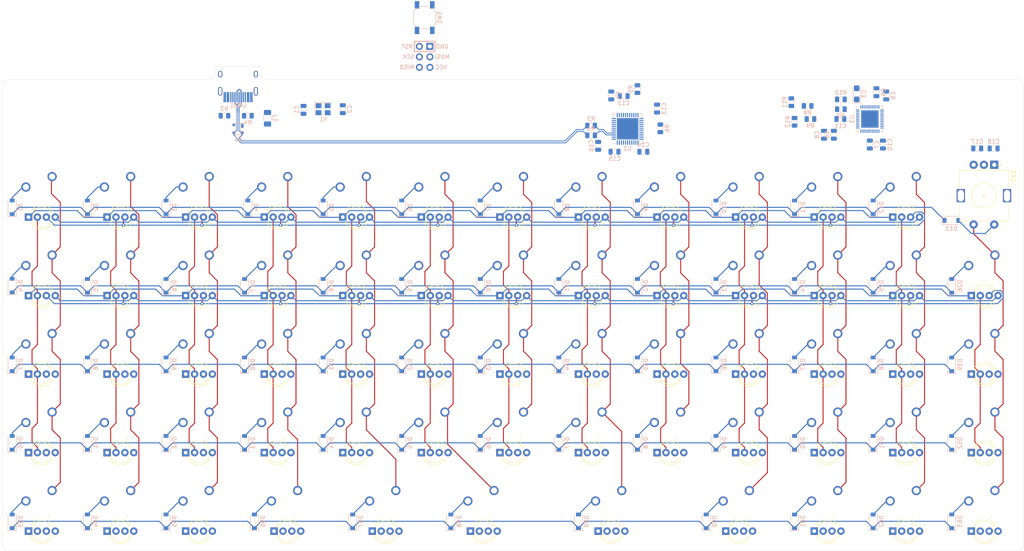
<source format=kicad_pcb>
(kicad_pcb (version 20171130) (host pcbnew "(5.1.10)-1")
  (layers (0 F.Cu signal) (31 B.Cu signal) (34 B.Paste user) (35 F.Paste user) (36 B.SilkS user) (37 F.SilkS user) (38 B.Mask user) (39 F.Mask user) (44 Edge.Cuts user))
  (net 0 "")
  (net 1 GND)
  (net 2 XTAL1)
  (net 3 XTAL2)
  (net 4 +5V)
  (net 5 "Net-(C4-Pad1)")
  (net 6 VCC)
  (net 7 Rot1)
  (net 8 Rot0)
  (net 9 "Net-(D1-Pad2)")
  (net 10 Row0)
  (net 11 "Net-(D2-Pad2)")
  (net 12 "Net-(D3-Pad2)")
  (net 13 "Net-(D4-Pad2)")
  (net 14 "Net-(D5-Pad2)")
  (net 15 "Net-(D6-Pad2)")
  (net 16 "Net-(D7-Pad2)")
  (net 17 "Net-(D8-Pad2)")
  (net 18 "Net-(D9-Pad2)")
  (net 19 "Net-(D10-Pad2)")
  (net 20 "Net-(D11-Pad2)")
  (net 21 "Net-(D12-Pad2)")
  (net 22 "Net-(D13-Pad2)")
  (net 23 "Net-(D14-Pad2)")
  (net 24 Row1)
  (net 25 "Net-(D15-Pad2)")
  (net 26 "Net-(D16-Pad2)")
  (net 27 "Net-(D17-Pad2)")
  (net 28 "Net-(D18-Pad2)")
  (net 29 "Net-(D19-Pad2)")
  (net 30 "Net-(D20-Pad2)")
  (net 31 "Net-(D21-Pad2)")
  (net 32 "Net-(D22-Pad2)")
  (net 33 "Net-(D23-Pad2)")
  (net 34 "Net-(D24-Pad2)")
  (net 35 "Net-(D25-Pad2)")
  (net 36 "Net-(D26-Pad2)")
  (net 37 "Net-(D27-Pad2)")
  (net 38 Row2)
  (net 39 "Net-(D28-Pad2)")
  (net 40 "Net-(D29-Pad2)")
  (net 41 "Net-(D30-Pad2)")
  (net 42 "Net-(D31-Pad2)")
  (net 43 "Net-(D32-Pad2)")
  (net 44 "Net-(D33-Pad2)")
  (net 45 "Net-(D34-Pad2)")
  (net 46 "Net-(D35-Pad2)")
  (net 47 "Net-(D36-Pad2)")
  (net 48 "Net-(D37-Pad2)")
  (net 49 "Net-(D38-Pad2)")
  (net 50 "Net-(D39-Pad2)")
  (net 51 "Net-(D40-Pad2)")
  (net 52 Row3)
  (net 53 "Net-(D41-Pad2)")
  (net 54 "Net-(D42-Pad2)")
  (net 55 "Net-(D43-Pad2)")
  (net 56 "Net-(D44-Pad2)")
  (net 57 "Net-(D45-Pad2)")
  (net 58 "Net-(D46-Pad2)")
  (net 59 "Net-(D47-Pad2)")
  (net 60 "Net-(D48-Pad2)")
  (net 61 "Net-(D49-Pad2)")
  (net 62 "Net-(D50-Pad2)")
  (net 63 "Net-(D51-Pad2)")
  (net 64 "Net-(D52-Pad2)")
  (net 65 "Net-(D53-Pad2)")
  (net 66 Row4)
  (net 67 "Net-(D54-Pad2)")
  (net 68 "Net-(D55-Pad2)")
  (net 69 "Net-(D56-Pad2)")
  (net 70 "Net-(D57-Pad2)")
  (net 71 "Net-(D58-Pad2)")
  (net 72 "Net-(D59-Pad2)")
  (net 73 "Net-(D60-Pad2)")
  (net 74 "Net-(D61-Pad2)")
  (net 75 "Net-(D62-Pad2)")
  (net 76 "Net-(D63-Pad2)")
  (net 77 CS1)
  (net 78 SW10)
  (net 79 SW11)
  (net 80 SW12)
  (net 81 CS2)
  (net 82 CS3)
  (net 83 CS4)
  (net 84 CS5)
  (net 85 CS6)
  (net 86 CS7)
  (net 87 CS8)
  (net 88 CS9)
  (net 89 CS10)
  (net 90 CS11)
  (net 91 CS12)
  (net 92 SW7)
  (net 93 SW8)
  (net 94 SW9)
  (net 95 CS13)
  (net 96 SW4)
  (net 97 SW5)
  (net 98 SW6)
  (net 99 SW1)
  (net 100 SW2)
  (net 101 SW3)
  (net 102 CS14)
  (net 103 CS15)
  (net 104 "Net-(D116-Pad1)")
  (net 105 CS16)
  (net 106 RESET)
  (net 107 MOSI)
  (net 108 SCK)
  (net 109 MISO)
  (net 110 Col0)
  (net 111 Col1)
  (net 112 Col2)
  (net 113 Col3)
  (net 114 Col4)
  (net 115 Col5)
  (net 116 Col6)
  (net 117 Col7)
  (net 118 Col8)
  (net 119 Col9)
  (net 120 Col10)
  (net 121 Col11)
  (net 122 Col12)
  (net 123 D-)
  (net 124 D+)
  (net 125 "Net-(R3-Pad1)")
  (net 126 "Net-(R4-Pad1)")
  (net 127 "Net-(R6-Pad2)")
  (net 128 "Net-(R7-Pad2)")
  (net 129 SCL)
  (net 130 SDA)
  (net 131 "Net-(R11-Pad1)")
  (net 132 "Net-(R12-Pad1)")
  (net 133 "Net-(U2-Pad42)")
  (net 134 "Net-(U3-Pad40)")
  (net 135 "Net-(U3-Pad36)")
  (net 136 "Net-(U3-Pad1)")
  (net 137 "Net-(USB1-Pad3)")
  (net 138 "Net-(USB1-Pad9)")
  (net 139 DN)
  (net 140 DP)
  (module MX_Only:MXOnly-1U-NoLED (layer F.Cu) (at 37.30625 89.69375)
    (fp_text reference K26)
    (fp_text value SW_Push)
    (pad 2 thru_hole circle (at 2.54 -5.08) (size 2.25 2.25) (drill 1.47) (layers *.Cu B.Mask) (net 110 Col0))
    (pad "" np_thru_hole circle (at 0 0) (size 3.9878 3.9878) (drill 3.9878) (layers *.Cu *.Mask))
    (pad 1 thru_hole circle (at -3.81 -2.54) (size 2.25 2.25) (drill 1.47) (layers *.Cu B.Mask) (net 37 "Net-(D27-Pad2)"))
    (pad "" np_thru_hole circle (at -5.08 0 48.0996) (size 1.75 1.75) (drill 1.75) (layers *.Cu *.Mask))
    (pad "" np_thru_hole circle (at 5.08 0 48.0996) (size 1.75 1.75) (drill 1.75) (layers *.Cu *.Mask))
  )
  (module MX_Only:MXOnly-1U-NoLED (layer F.Cu) (at 175.41875 127.79375)
    (fp_text reference K58)
    (fp_text value SW_Push)
    (pad 2 thru_hole circle (at 2.54 -5.08) (size 2.25 2.25) (drill 1.47) (layers *.Cu B.Mask) (net 117 Col7))
    (pad "" np_thru_hole circle (at 0 0) (size 3.9878 3.9878) (drill 3.9878) (layers *.Cu *.Mask))
    (pad 1 thru_hole circle (at -3.81 -2.54) (size 2.25 2.25) (drill 1.47) (layers *.Cu B.Mask) (net 72 "Net-(D59-Pad2)"))
    (pad "" np_thru_hole circle (at -5.08 0 48.0996) (size 1.75 1.75) (drill 1.75) (layers *.Cu *.Mask))
    (pad "" np_thru_hole circle (at 5.08 0 48.0996) (size 1.75 1.75) (drill 1.75) (layers *.Cu *.Mask))
  )
  (module Package_DFN_QFN:QFN-48-1EP_6x6mm_P0.4mm_EP4.2x4.2mm (layer B.Cu) (at 238.125 32.54375 270)
    (fp_text reference U3 (at 0 4.32 90) (layer B.SilkS) (effects (justify mirror)))
    (fp_text value IS31FL3733-QF)
    (pad 49 smd rect (at 0 0 270) (size 4.2 4.2) (layers B.Cu B.Mask) (net 1 GND))
    (pad 48 smd roundrect (at -2.2 2.95 270) (size 0.2 0.85) (layers B.Cu B.Paste B.Mask) (net 1 GND))
    (pad 47 smd roundrect (at -1.8 2.95 270) (size 0.2 0.85) (layers B.Cu B.Paste B.Mask) (net 131 "Net-(R11-Pad1)"))
    (pad 46 smd roundrect (at -1.4 2.95 270) (size 0.2 0.85) (layers B.Cu B.Paste B.Mask) (net 6 VCC))
    (pad 45 smd roundrect (at -1 2.95 270) (size 0.2 0.85) (layers B.Cu B.Paste B.Mask) (net 128 "Net-(R7-Pad2)"))
    (pad 44 smd roundrect (at -0.6 2.95 270) (size 0.2 0.85) (layers B.Cu B.Paste B.Mask) (net 1 GND))
    (pad 43 smd roundrect (at -0.2 2.95 270) (size 0.2 0.85) (layers B.Cu B.Paste B.Mask) (net 1 GND))
    (pad 42 smd roundrect (at 0.2 2.95 270) (size 0.2 0.85) (layers B.Cu B.Paste B.Mask) (net 129 SCL))
    (pad 41 smd roundrect (at 0.6 2.95 270) (size 0.2 0.85) (layers B.Cu B.Paste B.Mask) (net 130 SDA))
    (pad 40 smd roundrect (at 1 2.95 270) (size 0.2 0.85) (layers B.Cu B.Paste B.Mask) (net 134 "Net-(U3-Pad40)"))
    (pad 39 smd roundrect (at 1.4 2.95 270) (size 0.2 0.85) (layers B.Cu B.Paste B.Mask) (net 6 VCC))
    (pad 38 smd roundrect (at 1.8 2.95 270) (size 0.2 0.85) (layers B.Cu B.Paste B.Mask) (net 4 +5V))
    (pad 37 smd roundrect (at 2.2 2.95 270) (size 0.2 0.85) (layers B.Cu B.Paste B.Mask) (net 4 +5V))
    (pad 36 smd roundrect (at 2.95 2.2 270) (size 0.85 0.2) (layers B.Cu B.Paste B.Mask) (net 135 "Net-(U3-Pad36)"))
    (pad 35 smd roundrect (at 2.95 1.8 270) (size 0.85 0.2) (layers B.Cu B.Paste B.Mask) (net 132 "Net-(R12-Pad1)"))
    (pad 34 smd roundrect (at 2.95 1.4 270) (size 0.85 0.2) (layers B.Cu B.Paste B.Mask) (net 1 GND))
    (pad 33 smd roundrect (at 2.95 1 270) (size 0.85 0.2) (layers B.Cu B.Paste B.Mask) (net 105 CS16))
    (pad 32 smd roundrect (at 2.95 0.6 270) (size 0.85 0.2) (layers B.Cu B.Paste B.Mask) (net 103 CS15))
    (pad 31 smd roundrect (at 2.95 0.2 270) (size 0.85 0.2) (layers B.Cu B.Paste B.Mask) (net 102 CS14))
    (pad 30 smd roundrect (at 2.95 -0.2 270) (size 0.85 0.2) (layers B.Cu B.Paste B.Mask) (net 95 CS13))
    (pad 29 smd roundrect (at 2.95 -0.6 270) (size 0.85 0.2) (layers B.Cu B.Paste B.Mask) (net 4 +5V))
    (pad 28 smd roundrect (at 2.95 -1 270) (size 0.85 0.2) (layers B.Cu B.Paste B.Mask) (net 91 CS12))
    (pad 27 smd roundrect (at 2.95 -1.4 270) (size 0.85 0.2) (layers B.Cu B.Paste B.Mask) (net 90 CS11))
    (pad 26 smd roundrect (at 2.95 -1.8 270) (size 0.85 0.2) (layers B.Cu B.Paste B.Mask) (net 89 CS10))
    (pad 25 smd roundrect (at 2.95 -2.2 270) (size 0.85 0.2) (layers B.Cu B.Paste B.Mask) (net 88 CS9))
    (pad 24 smd roundrect (at 2.2 -2.95 270) (size 0.2 0.85) (layers B.Cu B.Paste B.Mask) (net 87 CS8))
    (pad 23 smd roundrect (at 1.8 -2.95 270) (size 0.2 0.85) (layers B.Cu B.Paste B.Mask) (net 86 CS7))
    (pad 22 smd roundrect (at 1.4 -2.95 270) (size 0.2 0.85) (layers B.Cu B.Paste B.Mask) (net 85 CS6))
    (pad 21 smd roundrect (at 1 -2.95 270) (size 0.2 0.85) (layers B.Cu B.Paste B.Mask) (net 84 CS5))
    (pad 20 smd roundrect (at 0.6 -2.95 270) (size 0.2 0.85) (layers B.Cu B.Paste B.Mask) (net 4 +5V))
    (pad 19 smd roundrect (at 0.2 -2.95 270) (size 0.2 0.85) (layers B.Cu B.Paste B.Mask) (net 83 CS4))
    (pad 18 smd roundrect (at -0.2 -2.95 270) (size 0.2 0.85) (layers B.Cu B.Paste B.Mask) (net 82 CS3))
    (pad 17 smd roundrect (at -0.6 -2.95 270) (size 0.2 0.85) (layers B.Cu B.Paste B.Mask) (net 81 CS2))
    (pad 16 smd roundrect (at -1 -2.95 270) (size 0.2 0.85) (layers B.Cu B.Paste B.Mask) (net 77 CS1))
    (pad 15 smd roundrect (at -1.4 -2.95 270) (size 0.2 0.85) (layers B.Cu B.Paste B.Mask) (net 80 SW12))
    (pad 14 smd roundrect (at -1.8 -2.95 270) (size 0.2 0.85) (layers B.Cu B.Paste B.Mask) (net 79 SW11))
    (pad 13 smd roundrect (at -2.2 -2.95 270) (size 0.2 0.85) (layers B.Cu B.Paste B.Mask) (net 78 SW10))
    (pad 12 smd roundrect (at -2.95 -2.2 270) (size 0.85 0.2) (layers B.Cu B.Paste B.Mask) (net 1 GND))
    (pad 11 smd roundrect (at -2.95 -1.8 270) (size 0.85 0.2) (layers B.Cu B.Paste B.Mask) (net 94 SW9))
    (pad 10 smd roundrect (at -2.95 -1.4 270) (size 0.85 0.2) (layers B.Cu B.Paste B.Mask) (net 93 SW8))
    (pad 9 smd roundrect (at -2.95 -1 270) (size 0.85 0.2) (layers B.Cu B.Paste B.Mask) (net 92 SW7))
    (pad 8 smd roundrect (at -2.95 -0.6 270) (size 0.85 0.2) (layers B.Cu B.Paste B.Mask) (net 98 SW6))
    (pad 7 smd roundrect (at -2.95 -0.2 270) (size 0.85 0.2) (layers B.Cu B.Paste B.Mask) (net 97 SW5))
    (pad 6 smd roundrect (at -2.95 0.2 270) (size 0.85 0.2) (layers B.Cu B.Paste B.Mask) (net 96 SW4))
    (pad 5 smd roundrect (at -2.95 0.6 270) (size 0.85 0.2) (layers B.Cu B.Paste B.Mask) (net 1 GND))
    (pad 4 smd roundrect (at -2.95 1 270) (size 0.85 0.2) (layers B.Cu B.Paste B.Mask) (net 101 SW3))
    (pad 3 smd roundrect (at -2.95 1.4 270) (size 0.85 0.2) (layers B.Cu B.Paste B.Mask) (net 100 SW2))
    (pad 2 smd roundrect (at -2.95 1.8 270) (size 0.85 0.2) (layers B.Cu B.Paste B.Mask) (net 99 SW1))
    (pad 1 smd roundrect (at -2.95 2.2 270) (size 0.85 0.2) (layers B.Cu B.Paste B.Mask) (net 136 "Net-(U3-Pad1)"))
  )
  (module Crystal:Crystal_SMD_3225-4Pin_3.2x2.5mm (layer B.Cu) (at 105.56875 30.1625)
    (fp_text reference Y1 (at 0 2.45) (layer B.SilkS) (effects (justify mirror)))
    (fp_text value XTAL)
    (pad 4 smd rect (at -1.1 0.85) (size 1.4 1.2) (layers B.Cu B.Paste B.Mask) (net 1 GND))
    (pad 3 smd rect (at 1.1 0.85) (size 1.4 1.2) (layers B.Cu B.Paste B.Mask) (net 3 XTAL2))
    (pad 2 smd rect (at 1.1 -0.85) (size 1.4 1.2) (layers B.Cu B.Paste B.Mask) (net 1 GND))
    (pad 1 smd rect (at -1.1 -0.85) (size 1.4 1.2) (layers B.Cu B.Paste B.Mask) (net 2 XTAL1))
  )
  (module Package_DFN_QFN:QFN-44-1EP_7x7mm_P0.5mm_EP5.2x5.2mm (layer B.Cu) (at 179.3875 34.925)
    (fp_text reference U2 (at 0 4.82) (layer B.SilkS) (effects (justify mirror)))
    (fp_text value ATmega32U4-MU)
    (pad 45 smd rect (at 0 0) (size 5.2 5.2) (layers B.Cu B.Mask) (net 1 GND))
    (pad 44 smd roundrect (at -2.5 3.3375) (size 0.25 1.075) (layers B.Cu B.Paste B.Mask) (net 4 +5V))
    (pad 43 smd roundrect (at -2 3.3375) (size 0.25 1.075) (layers B.Cu B.Paste B.Mask) (net 1 GND))
    (pad 42 smd roundrect (at -1.5 3.3375) (size 0.25 1.075) (layers B.Cu B.Paste B.Mask) (net 133 "Net-(U2-Pad42)"))
    (pad 41 smd roundrect (at -1 3.3375) (size 0.25 1.075) (layers B.Cu B.Paste B.Mask) (net 121 Col11))
    (pad 40 smd roundrect (at -0.5 3.3375) (size 0.25 1.075) (layers B.Cu B.Paste B.Mask) (net 120 Col10))
    (pad 39 smd roundrect (at 0 3.3375) (size 0.25 1.075) (layers B.Cu B.Paste B.Mask) (net 119 Col9))
    (pad 38 smd roundrect (at 0.5 3.3375) (size 0.25 1.075) (layers B.Cu B.Paste B.Mask) (net 118 Col8))
    (pad 37 smd roundrect (at 1 3.3375) (size 0.25 1.075) (layers B.Cu B.Paste B.Mask) (net 117 Col7))
    (pad 36 smd roundrect (at 1.5 3.3375) (size 0.25 1.075) (layers B.Cu B.Paste B.Mask) (net 116 Col6))
    (pad 35 smd roundrect (at 2 3.3375) (size 0.25 1.075) (layers B.Cu B.Paste B.Mask) (net 1 GND))
    (pad 34 smd roundrect (at 2.5 3.3375) (size 0.25 1.075) (layers B.Cu B.Paste B.Mask) (net 4 +5V))
    (pad 33 smd roundrect (at 3.3375 2.5) (size 1.075 0.25) (layers B.Cu B.Paste B.Mask) (net 127 "Net-(R6-Pad2)"))
    (pad 32 smd roundrect (at 3.3375 2) (size 1.075 0.25) (layers B.Cu B.Paste B.Mask) (net 66 Row4))
    (pad 31 smd roundrect (at 3.3375 1.5) (size 1.075 0.25) (layers B.Cu B.Paste B.Mask) (net 52 Row3))
    (pad 30 smd roundrect (at 3.3375 1) (size 1.075 0.25) (layers B.Cu B.Paste B.Mask) (net 38 Row2))
    (pad 29 smd roundrect (at 3.3375 0.5) (size 1.075 0.25) (layers B.Cu B.Paste B.Mask) (net 24 Row1))
    (pad 28 smd roundrect (at 3.3375 0) (size 1.075 0.25) (layers B.Cu B.Paste B.Mask) (net 10 Row0))
    (pad 27 smd roundrect (at 3.3375 -0.5) (size 1.075 0.25) (layers B.Cu B.Paste B.Mask) (net 115 Col5))
    (pad 26 smd roundrect (at 3.3375 -1) (size 1.075 0.25) (layers B.Cu B.Paste B.Mask) (net 114 Col4))
    (pad 25 smd roundrect (at 3.3375 -1.5) (size 1.075 0.25) (layers B.Cu B.Paste B.Mask) (net 112 Col2))
    (pad 24 smd roundrect (at 3.3375 -2) (size 1.075 0.25) (layers B.Cu B.Paste B.Mask) (net 4 +5V))
    (pad 23 smd roundrect (at 3.3375 -2.5) (size 1.075 0.25) (layers B.Cu B.Paste B.Mask) (net 1 GND))
    (pad 22 smd roundrect (at 2.5 -3.3375) (size 0.25 1.075) (layers B.Cu B.Paste B.Mask) (net 113 Col3))
    (pad 21 smd roundrect (at 2 -3.3375) (size 0.25 1.075) (layers B.Cu B.Paste B.Mask) (net 111 Col1))
    (pad 20 smd roundrect (at 1.5 -3.3375) (size 0.25 1.075) (layers B.Cu B.Paste B.Mask) (net 110 Col0))
    (pad 19 smd roundrect (at 1 -3.3375) (size 0.25 1.075) (layers B.Cu B.Paste B.Mask) (net 130 SDA))
    (pad 18 smd roundrect (at 0.5 -3.3375) (size 0.25 1.075) (layers B.Cu B.Paste B.Mask) (net 129 SCL))
    (pad 17 smd roundrect (at 0 -3.3375) (size 0.25 1.075) (layers B.Cu B.Paste B.Mask) (net 2 XTAL1))
    (pad 16 smd roundrect (at -0.5 -3.3375) (size 0.25 1.075) (layers B.Cu B.Paste B.Mask) (net 3 XTAL2))
    (pad 15 smd roundrect (at -1 -3.3375) (size 0.25 1.075) (layers B.Cu B.Paste B.Mask) (net 1 GND))
    (pad 14 smd roundrect (at -1.5 -3.3375) (size 0.25 1.075) (layers B.Cu B.Paste B.Mask) (net 4 +5V))
    (pad 13 smd roundrect (at -2 -3.3375) (size 0.25 1.075) (layers B.Cu B.Paste B.Mask) (net 106 RESET))
    (pad 12 smd roundrect (at -2.5 -3.3375) (size 0.25 1.075) (layers B.Cu B.Paste B.Mask) (net 8 Rot0))
    (pad 11 smd roundrect (at -3.3375 -2.5) (size 1.075 0.25) (layers B.Cu B.Paste B.Mask) (net 109 MISO))
    (pad 10 smd roundrect (at -3.3375 -2) (size 1.075 0.25) (layers B.Cu B.Paste B.Mask) (net 107 MOSI))
    (pad 9 smd roundrect (at -3.3375 -1.5) (size 1.075 0.25) (layers B.Cu B.Paste B.Mask) (net 108 SCK))
    (pad 8 smd roundrect (at -3.3375 -1) (size 1.075 0.25) (layers B.Cu B.Paste B.Mask) (net 7 Rot1))
    (pad 7 smd roundrect (at -3.3375 -0.5) (size 1.075 0.25) (layers B.Cu B.Paste B.Mask) (net 4 +5V))
    (pad 6 smd roundrect (at -3.3375 0) (size 1.075 0.25) (layers B.Cu B.Paste B.Mask) (net 5 "Net-(C4-Pad1)"))
    (pad 5 smd roundrect (at -3.3375 0.5) (size 1.075 0.25) (layers B.Cu B.Paste B.Mask) (net 1 GND))
    (pad 4 smd roundrect (at -3.3375 1) (size 1.075 0.25) (layers B.Cu B.Paste B.Mask) (net 124 D+))
    (pad 3 smd roundrect (at -3.3375 1.5) (size 1.075 0.25) (layers B.Cu B.Paste B.Mask) (net 123 D-))
    (pad 2 smd roundrect (at -3.3375 2) (size 1.075 0.25) (layers B.Cu B.Paste B.Mask) (net 4 +5V))
    (pad 1 smd roundrect (at -3.3375 2.5) (size 1.075 0.25) (layers B.Cu B.Paste B.Mask) (net 122 Col12))
  )
  (module LED_THT:LED_D5.0mm-4_RGB_Wide_Pins (layer F.Cu) (at 34.13125 113.50625)
    (fp_text reference D102 (at 3.2385 -3.96) (layer F.SilkS))
    (fp_text value LED_RAGB)
    (pad 4 thru_hole circle (at 6.477 0) (size 1.8 1.8) (drill 0.9) (layers *.Cu *.Mask) (net 99 SW1))
    (pad 3 thru_hole circle (at 4.318 0) (size 1.8 1.8) (drill 0.9) (layers *.Cu *.Mask) (net 100 SW2))
    (pad 2 thru_hole circle (at 2.159 0) (size 1.8 1.8) (drill 0.9) (layers *.Cu *.Mask) (net 77 CS1))
    (pad 1 thru_hole rect (at 0 0) (size 1.8 1.8) (drill 0.9) (layers *.Cu *.Mask) (net 101 SW3))
  )
  (module Type-C:HRO-TYPE-C-31-M-12-HandSoldering (layer B.Cu) (at 84.93125 19.05)
    (fp_text reference USB1 (at 0 10.2) (layer B.SilkS) (effects (justify mirror)))
    (fp_text value HRO-TYPE-C-31-M-12)
    (pad 12 smd rect (at 3.225 8.195) (size 0.6 2.45) (layers B.Cu B.Paste B.Mask) (net 1 GND))
    (pad 1 smd rect (at -3.225 8.195) (size 0.6 2.45) (layers B.Cu B.Paste B.Mask) (net 1 GND))
    (pad 11 smd rect (at 2.45 8.195) (size 0.6 2.45) (layers B.Cu B.Paste B.Mask) (net 6 VCC))
    (pad 2 smd rect (at -2.45 8.195) (size 0.6 2.45) (layers B.Cu B.Paste B.Mask) (net 6 VCC))
    (pad 3 smd rect (at -1.75 8.195) (size 0.3 2.45) (layers B.Cu B.Paste B.Mask) (net 137 "Net-(USB1-Pad3)"))
    (pad 10 smd rect (at 1.75 8.195) (size 0.3 2.45) (layers B.Cu B.Paste B.Mask) (net 125 "Net-(R3-Pad1)"))
    (pad 4 smd rect (at -1.25 8.195) (size 0.3 2.45) (layers B.Cu B.Paste B.Mask) (net 126 "Net-(R4-Pad1)"))
    (pad 9 smd rect (at 1.25 8.195) (size 0.3 2.45) (layers B.Cu B.Paste B.Mask) (net 138 "Net-(USB1-Pad9)"))
    (pad 5 smd rect (at -0.75 8.195) (size 0.3 2.45) (layers B.Cu B.Paste B.Mask) (net 139 DN))
    (pad 8 smd rect (at 0.75 8.195) (size 0.3 2.45) (layers B.Cu B.Paste B.Mask) (net 140 DP))
    (pad 7 smd rect (at 0.25 8.195) (size 0.3 2.45) (layers B.Cu B.Paste B.Mask) (net 139 DN))
    (pad 6 smd rect (at -0.25 8.195) (size 0.3 2.45) (layers B.Cu B.Paste B.Mask) (net 140 DP))
    (pad "" np_thru_hole circle (at 2.89 6.25) (size 0.65 0.65) (drill 0.65) (layers *.Cu *.Mask))
    (pad "" np_thru_hole circle (at -2.89 6.25) (size 0.65 0.65) (drill 0.65) (layers *.Cu *.Mask))
    (pad 13 thru_hole oval (at -4.32 6.78) (size 1 2.1) (drill oval 0.6 1.7) (layers *.Cu F.Mask) (net 1 GND))
    (pad 13 thru_hole oval (at 4.32 6.78) (size 1 2.1) (drill oval 0.6 1.7) (layers *.Cu F.Mask) (net 1 GND))
    (pad 13 thru_hole oval (at -4.32 2.6) (size 1 1.6) (drill oval 0.6 1.2) (layers *.Cu F.Mask) (net 1 GND))
    (pad 13 thru_hole oval (at 4.32 2.6) (size 1 1.6) (drill oval 0.6 1.2) (layers *.Cu F.Mask) (net 1 GND))
  )
  (module random-keyboard-parts:SOT143B (layer B.Cu) (at 84.93125 34.925 180)
    (fp_text reference U1 (at 0 -2.45) (layer B.SilkS) (effects (justify mirror)))
    (fp_text value PRTR5V0U2X)
    (pad 3 smd rect (at 1 -0.95 270) (size 0.6 0.7) (layers B.Cu B.Paste B.Mask) (net 139 DN))
    (pad 2 smd rect (at -1 -0.95 270) (size 0.6 0.7) (layers B.Cu B.Paste B.Mask) (net 140 DP))
    (pad 4 smd rect (at 1 0.95 270) (size 0.6 0.7) (layers B.Cu B.Paste B.Mask) (net 6 VCC))
    (pad 1 smd rect (at -1 0.75 270) (size 1 0.7) (layers B.Cu B.Paste B.Mask) (net 1 GND))
  )
  (module Rotary_Encoder:RotaryEncoder_Alps_EC11E-Switch_Vertical_H20mm (layer F.Cu) (at 268.2875 43.65625 270)
    (fp_text reference SW2 (at 2.8 -4.7 90) (layer F.SilkS))
    (fp_text value Rotary_Encoder_Switch)
    (pad A thru_hole rect (at 0 0 270) (size 2 2) (drill 1) (layers *.Cu *.Mask) (net 8 Rot0))
    (pad C thru_hole circle (at 0 2.5 270) (size 2 2) (drill 1) (layers *.Cu *.Mask) (net 1 GND))
    (pad B thru_hole circle (at 0 5 270) (size 2 2) (drill 1) (layers *.Cu *.Mask) (net 7 Rot1))
    (pad MP thru_hole rect (at 7.5 -3.1 270) (size 3.2 2) (drill oval 2.8 1.5) (layers *.Cu *.Mask))
    (pad MP thru_hole rect (at 7.5 8.1 270) (size 3.2 2) (drill oval 2.8 1.5) (layers *.Cu *.Mask))
    (pad S2 thru_hole circle (at 14.5 0 270) (size 2 2) (drill 1) (layers *.Cu *.Mask) (net 22 "Net-(D13-Pad2)"))
    (pad S1 thru_hole circle (at 14.5 5 270) (size 2 2) (drill 1) (layers *.Cu *.Mask) (net 122 Col12))
  )
  (module Button_Switch_SMD:SW_SPST_SKQG_WithStem (layer B.Cu) (at 130.175 7.9375 90)
    (fp_text reference SW1 (at 0 3.6 270) (layer B.SilkS) (effects (justify mirror)))
    (fp_text value SW_Push)
    (pad 2 smd rect (at 3.1 -1.85 90) (size 1.8 1.1) (layers B.Cu B.Paste B.Mask) (net 106 RESET))
    (pad 2 smd rect (at -3.1 -1.85 90) (size 1.8 1.1) (layers B.Cu B.Paste B.Mask) (net 106 RESET))
    (pad 1 smd rect (at 3.1 1.85 90) (size 1.8 1.1) (layers B.Cu B.Paste B.Mask) (net 1 GND))
    (pad 1 smd rect (at -3.1 1.85 90) (size 1.8 1.1) (layers B.Cu B.Paste B.Mask) (net 1 GND))
  )
  (module Resistor_SMD:R_0805_2012Metric (layer B.Cu) (at 219.86875 33.21875 270)
    (fp_text reference R12 (at 0 1.65 90) (layer B.SilkS) (effects (justify mirror)))
    (fp_text value 20k)
    (pad 2 smd roundrect (at 0.9125 0 270) (size 1.025 1.4) (layers B.Cu B.Paste B.Mask) (roundrect_rratio 0.243902) (net 1 GND))
    (pad 1 smd roundrect (at -0.9125 0 270) (size 1.025 1.4) (layers B.Cu B.Paste B.Mask) (roundrect_rratio 0.243902) (net 132 "Net-(R12-Pad1)"))
  )
  (module Resistor_SMD:R_0805_2012Metric (layer B.Cu) (at 219.075 28.45625 270)
    (fp_text reference R11 (at 0 1.65 90) (layer B.SilkS) (effects (justify mirror)))
    (fp_text value 100k)
    (pad 2 smd roundrect (at 0.9125 0 270) (size 1.025 1.4) (layers B.Cu B.Paste B.Mask) (roundrect_rratio 0.243902) (net 1 GND))
    (pad 1 smd roundrect (at -0.9125 0 270) (size 1.025 1.4) (layers B.Cu B.Paste B.Mask) (roundrect_rratio 0.243902) (net 131 "Net-(R11-Pad1)"))
  )
  (module Resistor_SMD:R_0805_2012Metric (layer B.Cu) (at 231.1 27.78125 180)
    (fp_text reference R10 (at 0 1.65) (layer B.SilkS) (effects (justify mirror)))
    (fp_text value 100k)
    (pad 2 smd roundrect (at 0.9125 0 180) (size 1.025 1.4) (layers B.Cu B.Paste B.Mask) (roundrect_rratio 0.243902) (net 1 GND))
    (pad 1 smd roundrect (at -0.9125 0 180) (size 1.025 1.4) (layers B.Cu B.Paste B.Mask) (roundrect_rratio 0.243902) (net 6 VCC))
  )
  (module Resistor_SMD:R_0805_2012Metric (layer B.Cu) (at 223.71875 32.54375)
    (fp_text reference R9 (at 0 1.65) (layer B.SilkS) (effects (justify mirror)))
    (fp_text value 2k)
    (pad 2 smd roundrect (at 0.9125 0) (size 1.025 1.4) (layers B.Cu B.Paste B.Mask) (roundrect_rratio 0.243902) (net 130 SDA))
    (pad 1 smd roundrect (at -0.9125 0) (size 1.025 1.4) (layers B.Cu B.Paste B.Mask) (roundrect_rratio 0.243902) (net 6 VCC))
  )
  (module Resistor_SMD:R_0805_2012Metric (layer B.Cu) (at 223.04375 29.36875)
    (fp_text reference R8 (at 0 1.65) (layer B.SilkS) (effects (justify mirror)))
    (fp_text value 2k)
    (pad 2 smd roundrect (at 0.9125 0) (size 1.025 1.4) (layers B.Cu B.Paste B.Mask) (roundrect_rratio 0.243902) (net 129 SCL))
    (pad 1 smd roundrect (at -0.9125 0) (size 1.025 1.4) (layers B.Cu B.Paste B.Mask) (roundrect_rratio 0.243902) (net 6 VCC))
  )
  (module Resistor_SMD:R_0805_2012Metric (layer B.Cu) (at 231.1 30.1625)
    (fp_text reference R7 (at 0 1.65) (layer B.SilkS) (effects (justify mirror)))
    (fp_text value 100k)
    (pad 2 smd roundrect (at 0.9125 0) (size 1.025 1.4) (layers B.Cu B.Paste B.Mask) (roundrect_rratio 0.243902) (net 128 "Net-(R7-Pad2)"))
    (pad 1 smd roundrect (at -0.9125 0) (size 1.025 1.4) (layers B.Cu B.Paste B.Mask) (roundrect_rratio 0.243902) (net 6 VCC))
  )
  (module Resistor_SMD:R_0805_2012Metric (layer B.Cu) (at 187.325 34.80625 90)
    (fp_text reference R6 (at 0 1.65 90) (layer B.SilkS) (effects (justify mirror)))
    (fp_text value 10k)
    (pad 2 smd roundrect (at 0.9125 0 90) (size 1.025 1.4) (layers B.Cu B.Paste B.Mask) (roundrect_rratio 0.243902) (net 127 "Net-(R6-Pad2)"))
    (pad 1 smd roundrect (at -0.9125 0 90) (size 1.025 1.4) (layers B.Cu B.Paste B.Mask) (roundrect_rratio 0.243902) (net 1 GND))
  )
  (module Resistor_SMD:R_0805_2012Metric (layer B.Cu) (at 181.76875 25.28125 270)
    (fp_text reference R5 (at 0 1.65 90) (layer B.SilkS) (effects (justify mirror)))
    (fp_text value 10k)
    (pad 2 smd roundrect (at 0.9125 0 270) (size 1.025 1.4) (layers B.Cu B.Paste B.Mask) (roundrect_rratio 0.243902) (net 106 RESET))
    (pad 1 smd roundrect (at -0.9125 0 270) (size 1.025 1.4) (layers B.Cu B.Paste B.Mask) (roundrect_rratio 0.243902) (net 4 +5V))
  )
  (module Resistor_SMD:R_0805_2012Metric (layer B.Cu) (at 87.3125 31.75)
    (fp_text reference R4 (at 0 1.65) (layer B.SilkS) (effects (justify mirror)))
    (fp_text value 5.1k)
    (pad 2 smd roundrect (at 0.9125 0) (size 1.025 1.4) (layers B.Cu B.Paste B.Mask) (roundrect_rratio 0.243902) (net 1 GND))
    (pad 1 smd roundrect (at -0.9125 0) (size 1.025 1.4) (layers B.Cu B.Paste B.Mask) (roundrect_rratio 0.243902) (net 126 "Net-(R4-Pad1)"))
  )
  (module Resistor_SMD:R_0805_2012Metric (layer B.Cu) (at 81.6375 31.75 180)
    (fp_text reference R3 (at 0 1.65) (layer B.SilkS) (effects (justify mirror)))
    (fp_text value 5.1k)
    (pad 2 smd roundrect (at 0.9125 0 180) (size 1.025 1.4) (layers B.Cu B.Paste B.Mask) (roundrect_rratio 0.243902) (net 1 GND))
    (pad 1 smd roundrect (at -0.9125 0 180) (size 1.025 1.4) (layers B.Cu B.Paste B.Mask) (roundrect_rratio 0.243902) (net 125 "Net-(R3-Pad1)"))
  )
  (module Resistor_SMD:R_0805_2012Metric (layer B.Cu) (at 170.5375 34.13125 180)
    (fp_text reference R2 (at 0 1.65) (layer B.SilkS) (effects (justify mirror)))
    (fp_text value 22)
    (pad 2 smd roundrect (at 0.9125 0 180) (size 1.025 1.4) (layers B.Cu B.Paste B.Mask) (roundrect_rratio 0.243902) (net 140 DP))
    (pad 1 smd roundrect (at -0.9125 0 180) (size 1.025 1.4) (layers B.Cu B.Paste B.Mask) (roundrect_rratio 0.243902) (net 124 D+))
  )
  (module Resistor_SMD:R_0805_2012Metric (layer B.Cu) (at 170.5375 36.5125 180)
    (fp_text reference R1 (at 0 1.65) (layer B.SilkS) (effects (justify mirror)))
    (fp_text value 22)
    (pad 2 smd roundrect (at 0.9125 0 180) (size 1.025 1.4) (layers B.Cu B.Paste B.Mask) (roundrect_rratio 0.243902) (net 139 DN))
    (pad 1 smd roundrect (at -0.9125 0 180) (size 1.025 1.4) (layers B.Cu B.Paste B.Mask) (roundrect_rratio 0.243902) (net 123 D-))
  )
  (module MX_Only:MXOnly-1U-NoLED (layer F.Cu) (at 265.90625 127.79375)
    (fp_text reference K62)
    (fp_text value SW_Push)
    (pad 2 thru_hole circle (at 2.54 -5.08) (size 2.25 2.25) (drill 1.47) (layers *.Cu B.Mask) (net 122 Col12))
    (pad "" np_thru_hole circle (at 0 0) (size 3.9878 3.9878) (drill 3.9878) (layers *.Cu *.Mask))
    (pad 1 thru_hole circle (at -3.81 -2.54) (size 2.25 2.25) (drill 1.47) (layers *.Cu B.Mask) (net 76 "Net-(D63-Pad2)"))
    (pad "" np_thru_hole circle (at -5.08 0 48.0996) (size 1.75 1.75) (drill 1.75) (layers *.Cu *.Mask))
    (pad "" np_thru_hole circle (at 5.08 0 48.0996) (size 1.75 1.75) (drill 1.75) (layers *.Cu *.Mask))
  )
  (module MX_Only:MXOnly-1U-NoLED (layer F.Cu) (at 246.85625 127.79375)
    (fp_text reference K61)
    (fp_text value SW_Push)
    (pad 2 thru_hole circle (at 2.54 -5.08) (size 2.25 2.25) (drill 1.47) (layers *.Cu B.Mask) (net 121 Col11))
    (pad "" np_thru_hole circle (at 0 0) (size 3.9878 3.9878) (drill 3.9878) (layers *.Cu *.Mask))
    (pad 1 thru_hole circle (at -3.81 -2.54) (size 2.25 2.25) (drill 1.47) (layers *.Cu B.Mask) (net 75 "Net-(D62-Pad2)"))
    (pad "" np_thru_hole circle (at -5.08 0 48.0996) (size 1.75 1.75) (drill 1.75) (layers *.Cu *.Mask))
    (pad "" np_thru_hole circle (at 5.08 0 48.0996) (size 1.75 1.75) (drill 1.75) (layers *.Cu *.Mask))
  )
  (module MX_Only:MXOnly-1U-NoLED (layer F.Cu) (at 227.80625 127.79375)
    (fp_text reference K60)
    (fp_text value SW_Push)
    (pad 2 thru_hole circle (at 2.54 -5.08) (size 2.25 2.25) (drill 1.47) (layers *.Cu B.Mask) (net 120 Col10))
    (pad "" np_thru_hole circle (at 0 0) (size 3.9878 3.9878) (drill 3.9878) (layers *.Cu *.Mask))
    (pad 1 thru_hole circle (at -3.81 -2.54) (size 2.25 2.25) (drill 1.47) (layers *.Cu B.Mask) (net 74 "Net-(D61-Pad2)"))
    (pad "" np_thru_hole circle (at -5.08 0 48.0996) (size 1.75 1.75) (drill 1.75) (layers *.Cu *.Mask))
    (pad "" np_thru_hole circle (at 5.08 0 48.0996) (size 1.75 1.75) (drill 1.75) (layers *.Cu *.Mask))
  )
  (module MX_Only:MXOnly-1.25U-NoLED (layer F.Cu) (at 206.375 127.79375)
    (fp_text reference K59)
    (fp_text value SW_Push)
    (pad 2 thru_hole circle (at 2.54 -5.08) (size 2.25 2.25) (drill 1.47) (layers *.Cu B.Mask) (net 119 Col9))
    (pad "" np_thru_hole circle (at 0 0) (size 3.9878 3.9878) (drill 3.9878) (layers *.Cu *.Mask))
    (pad 1 thru_hole circle (at -3.81 -2.54) (size 2.25 2.25) (drill 1.47) (layers *.Cu B.Mask) (net 73 "Net-(D60-Pad2)"))
    (pad "" np_thru_hole circle (at -5.08 0 48.0996) (size 1.75 1.75) (drill 1.75) (layers *.Cu *.Mask))
    (pad "" np_thru_hole circle (at 5.08 0 48.0996) (size 1.75 1.75) (drill 1.75) (layers *.Cu *.Mask))
  )
  (module MX_Only:MXOnly-1.25U-NoLED (layer F.Cu) (at 144.4625 127.79375)
    (fp_text reference K57)
    (fp_text value SW_Push)
    (pad 2 thru_hole circle (at 2.54 -5.08) (size 2.25 2.25) (drill 1.47) (layers *.Cu B.Mask) (net 115 Col5))
    (pad "" np_thru_hole circle (at 0 0) (size 3.9878 3.9878) (drill 3.9878) (layers *.Cu *.Mask))
    (pad 1 thru_hole circle (at -3.81 -2.54) (size 2.25 2.25) (drill 1.47) (layers *.Cu B.Mask) (net 71 "Net-(D58-Pad2)"))
    (pad "" np_thru_hole circle (at -5.08 0 48.0996) (size 1.75 1.75) (drill 1.75) (layers *.Cu *.Mask))
    (pad "" np_thru_hole circle (at 5.08 0 48.0996) (size 1.75 1.75) (drill 1.75) (layers *.Cu *.Mask))
  )
  (module MX_Only:MXOnly-1.25U-NoLED (layer F.Cu) (at 120.65 127.79375)
    (fp_text reference K56)
    (fp_text value SW_Push)
    (pad 2 thru_hole circle (at 2.54 -5.08) (size 2.25 2.25) (drill 1.47) (layers *.Cu B.Mask) (net 114 Col4))
    (pad "" np_thru_hole circle (at 0 0) (size 3.9878 3.9878) (drill 3.9878) (layers *.Cu *.Mask))
    (pad 1 thru_hole circle (at -3.81 -2.54) (size 2.25 2.25) (drill 1.47) (layers *.Cu B.Mask) (net 70 "Net-(D57-Pad2)"))
    (pad "" np_thru_hole circle (at -5.08 0 48.0996) (size 1.75 1.75) (drill 1.75) (layers *.Cu *.Mask))
    (pad "" np_thru_hole circle (at 5.08 0 48.0996) (size 1.75 1.75) (drill 1.75) (layers *.Cu *.Mask))
  )
  (module MX_Only:MXOnly-1.25U-NoLED (layer F.Cu) (at 96.8375 127.79375)
    (fp_text reference K55)
    (fp_text value SW_Push)
    (pad 2 thru_hole circle (at 2.54 -5.08) (size 2.25 2.25) (drill 1.47) (layers *.Cu B.Mask) (net 113 Col3))
    (pad "" np_thru_hole circle (at 0 0) (size 3.9878 3.9878) (drill 3.9878) (layers *.Cu *.Mask))
    (pad 1 thru_hole circle (at -3.81 -2.54) (size 2.25 2.25) (drill 1.47) (layers *.Cu B.Mask) (net 69 "Net-(D56-Pad2)"))
    (pad "" np_thru_hole circle (at -5.08 0 48.0996) (size 1.75 1.75) (drill 1.75) (layers *.Cu *.Mask))
    (pad "" np_thru_hole circle (at 5.08 0 48.0996) (size 1.75 1.75) (drill 1.75) (layers *.Cu *.Mask))
  )
  (module MX_Only:MXOnly-1U-NoLED (layer F.Cu) (at 75.40625 127.79375)
    (fp_text reference K54)
    (fp_text value SW_Push)
    (pad 2 thru_hole circle (at 2.54 -5.08) (size 2.25 2.25) (drill 1.47) (layers *.Cu B.Mask) (net 112 Col2))
    (pad "" np_thru_hole circle (at 0 0) (size 3.9878 3.9878) (drill 3.9878) (layers *.Cu *.Mask))
    (pad 1 thru_hole circle (at -3.81 -2.54) (size 2.25 2.25) (drill 1.47) (layers *.Cu B.Mask) (net 68 "Net-(D55-Pad2)"))
    (pad "" np_thru_hole circle (at -5.08 0 48.0996) (size 1.75 1.75) (drill 1.75) (layers *.Cu *.Mask))
    (pad "" np_thru_hole circle (at 5.08 0 48.0996) (size 1.75 1.75) (drill 1.75) (layers *.Cu *.Mask))
  )
  (module MX_Only:MXOnly-1U-NoLED (layer F.Cu) (at 56.35625 127.79375)
    (fp_text reference K53)
    (fp_text value SW_Push)
    (pad 2 thru_hole circle (at 2.54 -5.08) (size 2.25 2.25) (drill 1.47) (layers *.Cu B.Mask) (net 111 Col1))
    (pad "" np_thru_hole circle (at 0 0) (size 3.9878 3.9878) (drill 3.9878) (layers *.Cu *.Mask))
    (pad 1 thru_hole circle (at -3.81 -2.54) (size 2.25 2.25) (drill 1.47) (layers *.Cu B.Mask) (net 67 "Net-(D54-Pad2)"))
    (pad "" np_thru_hole circle (at -5.08 0 48.0996) (size 1.75 1.75) (drill 1.75) (layers *.Cu *.Mask))
    (pad "" np_thru_hole circle (at 5.08 0 48.0996) (size 1.75 1.75) (drill 1.75) (layers *.Cu *.Mask))
  )
  (module MX_Only:MXOnly-1U-NoLED (layer F.Cu) (at 37.30625 127.79375)
    (fp_text reference K52)
    (fp_text value SW_Push)
    (pad 2 thru_hole circle (at 2.54 -5.08) (size 2.25 2.25) (drill 1.47) (layers *.Cu B.Mask) (net 110 Col0))
    (pad "" np_thru_hole circle (at 0 0) (size 3.9878 3.9878) (drill 3.9878) (layers *.Cu *.Mask))
    (pad 1 thru_hole circle (at -3.81 -2.54) (size 2.25 2.25) (drill 1.47) (layers *.Cu B.Mask) (net 65 "Net-(D53-Pad2)"))
    (pad "" np_thru_hole circle (at -5.08 0 48.0996) (size 1.75 1.75) (drill 1.75) (layers *.Cu *.Mask))
    (pad "" np_thru_hole circle (at 5.08 0 48.0996) (size 1.75 1.75) (drill 1.75) (layers *.Cu *.Mask))
  )
  (module MX_Only:MXOnly-1U-NoLED (layer F.Cu) (at 265.90625 108.74375)
    (fp_text reference K51)
    (fp_text value SW_Push)
    (pad 2 thru_hole circle (at 2.54 -5.08) (size 2.25 2.25) (drill 1.47) (layers *.Cu B.Mask) (net 122 Col12))
    (pad "" np_thru_hole circle (at 0 0) (size 3.9878 3.9878) (drill 3.9878) (layers *.Cu *.Mask))
    (pad 1 thru_hole circle (at -3.81 -2.54) (size 2.25 2.25) (drill 1.47) (layers *.Cu B.Mask) (net 64 "Net-(D52-Pad2)"))
    (pad "" np_thru_hole circle (at -5.08 0 48.0996) (size 1.75 1.75) (drill 1.75) (layers *.Cu *.Mask))
    (pad "" np_thru_hole circle (at 5.08 0 48.0996) (size 1.75 1.75) (drill 1.75) (layers *.Cu *.Mask))
  )
  (module MX_Only:MXOnly-1U-NoLED (layer F.Cu) (at 246.85625 108.74375)
    (fp_text reference K50)
    (fp_text value SW_Push)
    (pad 2 thru_hole circle (at 2.54 -5.08) (size 2.25 2.25) (drill 1.47) (layers *.Cu B.Mask) (net 121 Col11))
    (pad "" np_thru_hole circle (at 0 0) (size 3.9878 3.9878) (drill 3.9878) (layers *.Cu *.Mask))
    (pad 1 thru_hole circle (at -3.81 -2.54) (size 2.25 2.25) (drill 1.47) (layers *.Cu B.Mask) (net 63 "Net-(D51-Pad2)"))
    (pad "" np_thru_hole circle (at -5.08 0 48.0996) (size 1.75 1.75) (drill 1.75) (layers *.Cu *.Mask))
    (pad "" np_thru_hole circle (at 5.08 0 48.0996) (size 1.75 1.75) (drill 1.75) (layers *.Cu *.Mask))
  )
  (module MX_Only:MXOnly-1U-NoLED (layer F.Cu) (at 227.80625 108.74375)
    (fp_text reference K49)
    (fp_text value SW_Push)
    (pad 2 thru_hole circle (at 2.54 -5.08) (size 2.25 2.25) (drill 1.47) (layers *.Cu B.Mask) (net 120 Col10))
    (pad "" np_thru_hole circle (at 0 0) (size 3.9878 3.9878) (drill 3.9878) (layers *.Cu *.Mask))
    (pad 1 thru_hole circle (at -3.81 -2.54) (size 2.25 2.25) (drill 1.47) (layers *.Cu B.Mask) (net 62 "Net-(D50-Pad2)"))
    (pad "" np_thru_hole circle (at -5.08 0 48.0996) (size 1.75 1.75) (drill 1.75) (layers *.Cu *.Mask))
    (pad "" np_thru_hole circle (at 5.08 0 48.0996) (size 1.75 1.75) (drill 1.75) (layers *.Cu *.Mask))
  )
  (module MX_Only:MXOnly-1U-NoLED (layer F.Cu) (at 208.75625 108.74375)
    (fp_text reference K48)
    (fp_text value SW_Push)
    (pad 2 thru_hole circle (at 2.54 -5.08) (size 2.25 2.25) (drill 1.47) (layers *.Cu B.Mask) (net 119 Col9))
    (pad "" np_thru_hole circle (at 0 0) (size 3.9878 3.9878) (drill 3.9878) (layers *.Cu *.Mask))
    (pad 1 thru_hole circle (at -3.81 -2.54) (size 2.25 2.25) (drill 1.47) (layers *.Cu B.Mask) (net 61 "Net-(D49-Pad2)"))
    (pad "" np_thru_hole circle (at -5.08 0 48.0996) (size 1.75 1.75) (drill 1.75) (layers *.Cu *.Mask))
    (pad "" np_thru_hole circle (at 5.08 0 48.0996) (size 1.75 1.75) (drill 1.75) (layers *.Cu *.Mask))
  )
  (module MX_Only:MXOnly-1U-NoLED (layer F.Cu) (at 189.70625 108.74375)
    (fp_text reference K47)
    (fp_text value SW_Push)
    (pad 2 thru_hole circle (at 2.54 -5.08) (size 2.25 2.25) (drill 1.47) (layers *.Cu B.Mask) (net 118 Col8))
    (pad "" np_thru_hole circle (at 0 0) (size 3.9878 3.9878) (drill 3.9878) (layers *.Cu *.Mask))
    (pad 1 thru_hole circle (at -3.81 -2.54) (size 2.25 2.25) (drill 1.47) (layers *.Cu B.Mask) (net 60 "Net-(D48-Pad2)"))
    (pad "" np_thru_hole circle (at -5.08 0 48.0996) (size 1.75 1.75) (drill 1.75) (layers *.Cu *.Mask))
    (pad "" np_thru_hole circle (at 5.08 0 48.0996) (size 1.75 1.75) (drill 1.75) (layers *.Cu *.Mask))
  )
  (module MX_Only:MXOnly-1U-NoLED (layer F.Cu) (at 170.65625 108.74375)
    (fp_text reference K46)
    (fp_text value SW_Push)
    (pad 2 thru_hole circle (at 2.54 -5.08) (size 2.25 2.25) (drill 1.47) (layers *.Cu B.Mask) (net 117 Col7))
    (pad "" np_thru_hole circle (at 0 0) (size 3.9878 3.9878) (drill 3.9878) (layers *.Cu *.Mask))
    (pad 1 thru_hole circle (at -3.81 -2.54) (size 2.25 2.25) (drill 1.47) (layers *.Cu B.Mask) (net 59 "Net-(D47-Pad2)"))
    (pad "" np_thru_hole circle (at -5.08 0 48.0996) (size 1.75 1.75) (drill 1.75) (layers *.Cu *.Mask))
    (pad "" np_thru_hole circle (at 5.08 0 48.0996) (size 1.75 1.75) (drill 1.75) (layers *.Cu *.Mask))
  )
  (module MX_Only:MXOnly-1U-NoLED (layer F.Cu) (at 151.60625 108.74375)
    (fp_text reference K45)
    (fp_text value SW_Push)
    (pad 2 thru_hole circle (at 2.54 -5.08) (size 2.25 2.25) (drill 1.47) (layers *.Cu B.Mask) (net 116 Col6))
    (pad "" np_thru_hole circle (at 0 0) (size 3.9878 3.9878) (drill 3.9878) (layers *.Cu *.Mask))
    (pad 1 thru_hole circle (at -3.81 -2.54) (size 2.25 2.25) (drill 1.47) (layers *.Cu B.Mask) (net 58 "Net-(D46-Pad2)"))
    (pad "" np_thru_hole circle (at -5.08 0 48.0996) (size 1.75 1.75) (drill 1.75) (layers *.Cu *.Mask))
    (pad "" np_thru_hole circle (at 5.08 0 48.0996) (size 1.75 1.75) (drill 1.75) (layers *.Cu *.Mask))
  )
  (module MX_Only:MXOnly-1U-NoLED (layer F.Cu) (at 132.55625 108.74375)
    (fp_text reference K44)
    (fp_text value SW_Push)
    (pad 2 thru_hole circle (at 2.54 -5.08) (size 2.25 2.25) (drill 1.47) (layers *.Cu B.Mask) (net 115 Col5))
    (pad "" np_thru_hole circle (at 0 0) (size 3.9878 3.9878) (drill 3.9878) (layers *.Cu *.Mask))
    (pad 1 thru_hole circle (at -3.81 -2.54) (size 2.25 2.25) (drill 1.47) (layers *.Cu B.Mask) (net 57 "Net-(D45-Pad2)"))
    (pad "" np_thru_hole circle (at -5.08 0 48.0996) (size 1.75 1.75) (drill 1.75) (layers *.Cu *.Mask))
    (pad "" np_thru_hole circle (at 5.08 0 48.0996) (size 1.75 1.75) (drill 1.75) (layers *.Cu *.Mask))
  )
  (module MX_Only:MXOnly-1U-NoLED (layer F.Cu) (at 113.50625 108.74375)
    (fp_text reference K43)
    (fp_text value SW_Push)
    (pad 2 thru_hole circle (at 2.54 -5.08) (size 2.25 2.25) (drill 1.47) (layers *.Cu B.Mask) (net 114 Col4))
    (pad "" np_thru_hole circle (at 0 0) (size 3.9878 3.9878) (drill 3.9878) (layers *.Cu *.Mask))
    (pad 1 thru_hole circle (at -3.81 -2.54) (size 2.25 2.25) (drill 1.47) (layers *.Cu B.Mask) (net 56 "Net-(D44-Pad2)"))
    (pad "" np_thru_hole circle (at -5.08 0 48.0996) (size 1.75 1.75) (drill 1.75) (layers *.Cu *.Mask))
    (pad "" np_thru_hole circle (at 5.08 0 48.0996) (size 1.75 1.75) (drill 1.75) (layers *.Cu *.Mask))
  )
  (module MX_Only:MXOnly-1U-NoLED (layer F.Cu) (at 94.45625 108.74375)
    (fp_text reference K42)
    (fp_text value SW_Push)
    (pad 2 thru_hole circle (at 2.54 -5.08) (size 2.25 2.25) (drill 1.47) (layers *.Cu B.Mask) (net 113 Col3))
    (pad "" np_thru_hole circle (at 0 0) (size 3.9878 3.9878) (drill 3.9878) (layers *.Cu *.Mask))
    (pad 1 thru_hole circle (at -3.81 -2.54) (size 2.25 2.25) (drill 1.47) (layers *.Cu B.Mask) (net 55 "Net-(D43-Pad2)"))
    (pad "" np_thru_hole circle (at -5.08 0 48.0996) (size 1.75 1.75) (drill 1.75) (layers *.Cu *.Mask))
    (pad "" np_thru_hole circle (at 5.08 0 48.0996) (size 1.75 1.75) (drill 1.75) (layers *.Cu *.Mask))
  )
  (module MX_Only:MXOnly-1U-NoLED (layer F.Cu) (at 75.40625 108.74375)
    (fp_text reference K41)
    (fp_text value SW_Push)
    (pad 2 thru_hole circle (at 2.54 -5.08) (size 2.25 2.25) (drill 1.47) (layers *.Cu B.Mask) (net 112 Col2))
    (pad "" np_thru_hole circle (at 0 0) (size 3.9878 3.9878) (drill 3.9878) (layers *.Cu *.Mask))
    (pad 1 thru_hole circle (at -3.81 -2.54) (size 2.25 2.25) (drill 1.47) (layers *.Cu B.Mask) (net 54 "Net-(D42-Pad2)"))
    (pad "" np_thru_hole circle (at -5.08 0 48.0996) (size 1.75 1.75) (drill 1.75) (layers *.Cu *.Mask))
    (pad "" np_thru_hole circle (at 5.08 0 48.0996) (size 1.75 1.75) (drill 1.75) (layers *.Cu *.Mask))
  )
  (module MX_Only:MXOnly-1U-NoLED (layer F.Cu) (at 56.35625 108.74375)
    (fp_text reference K40)
    (fp_text value SW_Push)
    (pad 2 thru_hole circle (at 2.54 -5.08) (size 2.25 2.25) (drill 1.47) (layers *.Cu B.Mask) (net 111 Col1))
    (pad "" np_thru_hole circle (at 0 0) (size 3.9878 3.9878) (drill 3.9878) (layers *.Cu *.Mask))
    (pad 1 thru_hole circle (at -3.81 -2.54) (size 2.25 2.25) (drill 1.47) (layers *.Cu B.Mask) (net 53 "Net-(D41-Pad2)"))
    (pad "" np_thru_hole circle (at -5.08 0 48.0996) (size 1.75 1.75) (drill 1.75) (layers *.Cu *.Mask))
    (pad "" np_thru_hole circle (at 5.08 0 48.0996) (size 1.75 1.75) (drill 1.75) (layers *.Cu *.Mask))
  )
  (module MX_Only:MXOnly-1U-NoLED (layer F.Cu) (at 37.30625 108.74375)
    (fp_text reference K39)
    (fp_text value SW_Push)
    (pad 2 thru_hole circle (at 2.54 -5.08) (size 2.25 2.25) (drill 1.47) (layers *.Cu B.Mask) (net 110 Col0))
    (pad "" np_thru_hole circle (at 0 0) (size 3.9878 3.9878) (drill 3.9878) (layers *.Cu *.Mask))
    (pad 1 thru_hole circle (at -3.81 -2.54) (size 2.25 2.25) (drill 1.47) (layers *.Cu B.Mask) (net 51 "Net-(D40-Pad2)"))
    (pad "" np_thru_hole circle (at -5.08 0 48.0996) (size 1.75 1.75) (drill 1.75) (layers *.Cu *.Mask))
    (pad "" np_thru_hole circle (at 5.08 0 48.0996) (size 1.75 1.75) (drill 1.75) (layers *.Cu *.Mask))
  )
  (module MX_Only:MXOnly-1U-NoLED (layer F.Cu) (at 265.90625 89.69375)
    (fp_text reference K38)
    (fp_text value SW_Push)
    (pad 2 thru_hole circle (at 2.54 -5.08) (size 2.25 2.25) (drill 1.47) (layers *.Cu B.Mask) (net 122 Col12))
    (pad "" np_thru_hole circle (at 0 0) (size 3.9878 3.9878) (drill 3.9878) (layers *.Cu *.Mask))
    (pad 1 thru_hole circle (at -3.81 -2.54) (size 2.25 2.25) (drill 1.47) (layers *.Cu B.Mask) (net 50 "Net-(D39-Pad2)"))
    (pad "" np_thru_hole circle (at -5.08 0 48.0996) (size 1.75 1.75) (drill 1.75) (layers *.Cu *.Mask))
    (pad "" np_thru_hole circle (at 5.08 0 48.0996) (size 1.75 1.75) (drill 1.75) (layers *.Cu *.Mask))
  )
  (module MX_Only:MXOnly-1U-NoLED (layer F.Cu) (at 246.85625 89.69375)
    (fp_text reference K37)
    (fp_text value SW_Push)
    (pad 2 thru_hole circle (at 2.54 -5.08) (size 2.25 2.25) (drill 1.47) (layers *.Cu B.Mask) (net 121 Col11))
    (pad "" np_thru_hole circle (at 0 0) (size 3.9878 3.9878) (drill 3.9878) (layers *.Cu *.Mask))
    (pad 1 thru_hole circle (at -3.81 -2.54) (size 2.25 2.25) (drill 1.47) (layers *.Cu B.Mask) (net 49 "Net-(D38-Pad2)"))
    (pad "" np_thru_hole circle (at -5.08 0 48.0996) (size 1.75 1.75) (drill 1.75) (layers *.Cu *.Mask))
    (pad "" np_thru_hole circle (at 5.08 0 48.0996) (size 1.75 1.75) (drill 1.75) (layers *.Cu *.Mask))
  )
  (module MX_Only:MXOnly-1U-NoLED (layer F.Cu) (at 227.80625 89.69375)
    (fp_text reference K36)
    (fp_text value SW_Push)
    (pad 2 thru_hole circle (at 2.54 -5.08) (size 2.25 2.25) (drill 1.47) (layers *.Cu B.Mask) (net 120 Col10))
    (pad "" np_thru_hole circle (at 0 0) (size 3.9878 3.9878) (drill 3.9878) (layers *.Cu *.Mask))
    (pad 1 thru_hole circle (at -3.81 -2.54) (size 2.25 2.25) (drill 1.47) (layers *.Cu B.Mask) (net 48 "Net-(D37-Pad2)"))
    (pad "" np_thru_hole circle (at -5.08 0 48.0996) (size 1.75 1.75) (drill 1.75) (layers *.Cu *.Mask))
    (pad "" np_thru_hole circle (at 5.08 0 48.0996) (size 1.75 1.75) (drill 1.75) (layers *.Cu *.Mask))
  )
  (module MX_Only:MXOnly-1U-NoLED (layer F.Cu) (at 208.75625 89.69375)
    (fp_text reference K35)
    (fp_text value SW_Push)
    (pad 2 thru_hole circle (at 2.54 -5.08) (size 2.25 2.25) (drill 1.47) (layers *.Cu B.Mask) (net 119 Col9))
    (pad "" np_thru_hole circle (at 0 0) (size 3.9878 3.9878) (drill 3.9878) (layers *.Cu *.Mask))
    (pad 1 thru_hole circle (at -3.81 -2.54) (size 2.25 2.25) (drill 1.47) (layers *.Cu B.Mask) (net 47 "Net-(D36-Pad2)"))
    (pad "" np_thru_hole circle (at -5.08 0 48.0996) (size 1.75 1.75) (drill 1.75) (layers *.Cu *.Mask))
    (pad "" np_thru_hole circle (at 5.08 0 48.0996) (size 1.75 1.75) (drill 1.75) (layers *.Cu *.Mask))
  )
  (module MX_Only:MXOnly-1U-NoLED (layer F.Cu) (at 189.70625 89.69375)
    (fp_text reference K34)
    (fp_text value SW_Push)
    (pad 2 thru_hole circle (at 2.54 -5.08) (size 2.25 2.25) (drill 1.47) (layers *.Cu B.Mask) (net 118 Col8))
    (pad "" np_thru_hole circle (at 0 0) (size 3.9878 3.9878) (drill 3.9878) (layers *.Cu *.Mask))
    (pad 1 thru_hole circle (at -3.81 -2.54) (size 2.25 2.25) (drill 1.47) (layers *.Cu B.Mask) (net 46 "Net-(D35-Pad2)"))
    (pad "" np_thru_hole circle (at -5.08 0 48.0996) (size 1.75 1.75) (drill 1.75) (layers *.Cu *.Mask))
    (pad "" np_thru_hole circle (at 5.08 0 48.0996) (size 1.75 1.75) (drill 1.75) (layers *.Cu *.Mask))
  )
  (module MX_Only:MXOnly-1U-NoLED (layer F.Cu) (at 170.65625 89.69375)
    (fp_text reference K33)
    (fp_text value SW_Push)
    (pad 2 thru_hole circle (at 2.54 -5.08) (size 2.25 2.25) (drill 1.47) (layers *.Cu B.Mask) (net 117 Col7))
    (pad "" np_thru_hole circle (at 0 0) (size 3.9878 3.9878) (drill 3.9878) (layers *.Cu *.Mask))
    (pad 1 thru_hole circle (at -3.81 -2.54) (size 2.25 2.25) (drill 1.47) (layers *.Cu B.Mask) (net 45 "Net-(D34-Pad2)"))
    (pad "" np_thru_hole circle (at -5.08 0 48.0996) (size 1.75 1.75) (drill 1.75) (layers *.Cu *.Mask))
    (pad "" np_thru_hole circle (at 5.08 0 48.0996) (size 1.75 1.75) (drill 1.75) (layers *.Cu *.Mask))
  )
  (module MX_Only:MXOnly-1U-NoLED (layer F.Cu) (at 151.60625 89.69375)
    (fp_text reference K32)
    (fp_text value SW_Push)
    (pad 2 thru_hole circle (at 2.54 -5.08) (size 2.25 2.25) (drill 1.47) (layers *.Cu B.Mask) (net 116 Col6))
    (pad "" np_thru_hole circle (at 0 0) (size 3.9878 3.9878) (drill 3.9878) (layers *.Cu *.Mask))
    (pad 1 thru_hole circle (at -3.81 -2.54) (size 2.25 2.25) (drill 1.47) (layers *.Cu B.Mask) (net 44 "Net-(D33-Pad2)"))
    (pad "" np_thru_hole circle (at -5.08 0 48.0996) (size 1.75 1.75) (drill 1.75) (layers *.Cu *.Mask))
    (pad "" np_thru_hole circle (at 5.08 0 48.0996) (size 1.75 1.75) (drill 1.75) (layers *.Cu *.Mask))
  )
  (module MX_Only:MXOnly-1U-NoLED (layer F.Cu) (at 132.55625 89.69375)
    (fp_text reference K31)
    (fp_text value SW_Push)
    (pad 2 thru_hole circle (at 2.54 -5.08) (size 2.25 2.25) (drill 1.47) (layers *.Cu B.Mask) (net 115 Col5))
    (pad "" np_thru_hole circle (at 0 0) (size 3.9878 3.9878) (drill 3.9878) (layers *.Cu *.Mask))
    (pad 1 thru_hole circle (at -3.81 -2.54) (size 2.25 2.25) (drill 1.47) (layers *.Cu B.Mask) (net 43 "Net-(D32-Pad2)"))
    (pad "" np_thru_hole circle (at -5.08 0 48.0996) (size 1.75 1.75) (drill 1.75) (layers *.Cu *.Mask))
    (pad "" np_thru_hole circle (at 5.08 0 48.0996) (size 1.75 1.75) (drill 1.75) (layers *.Cu *.Mask))
  )
  (module MX_Only:MXOnly-1U-NoLED (layer F.Cu) (at 113.50625 89.69375)
    (fp_text reference K30)
    (fp_text value SW_Push)
    (pad 2 thru_hole circle (at 2.54 -5.08) (size 2.25 2.25) (drill 1.47) (layers *.Cu B.Mask) (net 114 Col4))
    (pad "" np_thru_hole circle (at 0 0) (size 3.9878 3.9878) (drill 3.9878) (layers *.Cu *.Mask))
    (pad 1 thru_hole circle (at -3.81 -2.54) (size 2.25 2.25) (drill 1.47) (layers *.Cu B.Mask) (net 42 "Net-(D31-Pad2)"))
    (pad "" np_thru_hole circle (at -5.08 0 48.0996) (size 1.75 1.75) (drill 1.75) (layers *.Cu *.Mask))
    (pad "" np_thru_hole circle (at 5.08 0 48.0996) (size 1.75 1.75) (drill 1.75) (layers *.Cu *.Mask))
  )
  (module MX_Only:MXOnly-1U-NoLED (layer F.Cu) (at 94.45625 89.69375)
    (fp_text reference K29)
    (fp_text value SW_Push)
    (pad 2 thru_hole circle (at 2.54 -5.08) (size 2.25 2.25) (drill 1.47) (layers *.Cu B.Mask) (net 113 Col3))
    (pad "" np_thru_hole circle (at 0 0) (size 3.9878 3.9878) (drill 3.9878) (layers *.Cu *.Mask))
    (pad 1 thru_hole circle (at -3.81 -2.54) (size 2.25 2.25) (drill 1.47) (layers *.Cu B.Mask) (net 41 "Net-(D30-Pad2)"))
    (pad "" np_thru_hole circle (at -5.08 0 48.0996) (size 1.75 1.75) (drill 1.75) (layers *.Cu *.Mask))
    (pad "" np_thru_hole circle (at 5.08 0 48.0996) (size 1.75 1.75) (drill 1.75) (layers *.Cu *.Mask))
  )
  (module MX_Only:MXOnly-1U-NoLED (layer F.Cu) (at 75.40625 89.69375)
    (fp_text reference K28)
    (fp_text value SW_Push)
    (pad 2 thru_hole circle (at 2.54 -5.08) (size 2.25 2.25) (drill 1.47) (layers *.Cu B.Mask) (net 112 Col2))
    (pad "" np_thru_hole circle (at 0 0) (size 3.9878 3.9878) (drill 3.9878) (layers *.Cu *.Mask))
    (pad 1 thru_hole circle (at -3.81 -2.54) (size 2.25 2.25) (drill 1.47) (layers *.Cu B.Mask) (net 40 "Net-(D29-Pad2)"))
    (pad "" np_thru_hole circle (at -5.08 0 48.0996) (size 1.75 1.75) (drill 1.75) (layers *.Cu *.Mask))
    (pad "" np_thru_hole circle (at 5.08 0 48.0996) (size 1.75 1.75) (drill 1.75) (layers *.Cu *.Mask))
  )
  (module MX_Only:MXOnly-1U-NoLED (layer F.Cu) (at 56.35625 89.69375)
    (fp_text reference K27)
    (fp_text value SW_Push)
    (pad 2 thru_hole circle (at 2.54 -5.08) (size 2.25 2.25) (drill 1.47) (layers *.Cu B.Mask) (net 111 Col1))
    (pad "" np_thru_hole circle (at 0 0) (size 3.9878 3.9878) (drill 3.9878) (layers *.Cu *.Mask))
    (pad 1 thru_hole circle (at -3.81 -2.54) (size 2.25 2.25) (drill 1.47) (layers *.Cu B.Mask) (net 39 "Net-(D28-Pad2)"))
    (pad "" np_thru_hole circle (at -5.08 0 48.0996) (size 1.75 1.75) (drill 1.75) (layers *.Cu *.Mask))
    (pad "" np_thru_hole circle (at 5.08 0 48.0996) (size 1.75 1.75) (drill 1.75) (layers *.Cu *.Mask))
  )
  (module MX_Only:MXOnly-1U-NoLED (layer F.Cu) (at 265.90625 70.64375)
    (fp_text reference K25)
    (fp_text value SW_Push)
    (pad 2 thru_hole circle (at 2.54 -5.08) (size 2.25 2.25) (drill 1.47) (layers *.Cu B.Mask) (net 122 Col12))
    (pad "" np_thru_hole circle (at 0 0) (size 3.9878 3.9878) (drill 3.9878) (layers *.Cu *.Mask))
    (pad 1 thru_hole circle (at -3.81 -2.54) (size 2.25 2.25) (drill 1.47) (layers *.Cu B.Mask) (net 36 "Net-(D26-Pad2)"))
    (pad "" np_thru_hole circle (at -5.08 0 48.0996) (size 1.75 1.75) (drill 1.75) (layers *.Cu *.Mask))
    (pad "" np_thru_hole circle (at 5.08 0 48.0996) (size 1.75 1.75) (drill 1.75) (layers *.Cu *.Mask))
  )
  (module MX_Only:MXOnly-1U-NoLED (layer F.Cu) (at 246.85625 70.64375)
    (fp_text reference K24)
    (fp_text value SW_Push)
    (pad 2 thru_hole circle (at 2.54 -5.08) (size 2.25 2.25) (drill 1.47) (layers *.Cu B.Mask) (net 121 Col11))
    (pad "" np_thru_hole circle (at 0 0) (size 3.9878 3.9878) (drill 3.9878) (layers *.Cu *.Mask))
    (pad 1 thru_hole circle (at -3.81 -2.54) (size 2.25 2.25) (drill 1.47) (layers *.Cu B.Mask) (net 35 "Net-(D25-Pad2)"))
    (pad "" np_thru_hole circle (at -5.08 0 48.0996) (size 1.75 1.75) (drill 1.75) (layers *.Cu *.Mask))
    (pad "" np_thru_hole circle (at 5.08 0 48.0996) (size 1.75 1.75) (drill 1.75) (layers *.Cu *.Mask))
  )
  (module MX_Only:MXOnly-1U-NoLED (layer F.Cu) (at 227.80625 70.64375)
    (fp_text reference K23)
    (fp_text value SW_Push)
    (pad 2 thru_hole circle (at 2.54 -5.08) (size 2.25 2.25) (drill 1.47) (layers *.Cu B.Mask) (net 120 Col10))
    (pad "" np_thru_hole circle (at 0 0) (size 3.9878 3.9878) (drill 3.9878) (layers *.Cu *.Mask))
    (pad 1 thru_hole circle (at -3.81 -2.54) (size 2.25 2.25) (drill 1.47) (layers *.Cu B.Mask) (net 34 "Net-(D24-Pad2)"))
    (pad "" np_thru_hole circle (at -5.08 0 48.0996) (size 1.75 1.75) (drill 1.75) (layers *.Cu *.Mask))
    (pad "" np_thru_hole circle (at 5.08 0 48.0996) (size 1.75 1.75) (drill 1.75) (layers *.Cu *.Mask))
  )
  (module MX_Only:MXOnly-1U-NoLED (layer F.Cu) (at 208.75625 70.64375)
    (fp_text reference K22)
    (fp_text value SW_Push)
    (pad 2 thru_hole circle (at 2.54 -5.08) (size 2.25 2.25) (drill 1.47) (layers *.Cu B.Mask) (net 119 Col9))
    (pad "" np_thru_hole circle (at 0 0) (size 3.9878 3.9878) (drill 3.9878) (layers *.Cu *.Mask))
    (pad 1 thru_hole circle (at -3.81 -2.54) (size 2.25 2.25) (drill 1.47) (layers *.Cu B.Mask) (net 33 "Net-(D23-Pad2)"))
    (pad "" np_thru_hole circle (at -5.08 0 48.0996) (size 1.75 1.75) (drill 1.75) (layers *.Cu *.Mask))
    (pad "" np_thru_hole circle (at 5.08 0 48.0996) (size 1.75 1.75) (drill 1.75) (layers *.Cu *.Mask))
  )
  (module MX_Only:MXOnly-1U-NoLED (layer F.Cu) (at 189.70625 70.64375)
    (fp_text reference K21)
    (fp_text value SW_Push)
    (pad 2 thru_hole circle (at 2.54 -5.08) (size 2.25 2.25) (drill 1.47) (layers *.Cu B.Mask) (net 118 Col8))
    (pad "" np_thru_hole circle (at 0 0) (size 3.9878 3.9878) (drill 3.9878) (layers *.Cu *.Mask))
    (pad 1 thru_hole circle (at -3.81 -2.54) (size 2.25 2.25) (drill 1.47) (layers *.Cu B.Mask) (net 32 "Net-(D22-Pad2)"))
    (pad "" np_thru_hole circle (at -5.08 0 48.0996) (size 1.75 1.75) (drill 1.75) (layers *.Cu *.Mask))
    (pad "" np_thru_hole circle (at 5.08 0 48.0996) (size 1.75 1.75) (drill 1.75) (layers *.Cu *.Mask))
  )
  (module MX_Only:MXOnly-1U-NoLED (layer F.Cu) (at 170.65625 70.64375)
    (fp_text reference K20)
    (fp_text value SW_Push)
    (pad 2 thru_hole circle (at 2.54 -5.08) (size 2.25 2.25) (drill 1.47) (layers *.Cu B.Mask) (net 117 Col7))
    (pad "" np_thru_hole circle (at 0 0) (size 3.9878 3.9878) (drill 3.9878) (layers *.Cu *.Mask))
    (pad 1 thru_hole circle (at -3.81 -2.54) (size 2.25 2.25) (drill 1.47) (layers *.Cu B.Mask) (net 31 "Net-(D21-Pad2)"))
    (pad "" np_thru_hole circle (at -5.08 0 48.0996) (size 1.75 1.75) (drill 1.75) (layers *.Cu *.Mask))
    (pad "" np_thru_hole circle (at 5.08 0 48.0996) (size 1.75 1.75) (drill 1.75) (layers *.Cu *.Mask))
  )
  (module MX_Only:MXOnly-1U-NoLED (layer F.Cu) (at 151.60625 70.64375)
    (fp_text reference K19)
    (fp_text value SW_Push)
    (pad 2 thru_hole circle (at 2.54 -5.08) (size 2.25 2.25) (drill 1.47) (layers *.Cu B.Mask) (net 116 Col6))
    (pad "" np_thru_hole circle (at 0 0) (size 3.9878 3.9878) (drill 3.9878) (layers *.Cu *.Mask))
    (pad 1 thru_hole circle (at -3.81 -2.54) (size 2.25 2.25) (drill 1.47) (layers *.Cu B.Mask) (net 30 "Net-(D20-Pad2)"))
    (pad "" np_thru_hole circle (at -5.08 0 48.0996) (size 1.75 1.75) (drill 1.75) (layers *.Cu *.Mask))
    (pad "" np_thru_hole circle (at 5.08 0 48.0996) (size 1.75 1.75) (drill 1.75) (layers *.Cu *.Mask))
  )
  (module MX_Only:MXOnly-1U-NoLED (layer F.Cu) (at 132.55625 70.64375)
    (fp_text reference K18)
    (fp_text value SW_Push)
    (pad 2 thru_hole circle (at 2.54 -5.08) (size 2.25 2.25) (drill 1.47) (layers *.Cu B.Mask) (net 115 Col5))
    (pad "" np_thru_hole circle (at 0 0) (size 3.9878 3.9878) (drill 3.9878) (layers *.Cu *.Mask))
    (pad 1 thru_hole circle (at -3.81 -2.54) (size 2.25 2.25) (drill 1.47) (layers *.Cu B.Mask) (net 29 "Net-(D19-Pad2)"))
    (pad "" np_thru_hole circle (at -5.08 0 48.0996) (size 1.75 1.75) (drill 1.75) (layers *.Cu *.Mask))
    (pad "" np_thru_hole circle (at 5.08 0 48.0996) (size 1.75 1.75) (drill 1.75) (layers *.Cu *.Mask))
  )
  (module MX_Only:MXOnly-1U-NoLED (layer F.Cu) (at 113.50625 70.64375)
    (fp_text reference K17)
    (fp_text value SW_Push)
    (pad 2 thru_hole circle (at 2.54 -5.08) (size 2.25 2.25) (drill 1.47) (layers *.Cu B.Mask) (net 114 Col4))
    (pad "" np_thru_hole circle (at 0 0) (size 3.9878 3.9878) (drill 3.9878) (layers *.Cu *.Mask))
    (pad 1 thru_hole circle (at -3.81 -2.54) (size 2.25 2.25) (drill 1.47) (layers *.Cu B.Mask) (net 28 "Net-(D18-Pad2)"))
    (pad "" np_thru_hole circle (at -5.08 0 48.0996) (size 1.75 1.75) (drill 1.75) (layers *.Cu *.Mask))
    (pad "" np_thru_hole circle (at 5.08 0 48.0996) (size 1.75 1.75) (drill 1.75) (layers *.Cu *.Mask))
  )
  (module MX_Only:MXOnly-1U-NoLED (layer F.Cu) (at 94.45625 70.64375)
    (fp_text reference K16)
    (fp_text value SW_Push)
    (pad 2 thru_hole circle (at 2.54 -5.08) (size 2.25 2.25) (drill 1.47) (layers *.Cu B.Mask) (net 113 Col3))
    (pad "" np_thru_hole circle (at 0 0) (size 3.9878 3.9878) (drill 3.9878) (layers *.Cu *.Mask))
    (pad 1 thru_hole circle (at -3.81 -2.54) (size 2.25 2.25) (drill 1.47) (layers *.Cu B.Mask) (net 27 "Net-(D17-Pad2)"))
    (pad "" np_thru_hole circle (at -5.08 0 48.0996) (size 1.75 1.75) (drill 1.75) (layers *.Cu *.Mask))
    (pad "" np_thru_hole circle (at 5.08 0 48.0996) (size 1.75 1.75) (drill 1.75) (layers *.Cu *.Mask))
  )
  (module MX_Only:MXOnly-1U-NoLED (layer F.Cu) (at 75.40625 70.64375)
    (fp_text reference K15)
    (fp_text value SW_Push)
    (pad 2 thru_hole circle (at 2.54 -5.08) (size 2.25 2.25) (drill 1.47) (layers *.Cu B.Mask) (net 112 Col2))
    (pad "" np_thru_hole circle (at 0 0) (size 3.9878 3.9878) (drill 3.9878) (layers *.Cu *.Mask))
    (pad 1 thru_hole circle (at -3.81 -2.54) (size 2.25 2.25) (drill 1.47) (layers *.Cu B.Mask) (net 26 "Net-(D16-Pad2)"))
    (pad "" np_thru_hole circle (at -5.08 0 48.0996) (size 1.75 1.75) (drill 1.75) (layers *.Cu *.Mask))
    (pad "" np_thru_hole circle (at 5.08 0 48.0996) (size 1.75 1.75) (drill 1.75) (layers *.Cu *.Mask))
  )
  (module MX_Only:MXOnly-1U-NoLED (layer F.Cu) (at 56.35625 70.64375)
    (fp_text reference K14)
    (fp_text value SW_Push)
    (pad 2 thru_hole circle (at 2.54 -5.08) (size 2.25 2.25) (drill 1.47) (layers *.Cu B.Mask) (net 111 Col1))
    (pad "" np_thru_hole circle (at 0 0) (size 3.9878 3.9878) (drill 3.9878) (layers *.Cu *.Mask))
    (pad 1 thru_hole circle (at -3.81 -2.54) (size 2.25 2.25) (drill 1.47) (layers *.Cu B.Mask) (net 25 "Net-(D15-Pad2)"))
    (pad "" np_thru_hole circle (at -5.08 0 48.0996) (size 1.75 1.75) (drill 1.75) (layers *.Cu *.Mask))
    (pad "" np_thru_hole circle (at 5.08 0 48.0996) (size 1.75 1.75) (drill 1.75) (layers *.Cu *.Mask))
  )
  (module MX_Only:MXOnly-1U-NoLED (layer F.Cu) (at 37.30625 70.64375)
    (fp_text reference K13)
    (fp_text value SW_Push)
    (pad 2 thru_hole circle (at 2.54 -5.08) (size 2.25 2.25) (drill 1.47) (layers *.Cu B.Mask) (net 110 Col0))
    (pad "" np_thru_hole circle (at 0 0) (size 3.9878 3.9878) (drill 3.9878) (layers *.Cu *.Mask))
    (pad 1 thru_hole circle (at -3.81 -2.54) (size 2.25 2.25) (drill 1.47) (layers *.Cu B.Mask) (net 23 "Net-(D14-Pad2)"))
    (pad "" np_thru_hole circle (at -5.08 0 48.0996) (size 1.75 1.75) (drill 1.75) (layers *.Cu *.Mask))
    (pad "" np_thru_hole circle (at 5.08 0 48.0996) (size 1.75 1.75) (drill 1.75) (layers *.Cu *.Mask))
  )
  (module MX_Only:MXOnly-1U-NoLED (layer F.Cu) (at 246.85625 51.59375)
    (fp_text reference K12)
    (fp_text value SW_Push)
    (pad 2 thru_hole circle (at 2.54 -5.08) (size 2.25 2.25) (drill 1.47) (layers *.Cu B.Mask) (net 121 Col11))
    (pad "" np_thru_hole circle (at 0 0) (size 3.9878 3.9878) (drill 3.9878) (layers *.Cu *.Mask))
    (pad 1 thru_hole circle (at -3.81 -2.54) (size 2.25 2.25) (drill 1.47) (layers *.Cu B.Mask) (net 21 "Net-(D12-Pad2)"))
    (pad "" np_thru_hole circle (at -5.08 0 48.0996) (size 1.75 1.75) (drill 1.75) (layers *.Cu *.Mask))
    (pad "" np_thru_hole circle (at 5.08 0 48.0996) (size 1.75 1.75) (drill 1.75) (layers *.Cu *.Mask))
  )
  (module MX_Only:MXOnly-1U-NoLED (layer F.Cu) (at 227.80625 51.59375)
    (fp_text reference K11)
    (fp_text value SW_Push)
    (pad 2 thru_hole circle (at 2.54 -5.08) (size 2.25 2.25) (drill 1.47) (layers *.Cu B.Mask) (net 120 Col10))
    (pad "" np_thru_hole circle (at 0 0) (size 3.9878 3.9878) (drill 3.9878) (layers *.Cu *.Mask))
    (pad 1 thru_hole circle (at -3.81 -2.54) (size 2.25 2.25) (drill 1.47) (layers *.Cu B.Mask) (net 20 "Net-(D11-Pad2)"))
    (pad "" np_thru_hole circle (at -5.08 0 48.0996) (size 1.75 1.75) (drill 1.75) (layers *.Cu *.Mask))
    (pad "" np_thru_hole circle (at 5.08 0 48.0996) (size 1.75 1.75) (drill 1.75) (layers *.Cu *.Mask))
  )
  (module MX_Only:MXOnly-1U-NoLED (layer F.Cu) (at 208.75625 51.59375)
    (fp_text reference K10)
    (fp_text value SW_Push)
    (pad 2 thru_hole circle (at 2.54 -5.08) (size 2.25 2.25) (drill 1.47) (layers *.Cu B.Mask) (net 119 Col9))
    (pad "" np_thru_hole circle (at 0 0) (size 3.9878 3.9878) (drill 3.9878) (layers *.Cu *.Mask))
    (pad 1 thru_hole circle (at -3.81 -2.54) (size 2.25 2.25) (drill 1.47) (layers *.Cu B.Mask) (net 19 "Net-(D10-Pad2)"))
    (pad "" np_thru_hole circle (at -5.08 0 48.0996) (size 1.75 1.75) (drill 1.75) (layers *.Cu *.Mask))
    (pad "" np_thru_hole circle (at 5.08 0 48.0996) (size 1.75 1.75) (drill 1.75) (layers *.Cu *.Mask))
  )
  (module MX_Only:MXOnly-1U-NoLED (layer F.Cu) (at 189.70625 51.59375)
    (fp_text reference K9)
    (fp_text value SW_Push)
    (pad 2 thru_hole circle (at 2.54 -5.08) (size 2.25 2.25) (drill 1.47) (layers *.Cu B.Mask) (net 118 Col8))
    (pad "" np_thru_hole circle (at 0 0) (size 3.9878 3.9878) (drill 3.9878) (layers *.Cu *.Mask))
    (pad 1 thru_hole circle (at -3.81 -2.54) (size 2.25 2.25) (drill 1.47) (layers *.Cu B.Mask) (net 18 "Net-(D9-Pad2)"))
    (pad "" np_thru_hole circle (at -5.08 0 48.0996) (size 1.75 1.75) (drill 1.75) (layers *.Cu *.Mask))
    (pad "" np_thru_hole circle (at 5.08 0 48.0996) (size 1.75 1.75) (drill 1.75) (layers *.Cu *.Mask))
  )
  (module MX_Only:MXOnly-1U-NoLED (layer F.Cu) (at 170.65625 51.59375)
    (fp_text reference K8)
    (fp_text value SW_Push)
    (pad 2 thru_hole circle (at 2.54 -5.08) (size 2.25 2.25) (drill 1.47) (layers *.Cu B.Mask) (net 117 Col7))
    (pad "" np_thru_hole circle (at 0 0) (size 3.9878 3.9878) (drill 3.9878) (layers *.Cu *.Mask))
    (pad 1 thru_hole circle (at -3.81 -2.54) (size 2.25 2.25) (drill 1.47) (layers *.Cu B.Mask) (net 17 "Net-(D8-Pad2)"))
    (pad "" np_thru_hole circle (at -5.08 0 48.0996) (size 1.75 1.75) (drill 1.75) (layers *.Cu *.Mask))
    (pad "" np_thru_hole circle (at 5.08 0 48.0996) (size 1.75 1.75) (drill 1.75) (layers *.Cu *.Mask))
  )
  (module MX_Only:MXOnly-1U-NoLED (layer F.Cu) (at 151.60625 51.59375)
    (fp_text reference K7)
    (fp_text value SW_Push)
    (pad 2 thru_hole circle (at 2.54 -5.08) (size 2.25 2.25) (drill 1.47) (layers *.Cu B.Mask) (net 116 Col6))
    (pad "" np_thru_hole circle (at 0 0) (size 3.9878 3.9878) (drill 3.9878) (layers *.Cu *.Mask))
    (pad 1 thru_hole circle (at -3.81 -2.54) (size 2.25 2.25) (drill 1.47) (layers *.Cu B.Mask) (net 16 "Net-(D7-Pad2)"))
    (pad "" np_thru_hole circle (at -5.08 0 48.0996) (size 1.75 1.75) (drill 1.75) (layers *.Cu *.Mask))
    (pad "" np_thru_hole circle (at 5.08 0 48.0996) (size 1.75 1.75) (drill 1.75) (layers *.Cu *.Mask))
  )
  (module MX_Only:MXOnly-1U-NoLED (layer F.Cu) (at 132.55625 51.59375)
    (fp_text reference K6)
    (fp_text value SW_Push)
    (pad 2 thru_hole circle (at 2.54 -5.08) (size 2.25 2.25) (drill 1.47) (layers *.Cu B.Mask) (net 115 Col5))
    (pad "" np_thru_hole circle (at 0 0) (size 3.9878 3.9878) (drill 3.9878) (layers *.Cu *.Mask))
    (pad 1 thru_hole circle (at -3.81 -2.54) (size 2.25 2.25) (drill 1.47) (layers *.Cu B.Mask) (net 15 "Net-(D6-Pad2)"))
    (pad "" np_thru_hole circle (at -5.08 0 48.0996) (size 1.75 1.75) (drill 1.75) (layers *.Cu *.Mask))
    (pad "" np_thru_hole circle (at 5.08 0 48.0996) (size 1.75 1.75) (drill 1.75) (layers *.Cu *.Mask))
  )
  (module MX_Only:MXOnly-1U-NoLED (layer F.Cu) (at 113.50625 51.59375)
    (fp_text reference K5)
    (fp_text value SW_Push)
    (pad 2 thru_hole circle (at 2.54 -5.08) (size 2.25 2.25) (drill 1.47) (layers *.Cu B.Mask) (net 114 Col4))
    (pad "" np_thru_hole circle (at 0 0) (size 3.9878 3.9878) (drill 3.9878) (layers *.Cu *.Mask))
    (pad 1 thru_hole circle (at -3.81 -2.54) (size 2.25 2.25) (drill 1.47) (layers *.Cu B.Mask) (net 14 "Net-(D5-Pad2)"))
    (pad "" np_thru_hole circle (at -5.08 0 48.0996) (size 1.75 1.75) (drill 1.75) (layers *.Cu *.Mask))
    (pad "" np_thru_hole circle (at 5.08 0 48.0996) (size 1.75 1.75) (drill 1.75) (layers *.Cu *.Mask))
  )
  (module MX_Only:MXOnly-1U-NoLED (layer F.Cu) (at 94.45625 51.59375)
    (fp_text reference K4)
    (fp_text value SW_Push)
    (pad 2 thru_hole circle (at 2.54 -5.08) (size 2.25 2.25) (drill 1.47) (layers *.Cu B.Mask) (net 113 Col3))
    (pad "" np_thru_hole circle (at 0 0) (size 3.9878 3.9878) (drill 3.9878) (layers *.Cu *.Mask))
    (pad 1 thru_hole circle (at -3.81 -2.54) (size 2.25 2.25) (drill 1.47) (layers *.Cu B.Mask) (net 13 "Net-(D4-Pad2)"))
    (pad "" np_thru_hole circle (at -5.08 0 48.0996) (size 1.75 1.75) (drill 1.75) (layers *.Cu *.Mask))
    (pad "" np_thru_hole circle (at 5.08 0 48.0996) (size 1.75 1.75) (drill 1.75) (layers *.Cu *.Mask))
  )
  (module MX_Only:MXOnly-1U-NoLED (layer F.Cu) (at 75.40625 51.59375)
    (fp_text reference K3)
    (fp_text value SW_Push)
    (pad 2 thru_hole circle (at 2.54 -5.08) (size 2.25 2.25) (drill 1.47) (layers *.Cu B.Mask) (net 112 Col2))
    (pad "" np_thru_hole circle (at 0 0) (size 3.9878 3.9878) (drill 3.9878) (layers *.Cu *.Mask))
    (pad 1 thru_hole circle (at -3.81 -2.54) (size 2.25 2.25) (drill 1.47) (layers *.Cu B.Mask) (net 12 "Net-(D3-Pad2)"))
    (pad "" np_thru_hole circle (at -5.08 0 48.0996) (size 1.75 1.75) (drill 1.75) (layers *.Cu *.Mask))
    (pad "" np_thru_hole circle (at 5.08 0 48.0996) (size 1.75 1.75) (drill 1.75) (layers *.Cu *.Mask))
  )
  (module MX_Only:MXOnly-1U-NoLED (layer F.Cu) (at 56.35625 51.59375)
    (fp_text reference K2)
    (fp_text value SW_Push)
    (pad 2 thru_hole circle (at 2.54 -5.08) (size 2.25 2.25) (drill 1.47) (layers *.Cu B.Mask) (net 111 Col1))
    (pad "" np_thru_hole circle (at 0 0) (size 3.9878 3.9878) (drill 3.9878) (layers *.Cu *.Mask))
    (pad 1 thru_hole circle (at -3.81 -2.54) (size 2.25 2.25) (drill 1.47) (layers *.Cu B.Mask) (net 11 "Net-(D2-Pad2)"))
    (pad "" np_thru_hole circle (at -5.08 0 48.0996) (size 1.75 1.75) (drill 1.75) (layers *.Cu *.Mask))
    (pad "" np_thru_hole circle (at 5.08 0 48.0996) (size 1.75 1.75) (drill 1.75) (layers *.Cu *.Mask))
  )
  (module MX_Only:MXOnly-1U-NoLED (layer F.Cu) (at 37.30625 51.59375)
    (fp_text reference K1)
    (fp_text value SW_Push)
    (pad 2 thru_hole circle (at 2.54 -5.08) (size 2.25 2.25) (drill 1.47) (layers *.Cu B.Mask) (net 110 Col0))
    (pad "" np_thru_hole circle (at 0 0) (size 3.9878 3.9878) (drill 3.9878) (layers *.Cu *.Mask))
    (pad 1 thru_hole circle (at -3.81 -2.54) (size 2.25 2.25) (drill 1.47) (layers *.Cu B.Mask) (net 9 "Net-(D1-Pad2)"))
    (pad "" np_thru_hole circle (at -5.08 0 48.0996) (size 1.75 1.75) (drill 1.75) (layers *.Cu *.Mask))
    (pad "" np_thru_hole circle (at 5.08 0 48.0996) (size 1.75 1.75) (drill 1.75) (layers *.Cu *.Mask))
  )
  (module random-keyboard-parts:Reset_Pretty-Mask (layer B.Cu) (at 130.175 17.4625)
    (fp_text reference J1)
    (fp_text value AVR-ISP-6)
    (fp_text user MISO (at -4.25 2.5) (layer B.SilkS) (effects (justify mirror)))
    (fp_text user VCC (at 4 2.5) (layer B.SilkS) (effects (justify mirror)))
    (fp_text user SCK (at -4 0) (layer B.SilkS) (effects (justify mirror)))
    (fp_text user MOSI (at 4.25 0) (layer B.SilkS) (effects (justify mirror)))
    (fp_text user RST (at -4.25 -2.5) (layer B.SilkS) (effects (justify mirror)))
    (fp_text user GND (at 4.25 -2.5) (layer B.SilkS) (effects (justify mirror)))
    (pad 6 thru_hole rect (at 1.27 -2.54) (size 1.7 1.7) (drill 1) (layers *.Cu B.Mask) (net 1 GND))
    (pad 5 thru_hole circle (at -1.27 -2.54) (size 1.7 1.7) (drill 1) (layers *.Cu B.Mask) (net 106 RESET))
    (pad 4 thru_hole circle (at 1.27 0) (size 1.7 1.7) (drill 1) (layers *.Cu B.Mask) (net 107 MOSI))
    (pad 3 thru_hole circle (at -1.27 0) (size 1.7 1.7) (drill 1) (layers *.Cu B.Mask) (net 108 SCK))
    (pad 2 thru_hole circle (at 1.27 2.54) (size 1.7 1.7) (drill 1) (layers *.Cu B.Mask) (net 4 +5V))
    (pad 1 thru_hole circle (at -1.27 2.54) (size 1.7 1.7) (drill 1) (layers *.Cu B.Mask) (net 109 MISO))
  )
  (module Fuse:Fuse_1206_3216Metric (layer B.Cu) (at 92.075 32.35625 90)
    (fp_text reference F1 (at 0 1.82 90) (layer B.SilkS) (effects (justify mirror)))
    (fp_text value 500m)
    (pad 2 smd roundrect (at 1.4 0 90) (size 1.25 1.75) (layers B.Cu B.Paste B.Mask) (roundrect_rratio 0.2) (net 6 VCC))
    (pad 1 smd roundrect (at -1.4 0 90) (size 1.25 1.75) (layers B.Cu B.Paste B.Mask) (roundrect_rratio 0.2) (net 4 +5V))
  )
  (module LED_THT:LED_D5.0mm-4_RGB_Wide_Pins (layer F.Cu) (at 262.73125 132.55625)
    (fp_text reference D125 (at 3.2385 -3.96) (layer F.SilkS))
    (fp_text value LED_RAGB)
    (pad 4 thru_hole circle (at 6.477 0) (size 1.8 1.8) (drill 0.9) (layers *.Cu *.Mask) (net 78 SW10))
    (pad 3 thru_hole circle (at 4.318 0) (size 1.8 1.8) (drill 0.9) (layers *.Cu *.Mask) (net 79 SW11))
    (pad 2 thru_hole circle (at 2.159 0) (size 1.8 1.8) (drill 0.9) (layers *.Cu *.Mask) (net 103 CS15))
    (pad 1 thru_hole rect (at 0 0) (size 1.8 1.8) (drill 0.9) (layers *.Cu *.Mask) (net 80 SW12))
  )
  (module LED_THT:LED_D5.0mm-4_RGB_Wide_Pins (layer F.Cu) (at 243.68125 132.55625)
    (fp_text reference D124 (at 3.2385 -3.96) (layer F.SilkS))
    (fp_text value LED_RAGB)
    (pad 4 thru_hole circle (at 6.477 0) (size 1.8 1.8) (drill 0.9) (layers *.Cu *.Mask) (net 78 SW10))
    (pad 3 thru_hole circle (at 4.318 0) (size 1.8 1.8) (drill 0.9) (layers *.Cu *.Mask) (net 79 SW11))
    (pad 2 thru_hole circle (at 2.159 0) (size 1.8 1.8) (drill 0.9) (layers *.Cu *.Mask) (net 102 CS14))
    (pad 1 thru_hole rect (at 0 0) (size 1.8 1.8) (drill 0.9) (layers *.Cu *.Mask) (net 80 SW12))
  )
  (module LED_THT:LED_D5.0mm-4_RGB_Wide_Pins (layer F.Cu) (at 224.63125 132.55625)
    (fp_text reference D123 (at 3.2385 -3.96) (layer F.SilkS))
    (fp_text value LED_RAGB)
    (pad 4 thru_hole circle (at 6.477 0) (size 1.8 1.8) (drill 0.9) (layers *.Cu *.Mask) (net 92 SW7))
    (pad 3 thru_hole circle (at 4.318 0) (size 1.8 1.8) (drill 0.9) (layers *.Cu *.Mask) (net 93 SW8))
    (pad 2 thru_hole circle (at 2.159 0) (size 1.8 1.8) (drill 0.9) (layers *.Cu *.Mask) (net 105 CS16))
    (pad 1 thru_hole rect (at 0 0) (size 1.8 1.8) (drill 0.9) (layers *.Cu *.Mask) (net 94 SW9))
  )
  (module LED_THT:LED_D5.0mm-4_RGB_Wide_Pins (layer F.Cu) (at 203.2 132.55625)
    (fp_text reference D122 (at 3.2385 -3.96) (layer F.SilkS))
    (fp_text value LED_RAGB)
    (pad 4 thru_hole circle (at 6.477 0) (size 1.8 1.8) (drill 0.9) (layers *.Cu *.Mask) (net 92 SW7))
    (pad 3 thru_hole circle (at 4.318 0) (size 1.8 1.8) (drill 0.9) (layers *.Cu *.Mask) (net 93 SW8))
    (pad 2 thru_hole circle (at 2.159 0) (size 1.8 1.8) (drill 0.9) (layers *.Cu *.Mask) (net 103 CS15))
    (pad 1 thru_hole rect (at 0 0) (size 1.8 1.8) (drill 0.9) (layers *.Cu *.Mask) (net 94 SW9))
  )
  (module LED_THT:LED_D5.0mm-4_RGB_Wide_Pins (layer F.Cu) (at 172.24375 132.55625)
    (fp_text reference D121 (at 3.2385 -3.96) (layer F.SilkS))
    (fp_text value LED_RAGB)
    (pad 4 thru_hole circle (at 6.477 0) (size 1.8 1.8) (drill 0.9) (layers *.Cu *.Mask) (net 92 SW7))
    (pad 3 thru_hole circle (at 4.318 0) (size 1.8 1.8) (drill 0.9) (layers *.Cu *.Mask) (net 93 SW8))
    (pad 2 thru_hole circle (at 2.159 0) (size 1.8 1.8) (drill 0.9) (layers *.Cu *.Mask) (net 102 CS14))
    (pad 1 thru_hole rect (at 0 0) (size 1.8 1.8) (drill 0.9) (layers *.Cu *.Mask) (net 94 SW9))
  )
  (module LED_THT:LED_D5.0mm-4_RGB_Wide_Pins (layer F.Cu) (at 141.2875 132.55625)
    (fp_text reference D120 (at 3.2385 -3.96) (layer F.SilkS))
    (fp_text value LED_RAGB)
    (pad 4 thru_hole circle (at 6.477 0) (size 1.8 1.8) (drill 0.9) (layers *.Cu *.Mask) (net 96 SW4))
    (pad 3 thru_hole circle (at 4.318 0) (size 1.8 1.8) (drill 0.9) (layers *.Cu *.Mask) (net 97 SW5))
    (pad 2 thru_hole circle (at 2.159 0) (size 1.8 1.8) (drill 0.9) (layers *.Cu *.Mask) (net 105 CS16))
    (pad 1 thru_hole rect (at 0 0) (size 1.8 1.8) (drill 0.9) (layers *.Cu *.Mask) (net 98 SW6))
  )
  (module LED_THT:LED_D5.0mm-4_RGB_Wide_Pins (layer F.Cu) (at 117.475 132.55625)
    (fp_text reference D119 (at 3.2385 -3.96) (layer F.SilkS))
    (fp_text value LED_RAGB)
    (pad 4 thru_hole circle (at 6.477 0) (size 1.8 1.8) (drill 0.9) (layers *.Cu *.Mask) (net 96 SW4))
    (pad 3 thru_hole circle (at 4.318 0) (size 1.8 1.8) (drill 0.9) (layers *.Cu *.Mask) (net 97 SW5))
    (pad 2 thru_hole circle (at 2.159 0) (size 1.8 1.8) (drill 0.9) (layers *.Cu *.Mask) (net 103 CS15))
    (pad 1 thru_hole rect (at 0 0) (size 1.8 1.8) (drill 0.9) (layers *.Cu *.Mask) (net 98 SW6))
  )
  (module LED_THT:LED_D5.0mm-4_RGB_Wide_Pins (layer F.Cu) (at 93.6625 132.55625)
    (fp_text reference D118 (at 3.2385 -3.96) (layer F.SilkS))
    (fp_text value LED_RAGB)
    (pad 4 thru_hole circle (at 6.477 0) (size 1.8 1.8) (drill 0.9) (layers *.Cu *.Mask) (net 96 SW4))
    (pad 3 thru_hole circle (at 4.318 0) (size 1.8 1.8) (drill 0.9) (layers *.Cu *.Mask) (net 97 SW5))
    (pad 2 thru_hole circle (at 2.159 0) (size 1.8 1.8) (drill 0.9) (layers *.Cu *.Mask) (net 102 CS14))
    (pad 1 thru_hole rect (at 0 0) (size 1.8 1.8) (drill 0.9) (layers *.Cu *.Mask) (net 98 SW6))
  )
  (module LED_THT:LED_D5.0mm-4_RGB_Wide_Pins (layer F.Cu) (at 72.23125 132.55625)
    (fp_text reference D117 (at 3.2385 -3.96) (layer F.SilkS))
    (fp_text value LED_RAGB)
    (pad 4 thru_hole circle (at 6.477 0) (size 1.8 1.8) (drill 0.9) (layers *.Cu *.Mask) (net 99 SW1))
    (pad 3 thru_hole circle (at 4.318 0) (size 1.8 1.8) (drill 0.9) (layers *.Cu *.Mask) (net 100 SW2))
    (pad 2 thru_hole circle (at 2.159 0) (size 1.8 1.8) (drill 0.9) (layers *.Cu *.Mask) (net 105 CS16))
    (pad 1 thru_hole rect (at 0 0) (size 1.8 1.8) (drill 0.9) (layers *.Cu *.Mask) (net 101 SW3))
  )
  (module LED_THT:LED_D5.0mm-4_RGB_Wide_Pins (layer F.Cu) (at 53.18125 132.55625)
    (fp_text reference D116 (at 3.2385 -3.96) (layer F.SilkS))
    (fp_text value LED_RAGB)
    (pad 4 thru_hole circle (at 6.477 0) (size 1.8 1.8) (drill 0.9) (layers *.Cu *.Mask) (net 99 SW1))
    (pad 3 thru_hole circle (at 4.318 0) (size 1.8 1.8) (drill 0.9) (layers *.Cu *.Mask) (net 100 SW2))
    (pad 2 thru_hole circle (at 2.159 0) (size 1.8 1.8) (drill 0.9) (layers *.Cu *.Mask) (net 103 CS15))
    (pad 1 thru_hole rect (at 0 0) (size 1.8 1.8) (drill 0.9) (layers *.Cu *.Mask) (net 104 "Net-(D116-Pad1)"))
  )
  (module LED_THT:LED_D5.0mm-4_RGB_Wide_Pins (layer F.Cu) (at 34.13125 132.55625)
    (fp_text reference D115 (at 3.2385 -3.96) (layer F.SilkS))
    (fp_text value LED_RAGB)
    (pad 4 thru_hole circle (at 6.477 0) (size 1.8 1.8) (drill 0.9) (layers *.Cu *.Mask) (net 99 SW1))
    (pad 3 thru_hole circle (at 4.318 0) (size 1.8 1.8) (drill 0.9) (layers *.Cu *.Mask) (net 100 SW2))
    (pad 2 thru_hole circle (at 2.159 0) (size 1.8 1.8) (drill 0.9) (layers *.Cu *.Mask) (net 102 CS14))
    (pad 1 thru_hole rect (at 0 0) (size 1.8 1.8) (drill 0.9) (layers *.Cu *.Mask) (net 101 SW3))
  )
  (module LED_THT:LED_D5.0mm-4_RGB_Wide_Pins (layer F.Cu) (at 262.73125 113.50625)
    (fp_text reference D114 (at 3.2385 -3.96) (layer F.SilkS))
    (fp_text value LED_RAGB)
    (pad 4 thru_hole circle (at 6.477 0) (size 1.8 1.8) (drill 0.9) (layers *.Cu *.Mask) (net 99 SW1))
    (pad 3 thru_hole circle (at 4.318 0) (size 1.8 1.8) (drill 0.9) (layers *.Cu *.Mask) (net 100 SW2))
    (pad 2 thru_hole circle (at 2.159 0) (size 1.8 1.8) (drill 0.9) (layers *.Cu *.Mask) (net 95 CS13))
    (pad 1 thru_hole rect (at 0 0) (size 1.8 1.8) (drill 0.9) (layers *.Cu *.Mask) (net 101 SW3))
  )
  (module LED_THT:LED_D5.0mm-4_RGB_Wide_Pins (layer F.Cu) (at 243.68125 113.50625)
    (fp_text reference D113 (at 3.2385 -3.96) (layer F.SilkS))
    (fp_text value LED_RAGB)
    (pad 4 thru_hole circle (at 6.477 0) (size 1.8 1.8) (drill 0.9) (layers *.Cu *.Mask) (net 99 SW1))
    (pad 3 thru_hole circle (at 4.318 0) (size 1.8 1.8) (drill 0.9) (layers *.Cu *.Mask) (net 100 SW2))
    (pad 2 thru_hole circle (at 2.159 0) (size 1.8 1.8) (drill 0.9) (layers *.Cu *.Mask) (net 91 CS12))
    (pad 1 thru_hole rect (at 0 0) (size 1.8 1.8) (drill 0.9) (layers *.Cu *.Mask) (net 101 SW3))
  )
  (module LED_THT:LED_D5.0mm-4_RGB_Wide_Pins (layer F.Cu) (at 224.63125 113.50625)
    (fp_text reference D112 (at 3.2385 -3.96) (layer F.SilkS))
    (fp_text value LED_RAGB)
    (pad 4 thru_hole circle (at 6.477 0) (size 1.8 1.8) (drill 0.9) (layers *.Cu *.Mask) (net 99 SW1))
    (pad 3 thru_hole circle (at 4.318 0) (size 1.8 1.8) (drill 0.9) (layers *.Cu *.Mask) (net 100 SW2))
    (pad 2 thru_hole circle (at 2.159 0) (size 1.8 1.8) (drill 0.9) (layers *.Cu *.Mask) (net 90 CS11))
    (pad 1 thru_hole rect (at 0 0) (size 1.8 1.8) (drill 0.9) (layers *.Cu *.Mask) (net 101 SW3))
  )
  (module LED_THT:LED_D5.0mm-4_RGB_Wide_Pins (layer F.Cu) (at 205.58125 113.50625)
    (fp_text reference D111 (at 3.2385 -3.96) (layer F.SilkS))
    (fp_text value LED_RAGB)
    (pad 4 thru_hole circle (at 6.477 0) (size 1.8 1.8) (drill 0.9) (layers *.Cu *.Mask) (net 99 SW1))
    (pad 3 thru_hole circle (at 4.318 0) (size 1.8 1.8) (drill 0.9) (layers *.Cu *.Mask) (net 100 SW2))
    (pad 2 thru_hole circle (at 2.159 0) (size 1.8 1.8) (drill 0.9) (layers *.Cu *.Mask) (net 89 CS10))
    (pad 1 thru_hole rect (at 0 0) (size 1.8 1.8) (drill 0.9) (layers *.Cu *.Mask) (net 101 SW3))
  )
  (module LED_THT:LED_D5.0mm-4_RGB_Wide_Pins (layer F.Cu) (at 186.53125 113.50625)
    (fp_text reference D110 (at 3.2385 -3.96) (layer F.SilkS))
    (fp_text value LED_RAGB)
    (pad 4 thru_hole circle (at 6.477 0) (size 1.8 1.8) (drill 0.9) (layers *.Cu *.Mask) (net 99 SW1))
    (pad 3 thru_hole circle (at 4.318 0) (size 1.8 1.8) (drill 0.9) (layers *.Cu *.Mask) (net 100 SW2))
    (pad 2 thru_hole circle (at 2.159 0) (size 1.8 1.8) (drill 0.9) (layers *.Cu *.Mask) (net 88 CS9))
    (pad 1 thru_hole rect (at 0 0) (size 1.8 1.8) (drill 0.9) (layers *.Cu *.Mask) (net 101 SW3))
  )
  (module LED_THT:LED_D5.0mm-4_RGB_Wide_Pins (layer F.Cu) (at 167.48125 113.50625)
    (fp_text reference D109 (at 3.2385 -3.96) (layer F.SilkS))
    (fp_text value LED_RAGB)
    (pad 4 thru_hole circle (at 6.477 0) (size 1.8 1.8) (drill 0.9) (layers *.Cu *.Mask) (net 99 SW1))
    (pad 3 thru_hole circle (at 4.318 0) (size 1.8 1.8) (drill 0.9) (layers *.Cu *.Mask) (net 100 SW2))
    (pad 2 thru_hole circle (at 2.159 0) (size 1.8 1.8) (drill 0.9) (layers *.Cu *.Mask) (net 87 CS8))
    (pad 1 thru_hole rect (at 0 0) (size 1.8 1.8) (drill 0.9) (layers *.Cu *.Mask) (net 101 SW3))
  )
  (module LED_THT:LED_D5.0mm-4_RGB_Wide_Pins (layer F.Cu) (at 148.43125 113.50625)
    (fp_text reference D108 (at 3.2385 -3.96) (layer F.SilkS))
    (fp_text value LED_RAGB)
    (pad 4 thru_hole circle (at 6.477 0) (size 1.8 1.8) (drill 0.9) (layers *.Cu *.Mask) (net 99 SW1))
    (pad 3 thru_hole circle (at 4.318 0) (size 1.8 1.8) (drill 0.9) (layers *.Cu *.Mask) (net 100 SW2))
    (pad 2 thru_hole circle (at 2.159 0) (size 1.8 1.8) (drill 0.9) (layers *.Cu *.Mask) (net 86 CS7))
    (pad 1 thru_hole rect (at 0 0) (size 1.8 1.8) (drill 0.9) (layers *.Cu *.Mask) (net 101 SW3))
  )
  (module LED_THT:LED_D5.0mm-4_RGB_Wide_Pins (layer F.Cu) (at 129.38125 113.50625)
    (fp_text reference D107 (at 3.2385 -3.96) (layer F.SilkS))
    (fp_text value LED_RAGB)
    (pad 4 thru_hole circle (at 6.477 0) (size 1.8 1.8) (drill 0.9) (layers *.Cu *.Mask) (net 99 SW1))
    (pad 3 thru_hole circle (at 4.318 0) (size 1.8 1.8) (drill 0.9) (layers *.Cu *.Mask) (net 100 SW2))
    (pad 2 thru_hole circle (at 2.159 0) (size 1.8 1.8) (drill 0.9) (layers *.Cu *.Mask) (net 85 CS6))
    (pad 1 thru_hole rect (at 0 0) (size 1.8 1.8) (drill 0.9) (layers *.Cu *.Mask) (net 101 SW3))
  )
  (module LED_THT:LED_D5.0mm-4_RGB_Wide_Pins (layer F.Cu) (at 110.33125 113.50625)
    (fp_text reference D106 (at 3.2385 -3.96) (layer F.SilkS))
    (fp_text value LED_RAGB)
    (pad 4 thru_hole circle (at 6.477 0) (size 1.8 1.8) (drill 0.9) (layers *.Cu *.Mask) (net 99 SW1))
    (pad 3 thru_hole circle (at 4.318 0) (size 1.8 1.8) (drill 0.9) (layers *.Cu *.Mask) (net 100 SW2))
    (pad 2 thru_hole circle (at 2.159 0) (size 1.8 1.8) (drill 0.9) (layers *.Cu *.Mask) (net 84 CS5))
    (pad 1 thru_hole rect (at 0 0) (size 1.8 1.8) (drill 0.9) (layers *.Cu *.Mask) (net 101 SW3))
  )
  (module LED_THT:LED_D5.0mm-4_RGB_Wide_Pins (layer F.Cu) (at 91.28125 113.50625)
    (fp_text reference D105 (at 3.2385 -3.96) (layer F.SilkS))
    (fp_text value LED_RAGB)
    (pad 4 thru_hole circle (at 6.477 0) (size 1.8 1.8) (drill 0.9) (layers *.Cu *.Mask) (net 99 SW1))
    (pad 3 thru_hole circle (at 4.318 0) (size 1.8 1.8) (drill 0.9) (layers *.Cu *.Mask) (net 100 SW2))
    (pad 2 thru_hole circle (at 2.159 0) (size 1.8 1.8) (drill 0.9) (layers *.Cu *.Mask) (net 83 CS4))
    (pad 1 thru_hole rect (at 0 0) (size 1.8 1.8) (drill 0.9) (layers *.Cu *.Mask) (net 101 SW3))
  )
  (module LED_THT:LED_D5.0mm-4_RGB_Wide_Pins (layer F.Cu) (at 72.23125 113.50625)
    (fp_text reference D104 (at 3.2385 -3.96) (layer F.SilkS))
    (fp_text value LED_RAGB)
    (pad 4 thru_hole circle (at 6.477 0) (size 1.8 1.8) (drill 0.9) (layers *.Cu *.Mask) (net 99 SW1))
    (pad 3 thru_hole circle (at 4.318 0) (size 1.8 1.8) (drill 0.9) (layers *.Cu *.Mask) (net 100 SW2))
    (pad 2 thru_hole circle (at 2.159 0) (size 1.8 1.8) (drill 0.9) (layers *.Cu *.Mask) (net 82 CS3))
    (pad 1 thru_hole rect (at 0 0) (size 1.8 1.8) (drill 0.9) (layers *.Cu *.Mask) (net 101 SW3))
  )
  (module LED_THT:LED_D5.0mm-4_RGB_Wide_Pins (layer F.Cu) (at 53.18125 113.50625)
    (fp_text reference D103 (at 3.2385 -3.96) (layer F.SilkS))
    (fp_text value LED_RAGB)
    (pad 4 thru_hole circle (at 6.477 0) (size 1.8 1.8) (drill 0.9) (layers *.Cu *.Mask) (net 99 SW1))
    (pad 3 thru_hole circle (at 4.318 0) (size 1.8 1.8) (drill 0.9) (layers *.Cu *.Mask) (net 100 SW2))
    (pad 2 thru_hole circle (at 2.159 0) (size 1.8 1.8) (drill 0.9) (layers *.Cu *.Mask) (net 81 CS2))
    (pad 1 thru_hole rect (at 0 0) (size 1.8 1.8) (drill 0.9) (layers *.Cu *.Mask) (net 101 SW3))
  )
  (module LED_THT:LED_D5.0mm-4_RGB_Wide_Pins (layer F.Cu) (at 262.73125 94.45625)
    (fp_text reference D101 (at 3.2385 -3.96) (layer F.SilkS))
    (fp_text value LED_RAGB)
    (pad 4 thru_hole circle (at 6.477 0) (size 1.8 1.8) (drill 0.9) (layers *.Cu *.Mask) (net 96 SW4))
    (pad 3 thru_hole circle (at 4.318 0) (size 1.8 1.8) (drill 0.9) (layers *.Cu *.Mask) (net 97 SW5))
    (pad 2 thru_hole circle (at 2.159 0) (size 1.8 1.8) (drill 0.9) (layers *.Cu *.Mask) (net 95 CS13))
    (pad 1 thru_hole rect (at 0 0) (size 1.8 1.8) (drill 0.9) (layers *.Cu *.Mask) (net 98 SW6))
  )
  (module LED_THT:LED_D5.0mm-4_RGB_Wide_Pins (layer F.Cu) (at 243.68125 94.45625)
    (fp_text reference D100 (at 3.2385 -3.96) (layer F.SilkS))
    (fp_text value LED_RAGB)
    (pad 4 thru_hole circle (at 6.477 0) (size 1.8 1.8) (drill 0.9) (layers *.Cu *.Mask) (net 96 SW4))
    (pad 3 thru_hole circle (at 4.318 0) (size 1.8 1.8) (drill 0.9) (layers *.Cu *.Mask) (net 97 SW5))
    (pad 2 thru_hole circle (at 2.159 0) (size 1.8 1.8) (drill 0.9) (layers *.Cu *.Mask) (net 91 CS12))
    (pad 1 thru_hole rect (at 0 0) (size 1.8 1.8) (drill 0.9) (layers *.Cu *.Mask) (net 98 SW6))
  )
  (module LED_THT:LED_D5.0mm-4_RGB_Wide_Pins (layer F.Cu) (at 224.63125 94.45625)
    (fp_text reference D99 (at 3.2385 -3.96) (layer F.SilkS))
    (fp_text value LED_RAGB)
    (pad 4 thru_hole circle (at 6.477 0) (size 1.8 1.8) (drill 0.9) (layers *.Cu *.Mask) (net 96 SW4))
    (pad 3 thru_hole circle (at 4.318 0) (size 1.8 1.8) (drill 0.9) (layers *.Cu *.Mask) (net 97 SW5))
    (pad 2 thru_hole circle (at 2.159 0) (size 1.8 1.8) (drill 0.9) (layers *.Cu *.Mask) (net 90 CS11))
    (pad 1 thru_hole rect (at 0 0) (size 1.8 1.8) (drill 0.9) (layers *.Cu *.Mask) (net 98 SW6))
  )
  (module LED_THT:LED_D5.0mm-4_RGB_Wide_Pins (layer F.Cu) (at 205.58125 94.45625)
    (fp_text reference D98 (at 3.2385 -3.96) (layer F.SilkS))
    (fp_text value LED_RAGB)
    (pad 4 thru_hole circle (at 6.477 0) (size 1.8 1.8) (drill 0.9) (layers *.Cu *.Mask) (net 96 SW4))
    (pad 3 thru_hole circle (at 4.318 0) (size 1.8 1.8) (drill 0.9) (layers *.Cu *.Mask) (net 97 SW5))
    (pad 2 thru_hole circle (at 2.159 0) (size 1.8 1.8) (drill 0.9) (layers *.Cu *.Mask) (net 89 CS10))
    (pad 1 thru_hole rect (at 0 0) (size 1.8 1.8) (drill 0.9) (layers *.Cu *.Mask) (net 98 SW6))
  )
  (module LED_THT:LED_D5.0mm-4_RGB_Wide_Pins (layer F.Cu) (at 186.53125 94.45625)
    (fp_text reference D97 (at 3.2385 -3.96) (layer F.SilkS))
    (fp_text value LED_RAGB)
    (pad 4 thru_hole circle (at 6.477 0) (size 1.8 1.8) (drill 0.9) (layers *.Cu *.Mask) (net 96 SW4))
    (pad 3 thru_hole circle (at 4.318 0) (size 1.8 1.8) (drill 0.9) (layers *.Cu *.Mask) (net 97 SW5))
    (pad 2 thru_hole circle (at 2.159 0) (size 1.8 1.8) (drill 0.9) (layers *.Cu *.Mask) (net 88 CS9))
    (pad 1 thru_hole rect (at 0 0) (size 1.8 1.8) (drill 0.9) (layers *.Cu *.Mask) (net 98 SW6))
  )
  (module LED_THT:LED_D5.0mm-4_RGB_Wide_Pins (layer F.Cu) (at 167.48125 94.45625)
    (fp_text reference D96 (at 3.2385 -3.96) (layer F.SilkS))
    (fp_text value LED_RAGB)
    (pad 4 thru_hole circle (at 6.477 0) (size 1.8 1.8) (drill 0.9) (layers *.Cu *.Mask) (net 96 SW4))
    (pad 3 thru_hole circle (at 4.318 0) (size 1.8 1.8) (drill 0.9) (layers *.Cu *.Mask) (net 97 SW5))
    (pad 2 thru_hole circle (at 2.159 0) (size 1.8 1.8) (drill 0.9) (layers *.Cu *.Mask) (net 87 CS8))
    (pad 1 thru_hole rect (at 0 0) (size 1.8 1.8) (drill 0.9) (layers *.Cu *.Mask) (net 98 SW6))
  )
  (module LED_THT:LED_D5.0mm-4_RGB_Wide_Pins (layer F.Cu) (at 148.43125 94.45625)
    (fp_text reference D95 (at 3.2385 -3.96) (layer F.SilkS))
    (fp_text value LED_RAGB)
    (pad 4 thru_hole circle (at 6.477 0) (size 1.8 1.8) (drill 0.9) (layers *.Cu *.Mask) (net 96 SW4))
    (pad 3 thru_hole circle (at 4.318 0) (size 1.8 1.8) (drill 0.9) (layers *.Cu *.Mask) (net 97 SW5))
    (pad 2 thru_hole circle (at 2.159 0) (size 1.8 1.8) (drill 0.9) (layers *.Cu *.Mask) (net 86 CS7))
    (pad 1 thru_hole rect (at 0 0) (size 1.8 1.8) (drill 0.9) (layers *.Cu *.Mask) (net 98 SW6))
  )
  (module LED_THT:LED_D5.0mm-4_RGB_Wide_Pins (layer F.Cu) (at 129.38125 94.45625)
    (fp_text reference D94 (at 3.2385 -3.96) (layer F.SilkS))
    (fp_text value LED_RAGB)
    (pad 4 thru_hole circle (at 6.477 0) (size 1.8 1.8) (drill 0.9) (layers *.Cu *.Mask) (net 96 SW4))
    (pad 3 thru_hole circle (at 4.318 0) (size 1.8 1.8) (drill 0.9) (layers *.Cu *.Mask) (net 97 SW5))
    (pad 2 thru_hole circle (at 2.159 0) (size 1.8 1.8) (drill 0.9) (layers *.Cu *.Mask) (net 85 CS6))
    (pad 1 thru_hole rect (at 0 0) (size 1.8 1.8) (drill 0.9) (layers *.Cu *.Mask) (net 98 SW6))
  )
  (module LED_THT:LED_D5.0mm-4_RGB_Wide_Pins (layer F.Cu) (at 110.33125 94.45625)
    (fp_text reference D93 (at 3.2385 -3.96) (layer F.SilkS))
    (fp_text value LED_RAGB)
    (pad 4 thru_hole circle (at 6.477 0) (size 1.8 1.8) (drill 0.9) (layers *.Cu *.Mask) (net 96 SW4))
    (pad 3 thru_hole circle (at 4.318 0) (size 1.8 1.8) (drill 0.9) (layers *.Cu *.Mask) (net 97 SW5))
    (pad 2 thru_hole circle (at 2.159 0) (size 1.8 1.8) (drill 0.9) (layers *.Cu *.Mask) (net 84 CS5))
    (pad 1 thru_hole rect (at 0 0) (size 1.8 1.8) (drill 0.9) (layers *.Cu *.Mask) (net 98 SW6))
  )
  (module LED_THT:LED_D5.0mm-4_RGB_Wide_Pins (layer F.Cu) (at 91.28125 94.45625)
    (fp_text reference D92 (at 3.2385 -3.96) (layer F.SilkS))
    (fp_text value LED_RAGB)
    (pad 4 thru_hole circle (at 6.477 0) (size 1.8 1.8) (drill 0.9) (layers *.Cu *.Mask) (net 96 SW4))
    (pad 3 thru_hole circle (at 4.318 0) (size 1.8 1.8) (drill 0.9) (layers *.Cu *.Mask) (net 97 SW5))
    (pad 2 thru_hole circle (at 2.159 0) (size 1.8 1.8) (drill 0.9) (layers *.Cu *.Mask) (net 83 CS4))
    (pad 1 thru_hole rect (at 0 0) (size 1.8 1.8) (drill 0.9) (layers *.Cu *.Mask) (net 98 SW6))
  )
  (module LED_THT:LED_D5.0mm-4_RGB_Wide_Pins (layer F.Cu) (at 72.23125 94.45625)
    (fp_text reference D91 (at 3.2385 -3.96) (layer F.SilkS))
    (fp_text value LED_RAGB)
    (pad 4 thru_hole circle (at 6.477 0) (size 1.8 1.8) (drill 0.9) (layers *.Cu *.Mask) (net 96 SW4))
    (pad 3 thru_hole circle (at 4.318 0) (size 1.8 1.8) (drill 0.9) (layers *.Cu *.Mask) (net 97 SW5))
    (pad 2 thru_hole circle (at 2.159 0) (size 1.8 1.8) (drill 0.9) (layers *.Cu *.Mask) (net 82 CS3))
    (pad 1 thru_hole rect (at 0 0) (size 1.8 1.8) (drill 0.9) (layers *.Cu *.Mask) (net 98 SW6))
  )
  (module LED_THT:LED_D5.0mm-4_RGB_Wide_Pins (layer F.Cu) (at 53.18125 94.45625)
    (fp_text reference D90 (at 3.2385 -3.96) (layer F.SilkS))
    (fp_text value LED_RAGB)
    (pad 4 thru_hole circle (at 6.477 0) (size 1.8 1.8) (drill 0.9) (layers *.Cu *.Mask) (net 96 SW4))
    (pad 3 thru_hole circle (at 4.318 0) (size 1.8 1.8) (drill 0.9) (layers *.Cu *.Mask) (net 97 SW5))
    (pad 2 thru_hole circle (at 2.159 0) (size 1.8 1.8) (drill 0.9) (layers *.Cu *.Mask) (net 81 CS2))
    (pad 1 thru_hole rect (at 0 0) (size 1.8 1.8) (drill 0.9) (layers *.Cu *.Mask) (net 98 SW6))
  )
  (module LED_THT:LED_D5.0mm-4_RGB_Wide_Pins (layer F.Cu) (at 34.13125 94.45625)
    (fp_text reference D89 (at 3.2385 -3.96) (layer F.SilkS))
    (fp_text value LED_RAGB)
    (pad 4 thru_hole circle (at 6.477 0) (size 1.8 1.8) (drill 0.9) (layers *.Cu *.Mask) (net 96 SW4))
    (pad 3 thru_hole circle (at 4.318 0) (size 1.8 1.8) (drill 0.9) (layers *.Cu *.Mask) (net 97 SW5))
    (pad 2 thru_hole circle (at 2.159 0) (size 1.8 1.8) (drill 0.9) (layers *.Cu *.Mask) (net 77 CS1))
    (pad 1 thru_hole rect (at 0 0) (size 1.8 1.8) (drill 0.9) (layers *.Cu *.Mask) (net 98 SW6))
  )
  (module LED_THT:LED_D5.0mm-4_RGB_Wide_Pins (layer F.Cu) (at 262.73125 75.40625)
    (fp_text reference D88 (at 3.2385 -3.96) (layer F.SilkS))
    (fp_text value LED_RAGB)
    (pad 4 thru_hole circle (at 6.477 0) (size 1.8 1.8) (drill 0.9) (layers *.Cu *.Mask) (net 92 SW7))
    (pad 3 thru_hole circle (at 4.318 0) (size 1.8 1.8) (drill 0.9) (layers *.Cu *.Mask) (net 93 SW8))
    (pad 2 thru_hole circle (at 2.159 0) (size 1.8 1.8) (drill 0.9) (layers *.Cu *.Mask) (net 95 CS13))
    (pad 1 thru_hole rect (at 0 0) (size 1.8 1.8) (drill 0.9) (layers *.Cu *.Mask) (net 94 SW9))
  )
  (module LED_THT:LED_D5.0mm-4_RGB_Wide_Pins (layer F.Cu) (at 243.68125 75.40625)
    (fp_text reference D87 (at 3.2385 -3.96) (layer F.SilkS))
    (fp_text value LED_RAGB)
    (pad 4 thru_hole circle (at 6.477 0) (size 1.8 1.8) (drill 0.9) (layers *.Cu *.Mask) (net 92 SW7))
    (pad 3 thru_hole circle (at 4.318 0) (size 1.8 1.8) (drill 0.9) (layers *.Cu *.Mask) (net 93 SW8))
    (pad 2 thru_hole circle (at 2.159 0) (size 1.8 1.8) (drill 0.9) (layers *.Cu *.Mask) (net 91 CS12))
    (pad 1 thru_hole rect (at 0 0) (size 1.8 1.8) (drill 0.9) (layers *.Cu *.Mask) (net 94 SW9))
  )
  (module LED_THT:LED_D5.0mm-4_RGB_Wide_Pins (layer F.Cu) (at 224.63125 75.40625)
    (fp_text reference D86 (at 3.2385 -3.96) (layer F.SilkS))
    (fp_text value LED_RAGB)
    (pad 4 thru_hole circle (at 6.477 0) (size 1.8 1.8) (drill 0.9) (layers *.Cu *.Mask) (net 92 SW7))
    (pad 3 thru_hole circle (at 4.318 0) (size 1.8 1.8) (drill 0.9) (layers *.Cu *.Mask) (net 93 SW8))
    (pad 2 thru_hole circle (at 2.159 0) (size 1.8 1.8) (drill 0.9) (layers *.Cu *.Mask) (net 90 CS11))
    (pad 1 thru_hole rect (at 0 0) (size 1.8 1.8) (drill 0.9) (layers *.Cu *.Mask) (net 94 SW9))
  )
  (module LED_THT:LED_D5.0mm-4_RGB_Wide_Pins (layer F.Cu) (at 205.58125 75.40625)
    (fp_text reference D85 (at 3.2385 -3.96) (layer F.SilkS))
    (fp_text value LED_RAGB)
    (pad 4 thru_hole circle (at 6.477 0) (size 1.8 1.8) (drill 0.9) (layers *.Cu *.Mask) (net 92 SW7))
    (pad 3 thru_hole circle (at 4.318 0) (size 1.8 1.8) (drill 0.9) (layers *.Cu *.Mask) (net 93 SW8))
    (pad 2 thru_hole circle (at 2.159 0) (size 1.8 1.8) (drill 0.9) (layers *.Cu *.Mask) (net 89 CS10))
    (pad 1 thru_hole rect (at 0 0) (size 1.8 1.8) (drill 0.9) (layers *.Cu *.Mask) (net 94 SW9))
  )
  (module LED_THT:LED_D5.0mm-4_RGB_Wide_Pins (layer F.Cu) (at 186.53125 75.40625)
    (fp_text reference D84 (at 3.2385 -3.96) (layer F.SilkS))
    (fp_text value LED_RAGB)
    (pad 4 thru_hole circle (at 6.477 0) (size 1.8 1.8) (drill 0.9) (layers *.Cu *.Mask) (net 92 SW7))
    (pad 3 thru_hole circle (at 4.318 0) (size 1.8 1.8) (drill 0.9) (layers *.Cu *.Mask) (net 93 SW8))
    (pad 2 thru_hole circle (at 2.159 0) (size 1.8 1.8) (drill 0.9) (layers *.Cu *.Mask) (net 88 CS9))
    (pad 1 thru_hole rect (at 0 0) (size 1.8 1.8) (drill 0.9) (layers *.Cu *.Mask) (net 94 SW9))
  )
  (module LED_THT:LED_D5.0mm-4_RGB_Wide_Pins (layer F.Cu) (at 167.48125 75.40625)
    (fp_text reference D83 (at 3.2385 -3.96) (layer F.SilkS))
    (fp_text value LED_RAGB)
    (pad 4 thru_hole circle (at 6.477 0) (size 1.8 1.8) (drill 0.9) (layers *.Cu *.Mask) (net 92 SW7))
    (pad 3 thru_hole circle (at 4.318 0) (size 1.8 1.8) (drill 0.9) (layers *.Cu *.Mask) (net 93 SW8))
    (pad 2 thru_hole circle (at 2.159 0) (size 1.8 1.8) (drill 0.9) (layers *.Cu *.Mask) (net 87 CS8))
    (pad 1 thru_hole rect (at 0 0) (size 1.8 1.8) (drill 0.9) (layers *.Cu *.Mask) (net 94 SW9))
  )
  (module LED_THT:LED_D5.0mm-4_RGB_Wide_Pins (layer F.Cu) (at 148.43125 75.40625)
    (fp_text reference D82 (at 3.2385 -3.96) (layer F.SilkS))
    (fp_text value LED_RAGB)
    (pad 4 thru_hole circle (at 6.477 0) (size 1.8 1.8) (drill 0.9) (layers *.Cu *.Mask) (net 92 SW7))
    (pad 3 thru_hole circle (at 4.318 0) (size 1.8 1.8) (drill 0.9) (layers *.Cu *.Mask) (net 93 SW8))
    (pad 2 thru_hole circle (at 2.159 0) (size 1.8 1.8) (drill 0.9) (layers *.Cu *.Mask) (net 86 CS7))
    (pad 1 thru_hole rect (at 0 0) (size 1.8 1.8) (drill 0.9) (layers *.Cu *.Mask) (net 94 SW9))
  )
  (module LED_THT:LED_D5.0mm-4_RGB_Wide_Pins (layer F.Cu) (at 129.38125 75.40625)
    (fp_text reference D81 (at 3.2385 -3.96) (layer F.SilkS))
    (fp_text value LED_RAGB)
    (pad 4 thru_hole circle (at 6.477 0) (size 1.8 1.8) (drill 0.9) (layers *.Cu *.Mask) (net 92 SW7))
    (pad 3 thru_hole circle (at 4.318 0) (size 1.8 1.8) (drill 0.9) (layers *.Cu *.Mask) (net 93 SW8))
    (pad 2 thru_hole circle (at 2.159 0) (size 1.8 1.8) (drill 0.9) (layers *.Cu *.Mask) (net 85 CS6))
    (pad 1 thru_hole rect (at 0 0) (size 1.8 1.8) (drill 0.9) (layers *.Cu *.Mask) (net 94 SW9))
  )
  (module LED_THT:LED_D5.0mm-4_RGB_Wide_Pins (layer F.Cu) (at 110.33125 75.40625)
    (fp_text reference D80 (at 3.2385 -3.96) (layer F.SilkS))
    (fp_text value LED_RAGB)
    (pad 4 thru_hole circle (at 6.477 0) (size 1.8 1.8) (drill 0.9) (layers *.Cu *.Mask) (net 92 SW7))
    (pad 3 thru_hole circle (at 4.318 0) (size 1.8 1.8) (drill 0.9) (layers *.Cu *.Mask) (net 93 SW8))
    (pad 2 thru_hole circle (at 2.159 0) (size 1.8 1.8) (drill 0.9) (layers *.Cu *.Mask) (net 84 CS5))
    (pad 1 thru_hole rect (at 0 0) (size 1.8 1.8) (drill 0.9) (layers *.Cu *.Mask) (net 94 SW9))
  )
  (module LED_THT:LED_D5.0mm-4_RGB_Wide_Pins (layer F.Cu) (at 91.28125 75.40625)
    (fp_text reference D79 (at 3.2385 -3.96) (layer F.SilkS))
    (fp_text value LED_RAGB)
    (pad 4 thru_hole circle (at 6.477 0) (size 1.8 1.8) (drill 0.9) (layers *.Cu *.Mask) (net 92 SW7))
    (pad 3 thru_hole circle (at 4.318 0) (size 1.8 1.8) (drill 0.9) (layers *.Cu *.Mask) (net 93 SW8))
    (pad 2 thru_hole circle (at 2.159 0) (size 1.8 1.8) (drill 0.9) (layers *.Cu *.Mask) (net 83 CS4))
    (pad 1 thru_hole rect (at 0 0) (size 1.8 1.8) (drill 0.9) (layers *.Cu *.Mask) (net 94 SW9))
  )
  (module LED_THT:LED_D5.0mm-4_RGB_Wide_Pins (layer F.Cu) (at 72.23125 75.40625)
    (fp_text reference D78 (at 3.2385 -3.96) (layer F.SilkS))
    (fp_text value LED_RAGB)
    (pad 4 thru_hole circle (at 6.477 0) (size 1.8 1.8) (drill 0.9) (layers *.Cu *.Mask) (net 92 SW7))
    (pad 3 thru_hole circle (at 4.318 0) (size 1.8 1.8) (drill 0.9) (layers *.Cu *.Mask) (net 93 SW8))
    (pad 2 thru_hole circle (at 2.159 0) (size 1.8 1.8) (drill 0.9) (layers *.Cu *.Mask) (net 82 CS3))
    (pad 1 thru_hole rect (at 0 0) (size 1.8 1.8) (drill 0.9) (layers *.Cu *.Mask) (net 94 SW9))
  )
  (module LED_THT:LED_D5.0mm-4_RGB_Wide_Pins (layer F.Cu) (at 53.18125 75.40625)
    (fp_text reference D77 (at 3.2385 -3.96) (layer F.SilkS))
    (fp_text value LED_RAGB)
    (pad 4 thru_hole circle (at 6.477 0) (size 1.8 1.8) (drill 0.9) (layers *.Cu *.Mask) (net 92 SW7))
    (pad 3 thru_hole circle (at 4.318 0) (size 1.8 1.8) (drill 0.9) (layers *.Cu *.Mask) (net 93 SW8))
    (pad 2 thru_hole circle (at 2.159 0) (size 1.8 1.8) (drill 0.9) (layers *.Cu *.Mask) (net 81 CS2))
    (pad 1 thru_hole rect (at 0 0) (size 1.8 1.8) (drill 0.9) (layers *.Cu *.Mask) (net 94 SW9))
  )
  (module LED_THT:LED_D5.0mm-4_RGB_Wide_Pins (layer F.Cu) (at 34.13125 75.40625)
    (fp_text reference D76 (at 3.2385 -3.96) (layer F.SilkS))
    (fp_text value LED_RAGB)
    (pad 4 thru_hole circle (at 6.477 0) (size 1.8 1.8) (drill 0.9) (layers *.Cu *.Mask) (net 92 SW7))
    (pad 3 thru_hole circle (at 4.318 0) (size 1.8 1.8) (drill 0.9) (layers *.Cu *.Mask) (net 93 SW8))
    (pad 2 thru_hole circle (at 2.159 0) (size 1.8 1.8) (drill 0.9) (layers *.Cu *.Mask) (net 77 CS1))
    (pad 1 thru_hole rect (at 0 0) (size 1.8 1.8) (drill 0.9) (layers *.Cu *.Mask) (net 94 SW9))
  )
  (module LED_THT:LED_D5.0mm-4_RGB_Wide_Pins (layer F.Cu) (at 243.68125 56.35625)
    (fp_text reference D75 (at 3.2385 -3.96) (layer F.SilkS))
    (fp_text value LED_RAGB)
    (pad 4 thru_hole circle (at 6.477 0) (size 1.8 1.8) (drill 0.9) (layers *.Cu *.Mask) (net 78 SW10))
    (pad 3 thru_hole circle (at 4.318 0) (size 1.8 1.8) (drill 0.9) (layers *.Cu *.Mask) (net 79 SW11))
    (pad 2 thru_hole circle (at 2.159 0) (size 1.8 1.8) (drill 0.9) (layers *.Cu *.Mask) (net 91 CS12))
    (pad 1 thru_hole rect (at 0 0) (size 1.8 1.8) (drill 0.9) (layers *.Cu *.Mask) (net 80 SW12))
  )
  (module LED_THT:LED_D5.0mm-4_RGB_Wide_Pins (layer F.Cu) (at 224.63125 56.35625)
    (fp_text reference D74 (at 3.2385 -3.96) (layer F.SilkS))
    (fp_text value LED_RAGB)
    (pad 4 thru_hole circle (at 6.477 0) (size 1.8 1.8) (drill 0.9) (layers *.Cu *.Mask) (net 78 SW10))
    (pad 3 thru_hole circle (at 4.318 0) (size 1.8 1.8) (drill 0.9) (layers *.Cu *.Mask) (net 79 SW11))
    (pad 2 thru_hole circle (at 2.159 0) (size 1.8 1.8) (drill 0.9) (layers *.Cu *.Mask) (net 90 CS11))
    (pad 1 thru_hole rect (at 0 0) (size 1.8 1.8) (drill 0.9) (layers *.Cu *.Mask) (net 80 SW12))
  )
  (module LED_THT:LED_D5.0mm-4_RGB_Wide_Pins (layer F.Cu) (at 205.58125 56.35625)
    (fp_text reference D73 (at 3.2385 -3.96) (layer F.SilkS))
    (fp_text value LED_RAGB)
    (pad 4 thru_hole circle (at 6.477 0) (size 1.8 1.8) (drill 0.9) (layers *.Cu *.Mask) (net 78 SW10))
    (pad 3 thru_hole circle (at 4.318 0) (size 1.8 1.8) (drill 0.9) (layers *.Cu *.Mask) (net 79 SW11))
    (pad 2 thru_hole circle (at 2.159 0) (size 1.8 1.8) (drill 0.9) (layers *.Cu *.Mask) (net 89 CS10))
    (pad 1 thru_hole rect (at 0 0) (size 1.8 1.8) (drill 0.9) (layers *.Cu *.Mask) (net 80 SW12))
  )
  (module LED_THT:LED_D5.0mm-4_RGB_Wide_Pins (layer F.Cu) (at 186.53125 56.35625)
    (fp_text reference D72 (at 3.2385 -3.96) (layer F.SilkS))
    (fp_text value LED_RAGB)
    (pad 4 thru_hole circle (at 6.477 0) (size 1.8 1.8) (drill 0.9) (layers *.Cu *.Mask) (net 78 SW10))
    (pad 3 thru_hole circle (at 4.318 0) (size 1.8 1.8) (drill 0.9) (layers *.Cu *.Mask) (net 79 SW11))
    (pad 2 thru_hole circle (at 2.159 0) (size 1.8 1.8) (drill 0.9) (layers *.Cu *.Mask) (net 88 CS9))
    (pad 1 thru_hole rect (at 0 0) (size 1.8 1.8) (drill 0.9) (layers *.Cu *.Mask) (net 80 SW12))
  )
  (module LED_THT:LED_D5.0mm-4_RGB_Wide_Pins (layer F.Cu) (at 167.48125 56.35625)
    (fp_text reference D71 (at 3.2385 -3.96) (layer F.SilkS))
    (fp_text value LED_RAGB)
    (pad 4 thru_hole circle (at 6.477 0) (size 1.8 1.8) (drill 0.9) (layers *.Cu *.Mask) (net 78 SW10))
    (pad 3 thru_hole circle (at 4.318 0) (size 1.8 1.8) (drill 0.9) (layers *.Cu *.Mask) (net 79 SW11))
    (pad 2 thru_hole circle (at 2.159 0) (size 1.8 1.8) (drill 0.9) (layers *.Cu *.Mask) (net 87 CS8))
    (pad 1 thru_hole rect (at 0 0) (size 1.8 1.8) (drill 0.9) (layers *.Cu *.Mask) (net 80 SW12))
  )
  (module LED_THT:LED_D5.0mm-4_RGB_Wide_Pins (layer F.Cu) (at 148.43125 56.35625)
    (fp_text reference D70 (at 3.2385 -3.96) (layer F.SilkS))
    (fp_text value LED_RAGB)
    (pad 4 thru_hole circle (at 6.477 0) (size 1.8 1.8) (drill 0.9) (layers *.Cu *.Mask) (net 78 SW10))
    (pad 3 thru_hole circle (at 4.318 0) (size 1.8 1.8) (drill 0.9) (layers *.Cu *.Mask) (net 79 SW11))
    (pad 2 thru_hole circle (at 2.159 0) (size 1.8 1.8) (drill 0.9) (layers *.Cu *.Mask) (net 86 CS7))
    (pad 1 thru_hole rect (at 0 0) (size 1.8 1.8) (drill 0.9) (layers *.Cu *.Mask) (net 80 SW12))
  )
  (module LED_THT:LED_D5.0mm-4_RGB_Wide_Pins (layer F.Cu) (at 129.38125 56.35625)
    (fp_text reference D69 (at 3.2385 -3.96) (layer F.SilkS))
    (fp_text value LED_RAGB)
    (pad 4 thru_hole circle (at 6.477 0) (size 1.8 1.8) (drill 0.9) (layers *.Cu *.Mask) (net 78 SW10))
    (pad 3 thru_hole circle (at 4.318 0) (size 1.8 1.8) (drill 0.9) (layers *.Cu *.Mask) (net 79 SW11))
    (pad 2 thru_hole circle (at 2.159 0) (size 1.8 1.8) (drill 0.9) (layers *.Cu *.Mask) (net 85 CS6))
    (pad 1 thru_hole rect (at 0 0) (size 1.8 1.8) (drill 0.9) (layers *.Cu *.Mask) (net 80 SW12))
  )
  (module LED_THT:LED_D5.0mm-4_RGB_Wide_Pins (layer F.Cu) (at 110.33125 56.35625)
    (fp_text reference D68 (at 3.2385 -3.96) (layer F.SilkS))
    (fp_text value LED_RAGB)
    (pad 4 thru_hole circle (at 6.477 0) (size 1.8 1.8) (drill 0.9) (layers *.Cu *.Mask) (net 78 SW10))
    (pad 3 thru_hole circle (at 4.318 0) (size 1.8 1.8) (drill 0.9) (layers *.Cu *.Mask) (net 79 SW11))
    (pad 2 thru_hole circle (at 2.159 0) (size 1.8 1.8) (drill 0.9) (layers *.Cu *.Mask) (net 84 CS5))
    (pad 1 thru_hole rect (at 0 0) (size 1.8 1.8) (drill 0.9) (layers *.Cu *.Mask) (net 80 SW12))
  )
  (module LED_THT:LED_D5.0mm-4_RGB_Wide_Pins (layer F.Cu) (at 91.28125 56.35625)
    (fp_text reference D67 (at 3.2385 -3.96) (layer F.SilkS))
    (fp_text value LED_RAGB)
    (pad 4 thru_hole circle (at 6.477 0) (size 1.8 1.8) (drill 0.9) (layers *.Cu *.Mask) (net 78 SW10))
    (pad 3 thru_hole circle (at 4.318 0) (size 1.8 1.8) (drill 0.9) (layers *.Cu *.Mask) (net 79 SW11))
    (pad 2 thru_hole circle (at 2.159 0) (size 1.8 1.8) (drill 0.9) (layers *.Cu *.Mask) (net 83 CS4))
    (pad 1 thru_hole rect (at 0 0) (size 1.8 1.8) (drill 0.9) (layers *.Cu *.Mask) (net 80 SW12))
  )
  (module LED_THT:LED_D5.0mm-4_RGB_Wide_Pins (layer F.Cu) (at 72.23125 56.35625)
    (fp_text reference D66 (at 3.2385 -3.96) (layer F.SilkS))
    (fp_text value LED_RAGB)
    (pad 4 thru_hole circle (at 6.477 0) (size 1.8 1.8) (drill 0.9) (layers *.Cu *.Mask) (net 78 SW10))
    (pad 3 thru_hole circle (at 4.318 0) (size 1.8 1.8) (drill 0.9) (layers *.Cu *.Mask) (net 79 SW11))
    (pad 2 thru_hole circle (at 2.159 0) (size 1.8 1.8) (drill 0.9) (layers *.Cu *.Mask) (net 82 CS3))
    (pad 1 thru_hole rect (at 0 0) (size 1.8 1.8) (drill 0.9) (layers *.Cu *.Mask) (net 80 SW12))
  )
  (module LED_THT:LED_D5.0mm-4_RGB_Wide_Pins (layer F.Cu) (at 53.18125 56.35625)
    (fp_text reference D65 (at 3.2385 -3.96) (layer F.SilkS))
    (fp_text value LED_RAGB)
    (pad 4 thru_hole circle (at 6.477 0) (size 1.8 1.8) (drill 0.9) (layers *.Cu *.Mask) (net 78 SW10))
    (pad 3 thru_hole circle (at 4.318 0) (size 1.8 1.8) (drill 0.9) (layers *.Cu *.Mask) (net 79 SW11))
    (pad 2 thru_hole circle (at 2.159 0) (size 1.8 1.8) (drill 0.9) (layers *.Cu *.Mask) (net 81 CS2))
    (pad 1 thru_hole rect (at 0 0) (size 1.8 1.8) (drill 0.9) (layers *.Cu *.Mask) (net 80 SW12))
  )
  (module LED_THT:LED_D5.0mm-4_RGB_Wide_Pins (layer F.Cu) (at 34.13125 56.35625)
    (fp_text reference D64 (at 3.2385 -3.96) (layer F.SilkS))
    (fp_text value LED_RAGB)
    (pad 4 thru_hole circle (at 6.477 0) (size 1.8 1.8) (drill 0.9) (layers *.Cu *.Mask) (net 78 SW10))
    (pad 3 thru_hole circle (at 4.318 0) (size 1.8 1.8) (drill 0.9) (layers *.Cu *.Mask) (net 79 SW11))
    (pad 2 thru_hole circle (at 2.159 0) (size 1.8 1.8) (drill 0.9) (layers *.Cu *.Mask) (net 77 CS1))
    (pad 1 thru_hole rect (at 0 0) (size 1.8 1.8) (drill 0.9) (layers *.Cu *.Mask) (net 80 SW12))
  )
  (module Diode_SMD:D_SOD-123 (layer B.Cu) (at 257.96875 130.175 90)
    (fp_text reference D63 (at 0 2 90) (layer B.SilkS) (effects (justify mirror)))
    (fp_text value D)
    (pad 2 smd rect (at 1.65 0 90) (size 0.9 1.2) (layers B.Cu B.Paste B.Mask) (net 76 "Net-(D63-Pad2)"))
    (pad 1 smd rect (at -1.65 0 90) (size 0.9 1.2) (layers B.Cu B.Paste B.Mask) (net 66 Row4))
  )
  (module Diode_SMD:D_SOD-123 (layer B.Cu) (at 238.91875 130.175 90)
    (fp_text reference D62 (at 0 2 90) (layer B.SilkS) (effects (justify mirror)))
    (fp_text value D)
    (pad 2 smd rect (at 1.65 0 90) (size 0.9 1.2) (layers B.Cu B.Paste B.Mask) (net 75 "Net-(D62-Pad2)"))
    (pad 1 smd rect (at -1.65 0 90) (size 0.9 1.2) (layers B.Cu B.Paste B.Mask) (net 66 Row4))
  )
  (module Diode_SMD:D_SOD-123 (layer B.Cu) (at 219.86875 130.175 90)
    (fp_text reference D61 (at 0 2 90) (layer B.SilkS) (effects (justify mirror)))
    (fp_text value D)
    (pad 2 smd rect (at 1.65 0 90) (size 0.9 1.2) (layers B.Cu B.Paste B.Mask) (net 74 "Net-(D61-Pad2)"))
    (pad 1 smd rect (at -1.65 0 90) (size 0.9 1.2) (layers B.Cu B.Paste B.Mask) (net 66 Row4))
  )
  (module Diode_SMD:D_SOD-123 (layer B.Cu) (at 198.4375 130.175 90)
    (fp_text reference D60 (at 0 2 90) (layer B.SilkS) (effects (justify mirror)))
    (fp_text value D)
    (pad 2 smd rect (at 1.65 0 90) (size 0.9 1.2) (layers B.Cu B.Paste B.Mask) (net 73 "Net-(D60-Pad2)"))
    (pad 1 smd rect (at -1.65 0 90) (size 0.9 1.2) (layers B.Cu B.Paste B.Mask) (net 66 Row4))
  )
  (module Diode_SMD:D_SOD-123 (layer B.Cu) (at 167.48125 130.175 90)
    (fp_text reference D59 (at 0 2 90) (layer B.SilkS) (effects (justify mirror)))
    (fp_text value D)
    (pad 2 smd rect (at 1.65 0 90) (size 0.9 1.2) (layers B.Cu B.Paste B.Mask) (net 72 "Net-(D59-Pad2)"))
    (pad 1 smd rect (at -1.65 0 90) (size 0.9 1.2) (layers B.Cu B.Paste B.Mask) (net 66 Row4))
  )
  (module Diode_SMD:D_SOD-123 (layer B.Cu) (at 136.525 130.175 90)
    (fp_text reference D58 (at 0 2 90) (layer B.SilkS) (effects (justify mirror)))
    (fp_text value D)
    (pad 2 smd rect (at 1.65 0 90) (size 0.9 1.2) (layers B.Cu B.Paste B.Mask) (net 71 "Net-(D58-Pad2)"))
    (pad 1 smd rect (at -1.65 0 90) (size 0.9 1.2) (layers B.Cu B.Paste B.Mask) (net 66 Row4))
  )
  (module Diode_SMD:D_SOD-123 (layer B.Cu) (at 112.7125 130.175 90)
    (fp_text reference D57 (at 0 2 90) (layer B.SilkS) (effects (justify mirror)))
    (fp_text value D)
    (pad 2 smd rect (at 1.65 0 90) (size 0.9 1.2) (layers B.Cu B.Paste B.Mask) (net 70 "Net-(D57-Pad2)"))
    (pad 1 smd rect (at -1.65 0 90) (size 0.9 1.2) (layers B.Cu B.Paste B.Mask) (net 66 Row4))
  )
  (module Diode_SMD:D_SOD-123 (layer B.Cu) (at 88.9 130.175 90)
    (fp_text reference D56 (at 0 2 90) (layer B.SilkS) (effects (justify mirror)))
    (fp_text value D)
    (pad 2 smd rect (at 1.65 0 90) (size 0.9 1.2) (layers B.Cu B.Paste B.Mask) (net 69 "Net-(D56-Pad2)"))
    (pad 1 smd rect (at -1.65 0 90) (size 0.9 1.2) (layers B.Cu B.Paste B.Mask) (net 66 Row4))
  )
  (module Diode_SMD:D_SOD-123 (layer B.Cu) (at 67.46875 130.175 90)
    (fp_text reference D55 (at 0 2 90) (layer B.SilkS) (effects (justify mirror)))
    (fp_text value D)
    (pad 2 smd rect (at 1.65 0 90) (size 0.9 1.2) (layers B.Cu B.Paste B.Mask) (net 68 "Net-(D55-Pad2)"))
    (pad 1 smd rect (at -1.65 0 90) (size 0.9 1.2) (layers B.Cu B.Paste B.Mask) (net 66 Row4))
  )
  (module Diode_SMD:D_SOD-123 (layer B.Cu) (at 48.41875 130.175 90)
    (fp_text reference D54 (at 0 2 90) (layer B.SilkS) (effects (justify mirror)))
    (fp_text value D)
    (pad 2 smd rect (at 1.65 0 90) (size 0.9 1.2) (layers B.Cu B.Paste B.Mask) (net 67 "Net-(D54-Pad2)"))
    (pad 1 smd rect (at -1.65 0 90) (size 0.9 1.2) (layers B.Cu B.Paste B.Mask) (net 66 Row4))
  )
  (module Diode_SMD:D_SOD-123 (layer B.Cu) (at 30.1625 130.175 90)
    (fp_text reference D53 (at 0 2 90) (layer B.SilkS) (effects (justify mirror)))
    (fp_text value D)
    (pad 2 smd rect (at 1.65 0 90) (size 0.9 1.2) (layers B.Cu B.Paste B.Mask) (net 65 "Net-(D53-Pad2)"))
    (pad 1 smd rect (at -1.65 0 90) (size 0.9 1.2) (layers B.Cu B.Paste B.Mask) (net 66 Row4))
  )
  (module Diode_SMD:D_SOD-123 (layer B.Cu) (at 257.96875 111.125 90)
    (fp_text reference D52 (at 0 2 90) (layer B.SilkS) (effects (justify mirror)))
    (fp_text value D)
    (pad 2 smd rect (at 1.65 0 90) (size 0.9 1.2) (layers B.Cu B.Paste B.Mask) (net 64 "Net-(D52-Pad2)"))
    (pad 1 smd rect (at -1.65 0 90) (size 0.9 1.2) (layers B.Cu B.Paste B.Mask) (net 52 Row3))
  )
  (module Diode_SMD:D_SOD-123 (layer B.Cu) (at 238.91875 111.125 90)
    (fp_text reference D51 (at 0 2 90) (layer B.SilkS) (effects (justify mirror)))
    (fp_text value D)
    (pad 2 smd rect (at 1.65 0 90) (size 0.9 1.2) (layers B.Cu B.Paste B.Mask) (net 63 "Net-(D51-Pad2)"))
    (pad 1 smd rect (at -1.65 0 90) (size 0.9 1.2) (layers B.Cu B.Paste B.Mask) (net 52 Row3))
  )
  (module Diode_SMD:D_SOD-123 (layer B.Cu) (at 219.86875 111.125 90)
    (fp_text reference D50 (at 0 2 90) (layer B.SilkS) (effects (justify mirror)))
    (fp_text value D)
    (pad 2 smd rect (at 1.65 0 90) (size 0.9 1.2) (layers B.Cu B.Paste B.Mask) (net 62 "Net-(D50-Pad2)"))
    (pad 1 smd rect (at -1.65 0 90) (size 0.9 1.2) (layers B.Cu B.Paste B.Mask) (net 52 Row3))
  )
  (module Diode_SMD:D_SOD-123 (layer B.Cu) (at 200.81875 111.125 90)
    (fp_text reference D49 (at 0 2 90) (layer B.SilkS) (effects (justify mirror)))
    (fp_text value D)
    (pad 2 smd rect (at 1.65 0 90) (size 0.9 1.2) (layers B.Cu B.Paste B.Mask) (net 61 "Net-(D49-Pad2)"))
    (pad 1 smd rect (at -1.65 0 90) (size 0.9 1.2) (layers B.Cu B.Paste B.Mask) (net 52 Row3))
  )
  (module Diode_SMD:D_SOD-123 (layer B.Cu) (at 181.76875 111.125 90)
    (fp_text reference D48 (at 0 2 90) (layer B.SilkS) (effects (justify mirror)))
    (fp_text value D)
    (pad 2 smd rect (at 1.65 0 90) (size 0.9 1.2) (layers B.Cu B.Paste B.Mask) (net 60 "Net-(D48-Pad2)"))
    (pad 1 smd rect (at -1.65 0 90) (size 0.9 1.2) (layers B.Cu B.Paste B.Mask) (net 52 Row3))
  )
  (module Diode_SMD:D_SOD-123 (layer B.Cu) (at 162.71875 111.125 90)
    (fp_text reference D47 (at 0 2 90) (layer B.SilkS) (effects (justify mirror)))
    (fp_text value D)
    (pad 2 smd rect (at 1.65 0 90) (size 0.9 1.2) (layers B.Cu B.Paste B.Mask) (net 59 "Net-(D47-Pad2)"))
    (pad 1 smd rect (at -1.65 0 90) (size 0.9 1.2) (layers B.Cu B.Paste B.Mask) (net 52 Row3))
  )
  (module Diode_SMD:D_SOD-123 (layer B.Cu) (at 143.66875 111.125 90)
    (fp_text reference D46 (at 0 2 90) (layer B.SilkS) (effects (justify mirror)))
    (fp_text value D)
    (pad 2 smd rect (at 1.65 0 90) (size 0.9 1.2) (layers B.Cu B.Paste B.Mask) (net 58 "Net-(D46-Pad2)"))
    (pad 1 smd rect (at -1.65 0 90) (size 0.9 1.2) (layers B.Cu B.Paste B.Mask) (net 52 Row3))
  )
  (module Diode_SMD:D_SOD-123 (layer B.Cu) (at 124.61875 111.125 90)
    (fp_text reference D45 (at 0 2 90) (layer B.SilkS) (effects (justify mirror)))
    (fp_text value D)
    (pad 2 smd rect (at 1.65 0 90) (size 0.9 1.2) (layers B.Cu B.Paste B.Mask) (net 57 "Net-(D45-Pad2)"))
    (pad 1 smd rect (at -1.65 0 90) (size 0.9 1.2) (layers B.Cu B.Paste B.Mask) (net 52 Row3))
  )
  (module Diode_SMD:D_SOD-123 (layer B.Cu) (at 105.56875 111.125 90)
    (fp_text reference D44 (at 0 2 90) (layer B.SilkS) (effects (justify mirror)))
    (fp_text value D)
    (pad 2 smd rect (at 1.65 0 90) (size 0.9 1.2) (layers B.Cu B.Paste B.Mask) (net 56 "Net-(D44-Pad2)"))
    (pad 1 smd rect (at -1.65 0 90) (size 0.9 1.2) (layers B.Cu B.Paste B.Mask) (net 52 Row3))
  )
  (module Diode_SMD:D_SOD-123 (layer B.Cu) (at 86.51875 111.125 90)
    (fp_text reference D43 (at 0 2 90) (layer B.SilkS) (effects (justify mirror)))
    (fp_text value D)
    (pad 2 smd rect (at 1.65 0 90) (size 0.9 1.2) (layers B.Cu B.Paste B.Mask) (net 55 "Net-(D43-Pad2)"))
    (pad 1 smd rect (at -1.65 0 90) (size 0.9 1.2) (layers B.Cu B.Paste B.Mask) (net 52 Row3))
  )
  (module Diode_SMD:D_SOD-123 (layer B.Cu) (at 67.46875 111.125 90)
    (fp_text reference D42 (at 0 2 90) (layer B.SilkS) (effects (justify mirror)))
    (fp_text value D)
    (pad 2 smd rect (at 1.65 0 90) (size 0.9 1.2) (layers B.Cu B.Paste B.Mask) (net 54 "Net-(D42-Pad2)"))
    (pad 1 smd rect (at -1.65 0 90) (size 0.9 1.2) (layers B.Cu B.Paste B.Mask) (net 52 Row3))
  )
  (module Diode_SMD:D_SOD-123 (layer B.Cu) (at 48.41875 111.125 90)
    (fp_text reference D41 (at 0 2 90) (layer B.SilkS) (effects (justify mirror)))
    (fp_text value D)
    (pad 2 smd rect (at 1.65 0 90) (size 0.9 1.2) (layers B.Cu B.Paste B.Mask) (net 53 "Net-(D41-Pad2)"))
    (pad 1 smd rect (at -1.65 0 90) (size 0.9 1.2) (layers B.Cu B.Paste B.Mask) (net 52 Row3))
  )
  (module Diode_SMD:D_SOD-123 (layer B.Cu) (at 30.1625 111.125 90)
    (fp_text reference D40 (at 0 2 90) (layer B.SilkS) (effects (justify mirror)))
    (fp_text value D)
    (pad 2 smd rect (at 1.65 0 90) (size 0.9 1.2) (layers B.Cu B.Paste B.Mask) (net 51 "Net-(D40-Pad2)"))
    (pad 1 smd rect (at -1.65 0 90) (size 0.9 1.2) (layers B.Cu B.Paste B.Mask) (net 52 Row3))
  )
  (module Diode_SMD:D_SOD-123 (layer B.Cu) (at 257.96875 92.075 90)
    (fp_text reference D39 (at 0 2 90) (layer B.SilkS) (effects (justify mirror)))
    (fp_text value D)
    (pad 2 smd rect (at 1.65 0 90) (size 0.9 1.2) (layers B.Cu B.Paste B.Mask) (net 50 "Net-(D39-Pad2)"))
    (pad 1 smd rect (at -1.65 0 90) (size 0.9 1.2) (layers B.Cu B.Paste B.Mask) (net 38 Row2))
  )
  (module Diode_SMD:D_SOD-123 (layer B.Cu) (at 238.91875 92.075 90)
    (fp_text reference D38 (at 0 2 90) (layer B.SilkS) (effects (justify mirror)))
    (fp_text value D)
    (pad 2 smd rect (at 1.65 0 90) (size 0.9 1.2) (layers B.Cu B.Paste B.Mask) (net 49 "Net-(D38-Pad2)"))
    (pad 1 smd rect (at -1.65 0 90) (size 0.9 1.2) (layers B.Cu B.Paste B.Mask) (net 38 Row2))
  )
  (module Diode_SMD:D_SOD-123 (layer B.Cu) (at 219.86875 92.075 90)
    (fp_text reference D37 (at 0 2 90) (layer B.SilkS) (effects (justify mirror)))
    (fp_text value D)
    (pad 2 smd rect (at 1.65 0 90) (size 0.9 1.2) (layers B.Cu B.Paste B.Mask) (net 48 "Net-(D37-Pad2)"))
    (pad 1 smd rect (at -1.65 0 90) (size 0.9 1.2) (layers B.Cu B.Paste B.Mask) (net 38 Row2))
  )
  (module Diode_SMD:D_SOD-123 (layer B.Cu) (at 200.81875 92.075 90)
    (fp_text reference D36 (at 0 2 90) (layer B.SilkS) (effects (justify mirror)))
    (fp_text value D)
    (pad 2 smd rect (at 1.65 0 90) (size 0.9 1.2) (layers B.Cu B.Paste B.Mask) (net 47 "Net-(D36-Pad2)"))
    (pad 1 smd rect (at -1.65 0 90) (size 0.9 1.2) (layers B.Cu B.Paste B.Mask) (net 38 Row2))
  )
  (module Diode_SMD:D_SOD-123 (layer B.Cu) (at 181.76875 92.075 90)
    (fp_text reference D35 (at 0 2 90) (layer B.SilkS) (effects (justify mirror)))
    (fp_text value D)
    (pad 2 smd rect (at 1.65 0 90) (size 0.9 1.2) (layers B.Cu B.Paste B.Mask) (net 46 "Net-(D35-Pad2)"))
    (pad 1 smd rect (at -1.65 0 90) (size 0.9 1.2) (layers B.Cu B.Paste B.Mask) (net 38 Row2))
  )
  (module Diode_SMD:D_SOD-123 (layer B.Cu) (at 162.71875 92.075 90)
    (fp_text reference D34 (at 0 2 90) (layer B.SilkS) (effects (justify mirror)))
    (fp_text value D)
    (pad 2 smd rect (at 1.65 0 90) (size 0.9 1.2) (layers B.Cu B.Paste B.Mask) (net 45 "Net-(D34-Pad2)"))
    (pad 1 smd rect (at -1.65 0 90) (size 0.9 1.2) (layers B.Cu B.Paste B.Mask) (net 38 Row2))
  )
  (module Diode_SMD:D_SOD-123 (layer B.Cu) (at 143.66875 92.075 90)
    (fp_text reference D33 (at 0 2 90) (layer B.SilkS) (effects (justify mirror)))
    (fp_text value D)
    (pad 2 smd rect (at 1.65 0 90) (size 0.9 1.2) (layers B.Cu B.Paste B.Mask) (net 44 "Net-(D33-Pad2)"))
    (pad 1 smd rect (at -1.65 0 90) (size 0.9 1.2) (layers B.Cu B.Paste B.Mask) (net 38 Row2))
  )
  (module Diode_SMD:D_SOD-123 (layer B.Cu) (at 124.61875 92.075 90)
    (fp_text reference D32 (at 0 2 90) (layer B.SilkS) (effects (justify mirror)))
    (fp_text value D)
    (pad 2 smd rect (at 1.65 0 90) (size 0.9 1.2) (layers B.Cu B.Paste B.Mask) (net 43 "Net-(D32-Pad2)"))
    (pad 1 smd rect (at -1.65 0 90) (size 0.9 1.2) (layers B.Cu B.Paste B.Mask) (net 38 Row2))
  )
  (module Diode_SMD:D_SOD-123 (layer B.Cu) (at 105.56875 92.075 90)
    (fp_text reference D31 (at 0 2 90) (layer B.SilkS) (effects (justify mirror)))
    (fp_text value D)
    (pad 2 smd rect (at 1.65 0 90) (size 0.9 1.2) (layers B.Cu B.Paste B.Mask) (net 42 "Net-(D31-Pad2)"))
    (pad 1 smd rect (at -1.65 0 90) (size 0.9 1.2) (layers B.Cu B.Paste B.Mask) (net 38 Row2))
  )
  (module Diode_SMD:D_SOD-123 (layer B.Cu) (at 86.51875 92.075 90)
    (fp_text reference D30 (at 0 2 90) (layer B.SilkS) (effects (justify mirror)))
    (fp_text value D)
    (pad 2 smd rect (at 1.65 0 90) (size 0.9 1.2) (layers B.Cu B.Paste B.Mask) (net 41 "Net-(D30-Pad2)"))
    (pad 1 smd rect (at -1.65 0 90) (size 0.9 1.2) (layers B.Cu B.Paste B.Mask) (net 38 Row2))
  )
  (module Diode_SMD:D_SOD-123 (layer B.Cu) (at 67.46875 92.075 90)
    (fp_text reference D29 (at 0 2 90) (layer B.SilkS) (effects (justify mirror)))
    (fp_text value D)
    (pad 2 smd rect (at 1.65 0 90) (size 0.9 1.2) (layers B.Cu B.Paste B.Mask) (net 40 "Net-(D29-Pad2)"))
    (pad 1 smd rect (at -1.65 0 90) (size 0.9 1.2) (layers B.Cu B.Paste B.Mask) (net 38 Row2))
  )
  (module Diode_SMD:D_SOD-123 (layer B.Cu) (at 48.41875 92.075 90)
    (fp_text reference D28 (at 0 2 90) (layer B.SilkS) (effects (justify mirror)))
    (fp_text value D)
    (pad 2 smd rect (at 1.65 0 90) (size 0.9 1.2) (layers B.Cu B.Paste B.Mask) (net 39 "Net-(D28-Pad2)"))
    (pad 1 smd rect (at -1.65 0 90) (size 0.9 1.2) (layers B.Cu B.Paste B.Mask) (net 38 Row2))
  )
  (module Diode_SMD:D_SOD-123 (layer B.Cu) (at 30.1625 92.075 90)
    (fp_text reference D27 (at 0 2 90) (layer B.SilkS) (effects (justify mirror)))
    (fp_text value D)
    (pad 2 smd rect (at 1.65 0 90) (size 0.9 1.2) (layers B.Cu B.Paste B.Mask) (net 37 "Net-(D27-Pad2)"))
    (pad 1 smd rect (at -1.65 0 90) (size 0.9 1.2) (layers B.Cu B.Paste B.Mask) (net 38 Row2))
  )
  (module Diode_SMD:D_SOD-123 (layer B.Cu) (at 257.96875 73.025 90)
    (fp_text reference D26 (at 0 2 90) (layer B.SilkS) (effects (justify mirror)))
    (fp_text value D)
    (pad 2 smd rect (at 1.65 0 90) (size 0.9 1.2) (layers B.Cu B.Paste B.Mask) (net 36 "Net-(D26-Pad2)"))
    (pad 1 smd rect (at -1.65 0 90) (size 0.9 1.2) (layers B.Cu B.Paste B.Mask) (net 24 Row1))
  )
  (module Diode_SMD:D_SOD-123 (layer B.Cu) (at 238.91875 73.025 90)
    (fp_text reference D25 (at 0 2 90) (layer B.SilkS) (effects (justify mirror)))
    (fp_text value D)
    (pad 2 smd rect (at 1.65 0 90) (size 0.9 1.2) (layers B.Cu B.Paste B.Mask) (net 35 "Net-(D25-Pad2)"))
    (pad 1 smd rect (at -1.65 0 90) (size 0.9 1.2) (layers B.Cu B.Paste B.Mask) (net 24 Row1))
  )
  (module Diode_SMD:D_SOD-123 (layer B.Cu) (at 219.86875 73.025 90)
    (fp_text reference D24 (at 0 2 90) (layer B.SilkS) (effects (justify mirror)))
    (fp_text value D)
    (pad 2 smd rect (at 1.65 0 90) (size 0.9 1.2) (layers B.Cu B.Paste B.Mask) (net 34 "Net-(D24-Pad2)"))
    (pad 1 smd rect (at -1.65 0 90) (size 0.9 1.2) (layers B.Cu B.Paste B.Mask) (net 24 Row1))
  )
  (module Diode_SMD:D_SOD-123 (layer B.Cu) (at 200.81875 73.025 90)
    (fp_text reference D23 (at 0 2 90) (layer B.SilkS) (effects (justify mirror)))
    (fp_text value D)
    (pad 2 smd rect (at 1.65 0 90) (size 0.9 1.2) (layers B.Cu B.Paste B.Mask) (net 33 "Net-(D23-Pad2)"))
    (pad 1 smd rect (at -1.65 0 90) (size 0.9 1.2) (layers B.Cu B.Paste B.Mask) (net 24 Row1))
  )
  (module Diode_SMD:D_SOD-123 (layer B.Cu) (at 181.76875 73.025 90)
    (fp_text reference D22 (at 0 2 90) (layer B.SilkS) (effects (justify mirror)))
    (fp_text value D)
    (pad 2 smd rect (at 1.65 0 90) (size 0.9 1.2) (layers B.Cu B.Paste B.Mask) (net 32 "Net-(D22-Pad2)"))
    (pad 1 smd rect (at -1.65 0 90) (size 0.9 1.2) (layers B.Cu B.Paste B.Mask) (net 24 Row1))
  )
  (module Diode_SMD:D_SOD-123 (layer B.Cu) (at 162.71875 73.025 90)
    (fp_text reference D21 (at 0 2 90) (layer B.SilkS) (effects (justify mirror)))
    (fp_text value D)
    (pad 2 smd rect (at 1.65 0 90) (size 0.9 1.2) (layers B.Cu B.Paste B.Mask) (net 31 "Net-(D21-Pad2)"))
    (pad 1 smd rect (at -1.65 0 90) (size 0.9 1.2) (layers B.Cu B.Paste B.Mask) (net 24 Row1))
  )
  (module Diode_SMD:D_SOD-123 (layer B.Cu) (at 143.66875 73.025 90)
    (fp_text reference D20 (at 0 2 90) (layer B.SilkS) (effects (justify mirror)))
    (fp_text value D)
    (pad 2 smd rect (at 1.65 0 90) (size 0.9 1.2) (layers B.Cu B.Paste B.Mask) (net 30 "Net-(D20-Pad2)"))
    (pad 1 smd rect (at -1.65 0 90) (size 0.9 1.2) (layers B.Cu B.Paste B.Mask) (net 24 Row1))
  )
  (module Diode_SMD:D_SOD-123 (layer B.Cu) (at 124.61875 73.025 90)
    (fp_text reference D19 (at 0 2 90) (layer B.SilkS) (effects (justify mirror)))
    (fp_text value D)
    (pad 2 smd rect (at 1.65 0 90) (size 0.9 1.2) (layers B.Cu B.Paste B.Mask) (net 29 "Net-(D19-Pad2)"))
    (pad 1 smd rect (at -1.65 0 90) (size 0.9 1.2) (layers B.Cu B.Paste B.Mask) (net 24 Row1))
  )
  (module Diode_SMD:D_SOD-123 (layer B.Cu) (at 105.56875 73.025 90)
    (fp_text reference D18 (at 0 2 90) (layer B.SilkS) (effects (justify mirror)))
    (fp_text value D)
    (pad 2 smd rect (at 1.65 0 90) (size 0.9 1.2) (layers B.Cu B.Paste B.Mask) (net 28 "Net-(D18-Pad2)"))
    (pad 1 smd rect (at -1.65 0 90) (size 0.9 1.2) (layers B.Cu B.Paste B.Mask) (net 24 Row1))
  )
  (module Diode_SMD:D_SOD-123 (layer B.Cu) (at 86.51875 73.025 90)
    (fp_text reference D17 (at 0 2 90) (layer B.SilkS) (effects (justify mirror)))
    (fp_text value D)
    (pad 2 smd rect (at 1.65 0 90) (size 0.9 1.2) (layers B.Cu B.Paste B.Mask) (net 27 "Net-(D17-Pad2)"))
    (pad 1 smd rect (at -1.65 0 90) (size 0.9 1.2) (layers B.Cu B.Paste B.Mask) (net 24 Row1))
  )
  (module Diode_SMD:D_SOD-123 (layer B.Cu) (at 67.46875 73.025 90)
    (fp_text reference D16 (at 0 2 90) (layer B.SilkS) (effects (justify mirror)))
    (fp_text value D)
    (pad 2 smd rect (at 1.65 0 90) (size 0.9 1.2) (layers B.Cu B.Paste B.Mask) (net 26 "Net-(D16-Pad2)"))
    (pad 1 smd rect (at -1.65 0 90) (size 0.9 1.2) (layers B.Cu B.Paste B.Mask) (net 24 Row1))
  )
  (module Diode_SMD:D_SOD-123 (layer B.Cu) (at 48.41875 73.025 90)
    (fp_text reference D15 (at 0 2 90) (layer B.SilkS) (effects (justify mirror)))
    (fp_text value D)
    (pad 2 smd rect (at 1.65 0 90) (size 0.9 1.2) (layers B.Cu B.Paste B.Mask) (net 25 "Net-(D15-Pad2)"))
    (pad 1 smd rect (at -1.65 0 90) (size 0.9 1.2) (layers B.Cu B.Paste B.Mask) (net 24 Row1))
  )
  (module Diode_SMD:D_SOD-123 (layer B.Cu) (at 30.1625 72.9625 90)
    (fp_text reference D14 (at 0 2 90) (layer B.SilkS) (effects (justify mirror)))
    (fp_text value D)
    (pad 2 smd rect (at 1.65 0 90) (size 0.9 1.2) (layers B.Cu B.Paste B.Mask) (net 23 "Net-(D14-Pad2)"))
    (pad 1 smd rect (at -1.65 0 90) (size 0.9 1.2) (layers B.Cu B.Paste B.Mask) (net 24 Row1))
  )
  (module Diode_SMD:D_SOD-123 (layer B.Cu) (at 257.90625 57.15)
    (fp_text reference D13 (at 0 2) (layer B.SilkS) (effects (justify mirror)))
    (fp_text value D)
    (pad 2 smd rect (at 1.65 0) (size 0.9 1.2) (layers B.Cu B.Paste B.Mask) (net 22 "Net-(D13-Pad2)"))
    (pad 1 smd rect (at -1.65 0) (size 0.9 1.2) (layers B.Cu B.Paste B.Mask) (net 10 Row0))
  )
  (module Diode_SMD:D_SOD-123 (layer B.Cu) (at 238.91875 53.975 90)
    (fp_text reference D12 (at 0 2 90) (layer B.SilkS) (effects (justify mirror)))
    (fp_text value D)
    (pad 2 smd rect (at 1.65 0 90) (size 0.9 1.2) (layers B.Cu B.Paste B.Mask) (net 21 "Net-(D12-Pad2)"))
    (pad 1 smd rect (at -1.65 0 90) (size 0.9 1.2) (layers B.Cu B.Paste B.Mask) (net 10 Row0))
  )
  (module Diode_SMD:D_SOD-123 (layer B.Cu) (at 219.86875 53.975 90)
    (fp_text reference D11 (at 0 2 90) (layer B.SilkS) (effects (justify mirror)))
    (fp_text value D)
    (pad 2 smd rect (at 1.65 0 90) (size 0.9 1.2) (layers B.Cu B.Paste B.Mask) (net 20 "Net-(D11-Pad2)"))
    (pad 1 smd rect (at -1.65 0 90) (size 0.9 1.2) (layers B.Cu B.Paste B.Mask) (net 10 Row0))
  )
  (module Diode_SMD:D_SOD-123 (layer B.Cu) (at 200.81875 53.975 90)
    (fp_text reference D10 (at 0 2 90) (layer B.SilkS) (effects (justify mirror)))
    (fp_text value D)
    (pad 2 smd rect (at 1.65 0 90) (size 0.9 1.2) (layers B.Cu B.Paste B.Mask) (net 19 "Net-(D10-Pad2)"))
    (pad 1 smd rect (at -1.65 0 90) (size 0.9 1.2) (layers B.Cu B.Paste B.Mask) (net 10 Row0))
  )
  (module Diode_SMD:D_SOD-123 (layer B.Cu) (at 181.76875 53.975 90)
    (fp_text reference D9 (at 0 2 90) (layer B.SilkS) (effects (justify mirror)))
    (fp_text value D)
    (pad 2 smd rect (at 1.65 0 90) (size 0.9 1.2) (layers B.Cu B.Paste B.Mask) (net 18 "Net-(D9-Pad2)"))
    (pad 1 smd rect (at -1.65 0 90) (size 0.9 1.2) (layers B.Cu B.Paste B.Mask) (net 10 Row0))
  )
  (module Diode_SMD:D_SOD-123 (layer B.Cu) (at 162.71875 53.975 90)
    (fp_text reference D8 (at 0 2 90) (layer B.SilkS) (effects (justify mirror)))
    (fp_text value D)
    (pad 2 smd rect (at 1.65 0 90) (size 0.9 1.2) (layers B.Cu B.Paste B.Mask) (net 17 "Net-(D8-Pad2)"))
    (pad 1 smd rect (at -1.65 0 90) (size 0.9 1.2) (layers B.Cu B.Paste B.Mask) (net 10 Row0))
  )
  (module Diode_SMD:D_SOD-123 (layer B.Cu) (at 143.66875 53.975 90)
    (fp_text reference D7 (at 0 2 90) (layer B.SilkS) (effects (justify mirror)))
    (fp_text value D)
    (pad 2 smd rect (at 1.65 0 90) (size 0.9 1.2) (layers B.Cu B.Paste B.Mask) (net 16 "Net-(D7-Pad2)"))
    (pad 1 smd rect (at -1.65 0 90) (size 0.9 1.2) (layers B.Cu B.Paste B.Mask) (net 10 Row0))
  )
  (module Diode_SMD:D_SOD-123 (layer B.Cu) (at 124.61875 53.975 90)
    (fp_text reference D6 (at 0 2 90) (layer B.SilkS) (effects (justify mirror)))
    (fp_text value D)
    (pad 2 smd rect (at 1.65 0 90) (size 0.9 1.2) (layers B.Cu B.Paste B.Mask) (net 15 "Net-(D6-Pad2)"))
    (pad 1 smd rect (at -1.65 0 90) (size 0.9 1.2) (layers B.Cu B.Paste B.Mask) (net 10 Row0))
  )
  (module Diode_SMD:D_SOD-123 (layer B.Cu) (at 105.56875 53.975 90)
    (fp_text reference D5 (at 0 2 90) (layer B.SilkS) (effects (justify mirror)))
    (fp_text value D)
    (pad 2 smd rect (at 1.65 0 90) (size 0.9 1.2) (layers B.Cu B.Paste B.Mask) (net 14 "Net-(D5-Pad2)"))
    (pad 1 smd rect (at -1.65 0 90) (size 0.9 1.2) (layers B.Cu B.Paste B.Mask) (net 10 Row0))
  )
  (module Diode_SMD:D_SOD-123 (layer B.Cu) (at 87.3125 53.975 90)
    (fp_text reference D4 (at 0 2 90) (layer B.SilkS) (effects (justify mirror)))
    (fp_text value D)
    (pad 2 smd rect (at 1.65 0 90) (size 0.9 1.2) (layers B.Cu B.Paste B.Mask) (net 13 "Net-(D4-Pad2)"))
    (pad 1 smd rect (at -1.65 0 90) (size 0.9 1.2) (layers B.Cu B.Paste B.Mask) (net 10 Row0))
  )
  (module Diode_SMD:D_SOD-123 (layer B.Cu) (at 67.46875 53.975 90)
    (fp_text reference D3 (at 0 2 90) (layer B.SilkS) (effects (justify mirror)))
    (fp_text value D)
    (pad 2 smd rect (at 1.65 0 90) (size 0.9 1.2) (layers B.Cu B.Paste B.Mask) (net 12 "Net-(D3-Pad2)"))
    (pad 1 smd rect (at -1.65 0 90) (size 0.9 1.2) (layers B.Cu B.Paste B.Mask) (net 10 Row0))
  )
  (module Diode_SMD:D_SOD-123 (layer B.Cu) (at 48.41875 53.975 90)
    (fp_text reference D2 (at 0 2 90) (layer B.SilkS) (effects (justify mirror)))
    (fp_text value D)
    (pad 2 smd rect (at 1.65 0 90) (size 0.9 1.2) (layers B.Cu B.Paste B.Mask) (net 11 "Net-(D2-Pad2)"))
    (pad 1 smd rect (at -1.65 0 90) (size 0.9 1.2) (layers B.Cu B.Paste B.Mask) (net 10 Row0))
  )
  (module Diode_SMD:D_SOD-123 (layer B.Cu) (at 30.1625 53.975 90)
    (fp_text reference D1 (at 0 2 270) (layer B.SilkS) (effects (justify mirror)))
    (fp_text value D)
    (pad 2 smd rect (at 1.65 0 90) (size 0.9 1.2) (layers B.Cu B.Paste B.Mask) (net 9 "Net-(D1-Pad2)"))
    (pad 1 smd rect (at -1.65 0 90) (size 0.9 1.2) (layers B.Cu B.Paste B.Mask) (net 10 Row0))
  )
  (module Capacitor_SMD:C_0805_2012Metric (layer B.Cu) (at 268.13125 39.6875 180)
    (fp_text reference C18 (at 0 1.68) (layer B.SilkS) (effects (justify mirror)))
    (fp_text value 100nf)
    (pad 2 smd roundrect (at 0.95 0 180) (size 1 1.45) (layers B.Cu B.Paste B.Mask) (net 1 GND))
    (pad 1 smd roundrect (at -0.95 0 180) (size 1 1.45) (layers B.Cu B.Paste B.Mask) (net 8 Rot0))
  )
  (module Capacitor_SMD:C_0805_2012Metric (layer B.Cu) (at 264.1625 39.6875 180)
    (fp_text reference C17 (at 0 1.68) (layer B.SilkS) (effects (justify mirror)))
    (fp_text value 100nf)
    (pad 2 smd roundrect (at 0.95 0 180) (size 1 1.45) (layers B.Cu B.Paste B.Mask) (net 7 Rot1))
    (pad 1 smd roundrect (at -0.95 0 180) (size 1 1.45) (layers B.Cu B.Paste B.Mask) (net 1 GND))
  )
  (module Capacitor_SMD:C_0805_2012Metric (layer B.Cu) (at 172.24375 39.05 270)
    (fp_text reference C16 (at 0 1.68 90) (layer B.SilkS) (effects (justify mirror)))
    (fp_text value 10u)
    (pad 2 smd roundrect (at 0.95 0 270) (size 1 1.45) (layers B.Cu B.Paste B.Mask) (net 1 GND))
    (pad 1 smd roundrect (at -0.95 0 270) (size 1 1.45) (layers B.Cu B.Paste B.Mask) (net 4 +5V))
  )
  (module Capacitor_SMD:C_0805_2012Metric (layer B.Cu) (at 176.2125 40.48125)
    (fp_text reference C15 (at 0 1.68) (layer B.SilkS) (effects (justify mirror)))
    (fp_text value 0.1u)
    (pad 2 smd roundrect (at 0.95 0) (size 1 1.45) (layers B.Cu B.Paste B.Mask) (net 1 GND))
    (pad 1 smd roundrect (at -0.95 0) (size 1 1.45) (layers B.Cu B.Paste B.Mask) (net 4 +5V))
  )
  (module Capacitor_SMD:C_0805_2012Metric (layer B.Cu) (at 183.2 40.48125 180)
    (fp_text reference C14 (at 0 1.68) (layer B.SilkS) (effects (justify mirror)))
    (fp_text value 0.1u)
    (pad 2 smd roundrect (at 0.95 0 180) (size 1 1.45) (layers B.Cu B.Paste B.Mask) (net 1 GND))
    (pad 1 smd roundrect (at -0.95 0 180) (size 1 1.45) (layers B.Cu B.Paste B.Mask) (net 4 +5V))
  )
  (module Capacitor_SMD:C_0805_2012Metric (layer B.Cu) (at 186.53125 30.00625 90)
    (fp_text reference C13 (at 0 1.68 270) (layer B.SilkS) (effects (justify mirror)))
    (fp_text value 0.1u)
    (pad 2 smd roundrect (at 0.95 0 90) (size 1 1.45) (layers B.Cu B.Paste B.Mask) (net 1 GND))
    (pad 1 smd roundrect (at -0.95 0 90) (size 1 1.45) (layers B.Cu B.Paste B.Mask) (net 4 +5V))
  )
  (module Capacitor_SMD:C_0805_2012Metric (layer B.Cu) (at 178.4375 26.9875)
    (fp_text reference C12 (at 0 1.68) (layer B.SilkS) (effects (justify mirror)))
    (fp_text value 0.1u)
    (pad 2 smd roundrect (at 0.95 0) (size 1 1.45) (layers B.Cu B.Paste B.Mask) (net 1 GND))
    (pad 1 smd roundrect (at -0.95 0) (size 1 1.45) (layers B.Cu B.Paste B.Mask) (net 4 +5V))
  )
  (module Capacitor_SMD:C_0805_2012Metric (layer B.Cu) (at 230.98125 32.54375)
    (fp_text reference C11 (at 0 1.68) (layer B.SilkS) (effects (justify mirror)))
    (fp_text value 0.47u)
    (pad 2 smd roundrect (at 0.95 0) (size 1 1.45) (layers B.Cu B.Paste B.Mask) (net 6 VCC))
    (pad 1 smd roundrect (at -0.95 0) (size 1 1.45) (layers B.Cu B.Paste B.Mask) (net 1 GND))
  )
  (module Capacitor_SMD:C_0805_2012Metric (layer B.Cu) (at 241.3 38.7375 90)
    (fp_text reference C10 (at 0 1.68 90) (layer B.SilkS) (effects (justify mirror)))
    (fp_text value 0.1u)
    (pad 2 smd roundrect (at 0.95 0 90) (size 1 1.45) (layers B.Cu B.Paste B.Mask) (net 4 +5V))
    (pad 1 smd roundrect (at -0.95 0 90) (size 1 1.45) (layers B.Cu B.Paste B.Mask) (net 1 GND))
  )
  (module Capacitor_SMD:C_0805_2012Metric (layer B.Cu) (at 242.09375 26.83125 90)
    (fp_text reference C9 (at 0 1.68 90) (layer B.SilkS) (effects (justify mirror)))
    (fp_text value 0.1u)
    (pad 2 smd roundrect (at 0.95 0 90) (size 1 1.45) (layers B.Cu B.Paste B.Mask) (net 4 +5V))
    (pad 1 smd roundrect (at -0.95 0 90) (size 1 1.45) (layers B.Cu B.Paste B.Mask) (net 1 GND))
  )
  (module Capacitor_SMD:C_0805_2012Metric (layer B.Cu) (at 227.0125 36.35625 270)
    (fp_text reference C8 (at 0 1.68 90) (layer B.SilkS) (effects (justify mirror)))
    (fp_text value 0.1u)
    (pad 2 smd roundrect (at 0.95 0 270) (size 1 1.45) (layers B.Cu B.Paste B.Mask) (net 4 +5V))
    (pad 1 smd roundrect (at -0.95 0 270) (size 1 1.45) (layers B.Cu B.Paste B.Mask) (net 1 GND))
  )
  (module Capacitor_SMD:C_0805_2012Metric (layer B.Cu) (at 238.125 38.7375 90)
    (fp_text reference C7 (at 0 1.68 90) (layer B.SilkS) (effects (justify mirror)))
    (fp_text value 0.47u)
    (pad 2 smd roundrect (at 0.95 0 90) (size 1 1.45) (layers B.Cu B.Paste B.Mask) (net 4 +5V))
    (pad 1 smd roundrect (at -0.95 0 90) (size 1 1.45) (layers B.Cu B.Paste B.Mask) (net 1 GND))
  )
  (module Capacitor_SMD:C_0805_2012Metric (layer B.Cu) (at 239.7125 26.0375 90)
    (fp_text reference C6 (at 0 1.68 90) (layer B.SilkS) (effects (justify mirror)))
    (fp_text value 0.47u)
    (pad 2 smd roundrect (at 0.95 0 90) (size 1 1.45) (layers B.Cu B.Paste B.Mask) (net 4 +5V))
    (pad 1 smd roundrect (at -0.95 0 90) (size 1 1.45) (layers B.Cu B.Paste B.Mask) (net 1 GND))
  )
  (module Capacitor_SMD:C_0805_2012Metric (layer B.Cu) (at 229.39375 36.35625 270)
    (fp_text reference C5 (at 0 1.68 90) (layer B.SilkS) (effects (justify mirror)))
    (fp_text value 0.47u)
    (pad 2 smd roundrect (at 0.95 0 270) (size 1 1.45) (layers B.Cu B.Paste B.Mask) (net 4 +5V))
    (pad 1 smd roundrect (at -0.95 0 270) (size 1 1.45) (layers B.Cu B.Paste B.Mask) (net 1 GND))
  )
  (module Capacitor_SMD:C_0805_2012Metric (layer B.Cu) (at 175.41875 26.83125 90)
    (fp_text reference C4 (at 0 1.68 90) (layer B.SilkS) (effects (justify mirror)))
    (fp_text value 1u)
    (pad 2 smd roundrect (at 0.95 0 90) (size 1 1.45) (layers B.Cu B.Paste B.Mask) (net 1 GND))
    (pad 1 smd roundrect (at -0.95 0 90) (size 1 1.45) (layers B.Cu B.Paste B.Mask) (net 5 "Net-(C4-Pad1)"))
  )
  (module Capacitor_Tantalum_SMD:CP_EIA-3216-18_Kemet-A (layer B.Cu) (at 234.95 26.43125 90)
    (fp_text reference C3 (at 0 1.75 90) (layer B.SilkS) (effects (justify mirror)))
    (fp_text value 22uF/10V)
    (pad 2 smd roundrect (at 1.35 0 90) (size 1.4 1.35) (layers B.Cu B.Paste B.Mask) (roundrect_rratio 0.185185) (net 1 GND))
    (pad 1 smd roundrect (at -1.35 0 90) (size 1.4 1.35) (layers B.Cu B.Paste B.Mask) (roundrect_rratio 0.185185) (net 4 +5V))
  )
  (module Capacitor_SMD:C_0805_2012Metric (layer B.Cu) (at 110.33125 30.1625 90)
    (fp_text reference C2 (at 0 1.68 90) (layer B.SilkS) (effects (justify mirror)))
    (fp_text value 22p)
    (pad 2 smd roundrect (at 0.95 0 90) (size 1 1.45) (layers B.Cu B.Paste B.Mask) (net 1 GND))
    (pad 1 smd roundrect (at -0.95 0 90) (size 1 1.45) (layers B.Cu B.Paste B.Mask) (net 3 XTAL2))
  )
  (module Capacitor_SMD:C_0805_2012Metric (layer B.Cu) (at 100.80625 30.31875 270)
    (fp_text reference C1 (at 0 1.68 90) (layer B.SilkS) (effects (justify mirror)))
    (fp_text value 22p)
    (pad 2 smd roundrect (at 0.95 0 270) (size 1 1.45) (layers B.Cu B.Paste B.Mask) (net 1 GND))
    (pad 1 smd roundrect (at -0.95 0 270) (size 1 1.45) (layers B.Cu B.Paste B.Mask) (net 2 XTAL1))
  )
  (gr_line (start 29.36875 23.01875) (end 77.7875 23.01875) (layer Edge.Cuts) (width 0.05))
  (gr_line (start 92.075 23.01875) (end 273.84375 23.01875) (layer Edge.Cuts) (width 0.05))
  (gr_line (start 90.4875 19.84375) (end 90.4875 21.43125) (layer Edge.Cuts) (width 0.05))
  (gr_line (start 79.375 19.84375) (end 90.4875 19.84375) (layer Edge.Cuts) (width 0.05))
  (gr_line (start 79.375 21.43125) (end 79.375 19.84375) (layer Edge.Cuts) (width 0.05))
  (gr_arc (start 77.7875 21.43125) (end 77.7875 23.01875) (angle -90) (layer Edge.Cuts) (width 0.05))
  (gr_arc (start 92.075 21.43125) (end 90.4875 21.43125) (angle -90) (layer Edge.Cuts) (width 0.05))
  (gr_arc (start 29.36875 24.60625) (end 29.36875 23.01875) (angle -90) (layer Edge.Cuts) (width 0.05))
  (gr_arc (start 273.84375 24.60625) (end 275.43125 24.60625) (angle -90) (layer Edge.Cuts) (width 0.05))
  (gr_line (start 29.36875 137.31875) (end 273.84375 137.31875) (layer Edge.Cuts) (width 0.05))
  (gr_arc (start 29.36875 135.73125) (end 27.78125 135.73125) (angle -90) (layer Edge.Cuts) (width 0.05))
  (gr_line (start 27.78125 24.60625) (end 27.78125 135.73125) (layer Edge.Cuts) (width 0.05))
  (gr_line (start 275.43125 135.73125) (end 275.43125 24.60625) (layer Edge.Cuts) (width 0.05))
  (gr_arc (start 273.84375 135.73125) (end 273.84375 137.31875) (angle -90) (layer Edge.Cuts) (width 0.05))
  (segment (start 32.64 49.05375) (end 33.49625 49.05375) (width 0.25) (layer B.Cu) (net 9))
  (segment (start 32.73375 49.05375) (end 33.49625 49.05375) (width 0.25) (layer B.Cu) (net 9))
  (segment (start 30.1625 51.625) (end 32.73375 49.05375) (width 0.25) (layer B.Cu) (net 9))
  (segment (start 30.1625 52.325) (end 30.1625 51.625) (width 0.25) (layer B.Cu) (net 9))
  (segment (start 46.76875 53.975) (end 48.41875 55.625) (width 0.25) (layer B.Cu) (net 10))
  (segment (start 31.8125 53.975) (end 46.76875 53.975) (width 0.25) (layer B.Cu) (net 10))
  (segment (start 30.1625 55.625) (end 31.8125 53.975) (width 0.25) (layer B.Cu) (net 10))
  (segment (start 50.06875 53.975) (end 48.41875 55.625) (width 0.25) (layer B.Cu) (net 10))
  (segment (start 65.81875 53.975) (end 50.06875 53.975) (width 0.25) (layer B.Cu) (net 10))
  (segment (start 67.46875 55.625) (end 65.81875 53.975) (width 0.25) (layer B.Cu) (net 10))
  (segment (start 85.6625 53.975) (end 87.3125 55.625) (width 0.25) (layer B.Cu) (net 10))
  (segment (start 69.11875 53.975) (end 85.6625 53.975) (width 0.25) (layer B.Cu) (net 10))
  (segment (start 67.46875 55.625) (end 69.11875 53.975) (width 0.25) (layer B.Cu) (net 10))
  (segment (start 103.91875 53.975) (end 105.56875 55.625) (width 0.25) (layer B.Cu) (net 10))
  (segment (start 88.9625 53.975) (end 103.91875 53.975) (width 0.25) (layer B.Cu) (net 10))
  (segment (start 87.3125 55.625) (end 88.9625 53.975) (width 0.25) (layer B.Cu) (net 10))
  (segment (start 122.96875 53.975) (end 124.61875 55.625) (width 0.25) (layer B.Cu) (net 10))
  (segment (start 107.15625 53.975) (end 122.96875 53.975) (width 0.25) (layer B.Cu) (net 10))
  (segment (start 105.56875 55.5625) (end 107.15625 53.975) (width 0.25) (layer B.Cu) (net 10))
  (segment (start 105.56875 55.625) (end 105.56875 55.5625) (width 0.25) (layer B.Cu) (net 10))
  (segment (start 142.01875 53.975) (end 143.66875 55.625) (width 0.25) (layer B.Cu) (net 10))
  (segment (start 126.26875 53.975) (end 142.01875 53.975) (width 0.25) (layer B.Cu) (net 10))
  (segment (start 124.61875 55.625) (end 126.26875 53.975) (width 0.25) (layer B.Cu) (net 10))
  (segment (start 161.06875 53.975) (end 162.71875 55.625) (width 0.25) (layer B.Cu) (net 10))
  (segment (start 145.31875 53.975) (end 161.06875 53.975) (width 0.25) (layer B.Cu) (net 10))
  (segment (start 143.66875 55.625) (end 145.31875 53.975) (width 0.25) (layer B.Cu) (net 10))
  (segment (start 180.11875 53.975) (end 181.76875 55.625) (width 0.25) (layer B.Cu) (net 10))
  (segment (start 164.36875 53.975) (end 180.11875 53.975) (width 0.25) (layer B.Cu) (net 10))
  (segment (start 162.71875 55.625) (end 164.36875 53.975) (width 0.25) (layer B.Cu) (net 10))
  (segment (start 199.16875 53.975) (end 200.81875 55.625) (width 0.25) (layer B.Cu) (net 10))
  (segment (start 183.41875 53.975) (end 199.16875 53.975) (width 0.25) (layer B.Cu) (net 10))
  (segment (start 181.76875 55.625) (end 183.41875 53.975) (width 0.25) (layer B.Cu) (net 10))
  (segment (start 218.21875 53.975) (end 219.86875 55.625) (width 0.25) (layer B.Cu) (net 10))
  (segment (start 202.46875 53.975) (end 218.21875 53.975) (width 0.25) (layer B.Cu) (net 10))
  (segment (start 200.81875 55.625) (end 202.46875 53.975) (width 0.25) (layer B.Cu) (net 10))
  (segment (start 237.26875 53.975) (end 238.91875 55.625) (width 0.25) (layer B.Cu) (net 10))
  (segment (start 221.51875 53.975) (end 237.26875 53.975) (width 0.25) (layer B.Cu) (net 10))
  (segment (start 219.86875 55.625) (end 221.51875 53.975) (width 0.25) (layer B.Cu) (net 10))
  (segment (start 253.08125 53.975) (end 256.25625 57.15) (width 0.25) (layer B.Cu) (net 10))
  (segment (start 240.56875 53.975) (end 253.08125 53.975) (width 0.25) (layer B.Cu) (net 10))
  (segment (start 238.91875 55.625) (end 240.56875 53.975) (width 0.25) (layer B.Cu) (net 10))
  (segment (start 48.41875 51.59026) (end 48.41875 52.325) (width 0.25) (layer B.Cu) (net 11))
  (segment (start 50.95526 49.05375) (end 48.41875 51.59026) (width 0.25) (layer B.Cu) (net 11))
  (segment (start 52.54625 49.05375) (end 50.95526 49.05375) (width 0.25) (layer B.Cu) (net 11))
  (segment (start 69.9775 49.05375) (end 71.59625 49.05375) (width 0.25) (layer B.Cu) (net 12))
  (segment (start 67.46875 51.5625) (end 69.9775 49.05375) (width 0.25) (layer B.Cu) (net 12))
  (segment (start 67.46875 52.325) (end 67.46875 51.5625) (width 0.25) (layer B.Cu) (net 12))
  (segment (start 89.88375 49.05375) (end 90.64625 49.05375) (width 0.25) (layer B.Cu) (net 13))
  (segment (start 87.3125 51.625) (end 89.88375 49.05375) (width 0.25) (layer B.Cu) (net 13))
  (segment (start 87.3125 52.325) (end 87.3125 51.625) (width 0.25) (layer B.Cu) (net 13))
  (segment (start 108.10875 49.05375) (end 109.69625 49.05375) (width 0.25) (layer B.Cu) (net 14))
  (segment (start 105.56875 51.59375) (end 108.10875 49.05375) (width 0.25) (layer B.Cu) (net 14))
  (segment (start 105.56875 52.325) (end 105.56875 51.59375) (width 0.25) (layer B.Cu) (net 14))
  (segment (start 127.89 49.05375) (end 128.74625 49.05375) (width 0.25) (layer B.Cu) (net 15))
  (segment (start 124.61875 52.325) (end 127.89 49.05375) (width 0.25) (layer B.Cu) (net 15))
  (segment (start 146.94 49.05375) (end 147.79625 49.05375) (width 0.25) (layer B.Cu) (net 16))
  (segment (start 143.66875 52.325) (end 146.94 49.05375) (width 0.25) (layer B.Cu) (net 16))
  (segment (start 165.99 49.05375) (end 166.84625 49.05375) (width 0.25) (layer B.Cu) (net 17))
  (segment (start 162.71875 52.325) (end 165.99 49.05375) (width 0.25) (layer B.Cu) (net 17))
  (segment (start 185.04 49.05375) (end 185.89625 49.05375) (width 0.25) (layer B.Cu) (net 18))
  (segment (start 181.76875 52.325) (end 185.04 49.05375) (width 0.25) (layer B.Cu) (net 18))
  (segment (start 204.09 49.05375) (end 204.94625 49.05375) (width 0.25) (layer B.Cu) (net 19))
  (segment (start 200.81875 52.325) (end 204.09 49.05375) (width 0.25) (layer B.Cu) (net 19))
  (segment (start 223.14 49.05375) (end 223.99625 49.05375) (width 0.25) (layer B.Cu) (net 20))
  (segment (start 219.86875 52.325) (end 223.14 49.05375) (width 0.25) (layer B.Cu) (net 20))
  (segment (start 242.19 49.05375) (end 243.04625 49.05375) (width 0.25) (layer B.Cu) (net 21))
  (segment (start 238.91875 52.325) (end 242.19 49.05375) (width 0.25) (layer B.Cu) (net 21))
  (segment (start 266.11875 60.325) (end 268.2875 58.15625) (width 0.25) (layer B.Cu) (net 22))
  (segment (start 262.73125 60.325) (end 266.11875 60.325) (width 0.25) (layer B.Cu) (net 22))
  (segment (start 259.55625 57.15) (end 262.73125 60.325) (width 0.25) (layer B.Cu) (net 22))
  (segment (start 32.64 68.10375) (end 33.49625 68.10375) (width 0.25) (layer B.Cu) (net 23))
  (segment (start 32.67125 68.10375) (end 33.49625 68.10375) (width 0.25) (layer B.Cu) (net 23))
  (segment (start 30.1625 70.6125) (end 32.67125 68.10375) (width 0.25) (layer B.Cu) (net 23))
  (segment (start 30.1625 71.3125) (end 30.1625 70.6125) (width 0.25) (layer B.Cu) (net 23))
  (segment (start 31.75 73.025) (end 46.76875 73.025) (width 0.25) (layer B.Cu) (net 24))
  (segment (start 46.76875 73.025) (end 48.41875 74.675) (width 0.25) (layer B.Cu) (net 24))
  (segment (start 30.1625 74.6125) (end 31.75 73.025) (width 0.25) (layer B.Cu) (net 24))
  (segment (start 50.06875 73.025) (end 48.41875 74.675) (width 0.25) (layer B.Cu) (net 24))
  (segment (start 65.81875 73.025) (end 50.06875 73.025) (width 0.25) (layer B.Cu) (net 24))
  (segment (start 67.46875 74.675) (end 65.81875 73.025) (width 0.25) (layer B.Cu) (net 24))
  (segment (start 69.11875 73.025) (end 67.46875 74.675) (width 0.25) (layer B.Cu) (net 24))
  (segment (start 84.86875 73.025) (end 69.11875 73.025) (width 0.25) (layer B.Cu) (net 24))
  (segment (start 86.51875 74.675) (end 84.86875 73.025) (width 0.25) (layer B.Cu) (net 24))
  (segment (start 88.16875 73.025) (end 86.51875 74.675) (width 0.25) (layer B.Cu) (net 24))
  (segment (start 103.91875 73.025) (end 88.16875 73.025) (width 0.25) (layer B.Cu) (net 24))
  (segment (start 105.56875 74.675) (end 103.91875 73.025) (width 0.25) (layer B.Cu) (net 24))
  (segment (start 107.21875 73.025) (end 105.56875 74.675) (width 0.25) (layer B.Cu) (net 24))
  (segment (start 122.96875 73.025) (end 107.21875 73.025) (width 0.25) (layer B.Cu) (net 24))
  (segment (start 124.61875 74.675) (end 122.96875 73.025) (width 0.25) (layer B.Cu) (net 24))
  (segment (start 126.26875 73.025) (end 124.61875 74.675) (width 0.25) (layer B.Cu) (net 24))
  (segment (start 142.01875 73.025) (end 126.26875 73.025) (width 0.25) (layer B.Cu) (net 24))
  (segment (start 143.66875 74.675) (end 142.01875 73.025) (width 0.25) (layer B.Cu) (net 24))
  (segment (start 145.31875 73.025) (end 143.66875 74.675) (width 0.25) (layer B.Cu) (net 24))
  (segment (start 161.06875 73.025) (end 145.31875 73.025) (width 0.25) (layer B.Cu) (net 24))
  (segment (start 162.71875 74.675) (end 161.06875 73.025) (width 0.25) (layer B.Cu) (net 24))
  (segment (start 164.36875 73.025) (end 162.71875 74.675) (width 0.25) (layer B.Cu) (net 24))
  (segment (start 180.11875 73.025) (end 164.36875 73.025) (width 0.25) (layer B.Cu) (net 24))
  (segment (start 181.76875 74.675) (end 180.11875 73.025) (width 0.25) (layer B.Cu) (net 24))
  (segment (start 183.41875 73.025) (end 181.76875 74.675) (width 0.25) (layer B.Cu) (net 24))
  (segment (start 199.16875 73.025) (end 183.41875 73.025) (width 0.25) (layer B.Cu) (net 24))
  (segment (start 200.81875 74.675) (end 199.16875 73.025) (width 0.25) (layer B.Cu) (net 24))
  (segment (start 202.46875 73.025) (end 200.81875 74.675) (width 0.25) (layer B.Cu) (net 24))
  (segment (start 218.21875 73.025) (end 202.46875 73.025) (width 0.25) (layer B.Cu) (net 24))
  (segment (start 219.86875 74.675) (end 218.21875 73.025) (width 0.25) (layer B.Cu) (net 24))
  (segment (start 237.26875 73.025) (end 221.51875 73.025) (width 0.25) (layer B.Cu) (net 24))
  (segment (start 221.51875 73.025) (end 219.86875 74.675) (width 0.25) (layer B.Cu) (net 24))
  (segment (start 238.91875 74.675) (end 237.26875 73.025) (width 0.25) (layer B.Cu) (net 24))
  (segment (start 240.56875 73.025) (end 238.91875 74.675) (width 0.25) (layer B.Cu) (net 24))
  (segment (start 256.31875 73.025) (end 240.56875 73.025) (width 0.25) (layer B.Cu) (net 24))
  (segment (start 257.96875 74.675) (end 256.31875 73.025) (width 0.25) (layer B.Cu) (net 24))
  (segment (start 51.69 68.10375) (end 52.54625 68.10375) (width 0.25) (layer B.Cu) (net 25))
  (segment (start 48.41875 71.375) (end 51.69 68.10375) (width 0.25) (layer B.Cu) (net 25))
  (segment (start 70.74 68.10375) (end 71.59625 68.10375) (width 0.25) (layer B.Cu) (net 26))
  (segment (start 67.46875 71.375) (end 70.74 68.10375) (width 0.25) (layer B.Cu) (net 26))
  (segment (start 89.79 68.10375) (end 90.64625 68.10375) (width 0.25) (layer B.Cu) (net 27))
  (segment (start 86.51875 71.375) (end 89.79 68.10375) (width 0.25) (layer B.Cu) (net 27))
  (segment (start 108.84 68.10375) (end 109.69625 68.10375) (width 0.25) (layer B.Cu) (net 28))
  (segment (start 105.56875 71.375) (end 108.84 68.10375) (width 0.25) (layer B.Cu) (net 28))
  (segment (start 127.89 68.10375) (end 128.74625 68.10375) (width 0.25) (layer B.Cu) (net 29))
  (segment (start 124.61875 71.375) (end 127.89 68.10375) (width 0.25) (layer B.Cu) (net 29))
  (segment (start 146.94 68.10375) (end 147.79625 68.10375) (width 0.25) (layer B.Cu) (net 30))
  (segment (start 143.66875 71.375) (end 146.94 68.10375) (width 0.25) (layer B.Cu) (net 30))
  (segment (start 165.99 68.10375) (end 166.84625 68.10375) (width 0.25) (layer B.Cu) (net 31))
  (segment (start 162.71875 71.375) (end 165.99 68.10375) (width 0.25) (layer B.Cu) (net 31))
  (segment (start 185.04 68.10375) (end 185.89625 68.10375) (width 0.25) (layer B.Cu) (net 32))
  (segment (start 181.76875 71.375) (end 185.04 68.10375) (width 0.25) (layer B.Cu) (net 32))
  (segment (start 204.09 68.10375) (end 204.94625 68.10375) (width 0.25) (layer B.Cu) (net 33))
  (segment (start 200.81875 71.375) (end 204.09 68.10375) (width 0.25) (layer B.Cu) (net 33))
  (segment (start 223.14 68.10375) (end 223.99625 68.10375) (width 0.25) (layer B.Cu) (net 34))
  (segment (start 219.86875 71.375) (end 223.14 68.10375) (width 0.25) (layer B.Cu) (net 34))
  (segment (start 242.19 68.10375) (end 243.04625 68.10375) (width 0.25) (layer B.Cu) (net 35))
  (segment (start 238.91875 71.375) (end 242.19 68.10375) (width 0.25) (layer B.Cu) (net 35))
  (segment (start 261.24 68.10375) (end 262.09625 68.10375) (width 0.25) (layer B.Cu) (net 36))
  (segment (start 257.96875 71.375) (end 261.24 68.10375) (width 0.25) (layer B.Cu) (net 36))
  (segment (start 32.64 87.15375) (end 33.49625 87.15375) (width 0.25) (layer B.Cu) (net 37))
  (segment (start 32.73375 87.15375) (end 33.49625 87.15375) (width 0.25) (layer B.Cu) (net 37))
  (segment (start 30.1625 89.725) (end 32.73375 87.15375) (width 0.25) (layer B.Cu) (net 37))
  (segment (start 30.1625 90.425) (end 30.1625 89.725) (width 0.25) (layer B.Cu) (net 37))
  (segment (start 256.31875 92.075) (end 257.96875 93.725) (width 0.25) (layer B.Cu) (net 38))
  (segment (start 240.56875 92.075) (end 256.31875 92.075) (width 0.25) (layer B.Cu) (net 38))
  (segment (start 238.91875 93.725) (end 240.56875 92.075) (width 0.25) (layer B.Cu) (net 38))
  (segment (start 237.26875 92.075) (end 238.91875 93.725) (width 0.25) (layer B.Cu) (net 38))
  (segment (start 221.51875 92.075) (end 237.26875 92.075) (width 0.25) (layer B.Cu) (net 38))
  (segment (start 219.86875 93.725) (end 221.51875 92.075) (width 0.25) (layer B.Cu) (net 38))
  (segment (start 218.21875 92.075) (end 219.86875 93.725) (width 0.25) (layer B.Cu) (net 38))
  (segment (start 202.46875 92.075) (end 218.21875 92.075) (width 0.25) (layer B.Cu) (net 38))
  (segment (start 200.81875 93.725) (end 202.46875 92.075) (width 0.25) (layer B.Cu) (net 38))
  (segment (start 199.16875 92.075) (end 200.81875 93.725) (width 0.25) (layer B.Cu) (net 38))
  (segment (start 183.41875 92.075) (end 199.16875 92.075) (width 0.25) (layer B.Cu) (net 38))
  (segment (start 181.76875 93.725) (end 183.41875 92.075) (width 0.25) (layer B.Cu) (net 38))
  (segment (start 180.11875 92.075) (end 181.76875 93.725) (width 0.25) (layer B.Cu) (net 38))
  (segment (start 164.36875 92.075) (end 180.11875 92.075) (width 0.25) (layer B.Cu) (net 38))
  (segment (start 162.71875 93.725) (end 164.36875 92.075) (width 0.25) (layer B.Cu) (net 38))
  (segment (start 161.06875 92.075) (end 162.71875 93.725) (width 0.25) (layer B.Cu) (net 38))
  (segment (start 145.31875 92.075) (end 161.06875 92.075) (width 0.25) (layer B.Cu) (net 38))
  (segment (start 143.66875 93.725) (end 145.31875 92.075) (width 0.25) (layer B.Cu) (net 38))
  (segment (start 142.01875 92.075) (end 143.66875 93.725) (width 0.25) (layer B.Cu) (net 38))
  (segment (start 126.26875 92.075) (end 142.01875 92.075) (width 0.25) (layer B.Cu) (net 38))
  (segment (start 124.61875 93.725) (end 126.26875 92.075) (width 0.25) (layer B.Cu) (net 38))
  (segment (start 122.96875 92.075) (end 124.61875 93.725) (width 0.25) (layer B.Cu) (net 38))
  (segment (start 107.21875 92.075) (end 122.96875 92.075) (width 0.25) (layer B.Cu) (net 38))
  (segment (start 105.56875 93.725) (end 107.21875 92.075) (width 0.25) (layer B.Cu) (net 38))
  (segment (start 103.91875 92.075) (end 105.56875 93.725) (width 0.25) (layer B.Cu) (net 38))
  (segment (start 88.16875 92.075) (end 103.91875 92.075) (width 0.25) (layer B.Cu) (net 38))
  (segment (start 86.51875 93.725) (end 88.16875 92.075) (width 0.25) (layer B.Cu) (net 38))
  (segment (start 84.86875 92.075) (end 86.51875 93.725) (width 0.25) (layer B.Cu) (net 38))
  (segment (start 69.11875 92.075) (end 84.86875 92.075) (width 0.25) (layer B.Cu) (net 38))
  (segment (start 67.46875 93.725) (end 69.11875 92.075) (width 0.25) (layer B.Cu) (net 38))
  (segment (start 65.81875 92.075) (end 67.46875 93.725) (width 0.25) (layer B.Cu) (net 38))
  (segment (start 50.06875 92.075) (end 65.81875 92.075) (width 0.25) (layer B.Cu) (net 38))
  (segment (start 48.41875 93.725) (end 50.06875 92.075) (width 0.25) (layer B.Cu) (net 38))
  (segment (start 46.76875 92.075) (end 48.41875 93.725) (width 0.25) (layer B.Cu) (net 38))
  (segment (start 31.8125 92.075) (end 46.76875 92.075) (width 0.25) (layer B.Cu) (net 38))
  (segment (start 30.1625 93.725) (end 31.8125 92.075) (width 0.25) (layer B.Cu) (net 38))
  (segment (start 51.69 87.15375) (end 52.54625 87.15375) (width 0.25) (layer B.Cu) (net 39))
  (segment (start 48.41875 90.425) (end 51.69 87.15375) (width 0.25) (layer B.Cu) (net 39))
  (segment (start 70.74 87.15375) (end 71.59625 87.15375) (width 0.25) (layer B.Cu) (net 40))
  (segment (start 67.46875 90.425) (end 70.74 87.15375) (width 0.25) (layer B.Cu) (net 40))
  (segment (start 89.79 87.15375) (end 90.64625 87.15375) (width 0.25) (layer B.Cu) (net 41))
  (segment (start 86.51875 90.425) (end 89.79 87.15375) (width 0.25) (layer B.Cu) (net 41))
  (segment (start 108.84 87.15375) (end 109.69625 87.15375) (width 0.25) (layer B.Cu) (net 42))
  (segment (start 105.56875 90.425) (end 108.84 87.15375) (width 0.25) (layer B.Cu) (net 42))
  (segment (start 127.89 87.15375) (end 128.74625 87.15375) (width 0.25) (layer B.Cu) (net 43))
  (segment (start 124.61875 90.425) (end 127.89 87.15375) (width 0.25) (layer B.Cu) (net 43))
  (segment (start 146.94 87.15375) (end 147.79625 87.15375) (width 0.25) (layer B.Cu) (net 44))
  (segment (start 143.66875 90.425) (end 146.94 87.15375) (width 0.25) (layer B.Cu) (net 44))
  (segment (start 165.99 87.15375) (end 166.84625 87.15375) (width 0.25) (layer B.Cu) (net 45))
  (segment (start 162.71875 90.425) (end 165.99 87.15375) (width 0.25) (layer B.Cu) (net 45))
  (segment (start 185.04 87.15375) (end 185.89625 87.15375) (width 0.25) (layer B.Cu) (net 46))
  (segment (start 181.76875 90.425) (end 185.04 87.15375) (width 0.25) (layer B.Cu) (net 46))
  (segment (start 204.09 87.15375) (end 204.94625 87.15375) (width 0.25) (layer B.Cu) (net 47))
  (segment (start 200.81875 90.425) (end 204.09 87.15375) (width 0.25) (layer B.Cu) (net 47))
  (segment (start 223.14 87.15375) (end 223.99625 87.15375) (width 0.25) (layer B.Cu) (net 48))
  (segment (start 219.86875 90.425) (end 223.14 87.15375) (width 0.25) (layer B.Cu) (net 48))
  (segment (start 242.19 87.15375) (end 243.04625 87.15375) (width 0.25) (layer B.Cu) (net 49))
  (segment (start 238.91875 90.425) (end 242.19 87.15375) (width 0.25) (layer B.Cu) (net 49))
  (segment (start 261.24 87.15375) (end 262.09625 87.15375) (width 0.25) (layer B.Cu) (net 50))
  (segment (start 257.96875 90.425) (end 261.24 87.15375) (width 0.25) (layer B.Cu) (net 50))
  (segment (start 32.64 106.20375) (end 33.49625 106.20375) (width 0.25) (layer B.Cu) (net 51))
  (segment (start 32.73375 106.20375) (end 33.49625 106.20375) (width 0.25) (layer B.Cu) (net 51))
  (segment (start 30.1625 108.775) (end 32.73375 106.20375) (width 0.25) (layer B.Cu) (net 51))
  (segment (start 30.1625 109.475) (end 30.1625 108.775) (width 0.25) (layer B.Cu) (net 51))
  (segment (start 256.31875 111.125) (end 257.96875 112.775) (width 0.25) (layer B.Cu) (net 52))
  (segment (start 240.56875 111.125) (end 256.31875 111.125) (width 0.25) (layer B.Cu) (net 52))
  (segment (start 238.91875 112.775) (end 240.56875 111.125) (width 0.25) (layer B.Cu) (net 52))
  (segment (start 237.26875 111.125) (end 238.91875 112.775) (width 0.25) (layer B.Cu) (net 52))
  (segment (start 221.51875 111.125) (end 237.26875 111.125) (width 0.25) (layer B.Cu) (net 52))
  (segment (start 219.86875 112.775) (end 221.51875 111.125) (width 0.25) (layer B.Cu) (net 52))
  (segment (start 218.21875 111.125) (end 219.86875 112.775) (width 0.25) (layer B.Cu) (net 52))
  (segment (start 202.46875 111.125) (end 218.21875 111.125) (width 0.25) (layer B.Cu) (net 52))
  (segment (start 200.81875 112.775) (end 202.46875 111.125) (width 0.25) (layer B.Cu) (net 52))
  (segment (start 199.16875 111.125) (end 200.81875 112.775) (width 0.25) (layer B.Cu) (net 52))
  (segment (start 183.41875 111.125) (end 199.16875 111.125) (width 0.25) (layer B.Cu) (net 52))
  (segment (start 181.76875 112.775) (end 183.41875 111.125) (width 0.25) (layer B.Cu) (net 52))
  (segment (start 180.11875 111.125) (end 181.76875 112.775) (width 0.25) (layer B.Cu) (net 52))
  (segment (start 164.36875 111.125) (end 180.11875 111.125) (width 0.25) (layer B.Cu) (net 52))
  (segment (start 162.71875 112.775) (end 164.36875 111.125) (width 0.25) (layer B.Cu) (net 52))
  (segment (start 161.06875 111.125) (end 162.71875 112.775) (width 0.25) (layer B.Cu) (net 52))
  (segment (start 145.31875 111.125) (end 161.06875 111.125) (width 0.25) (layer B.Cu) (net 52))
  (segment (start 143.66875 112.775) (end 145.31875 111.125) (width 0.25) (layer B.Cu) (net 52))
  (segment (start 142.01875 111.125) (end 143.66875 112.775) (width 0.25) (layer B.Cu) (net 52))
  (segment (start 126.26875 111.125) (end 142.01875 111.125) (width 0.25) (layer B.Cu) (net 52))
  (segment (start 124.61875 112.775) (end 126.26875 111.125) (width 0.25) (layer B.Cu) (net 52))
  (segment (start 122.96875 111.125) (end 124.61875 112.775) (width 0.25) (layer B.Cu) (net 52))
  (segment (start 107.21875 111.125) (end 122.96875 111.125) (width 0.25) (layer B.Cu) (net 52))
  (segment (start 105.56875 112.775) (end 107.21875 111.125) (width 0.25) (layer B.Cu) (net 52))
  (segment (start 103.91875 111.125) (end 105.56875 112.775) (width 0.25) (layer B.Cu) (net 52))
  (segment (start 88.16875 111.125) (end 103.91875 111.125) (width 0.25) (layer B.Cu) (net 52))
  (segment (start 86.51875 112.775) (end 88.16875 111.125) (width 0.25) (layer B.Cu) (net 52))
  (segment (start 84.93125 111.125) (end 86.51875 112.7125) (width 0.25) (layer B.Cu) (net 52))
  (segment (start 69.11875 111.125) (end 84.93125 111.125) (width 0.25) (layer B.Cu) (net 52))
  (segment (start 67.46875 112.775) (end 69.11875 111.125) (width 0.25) (layer B.Cu) (net 52))
  (segment (start 65.81875 111.125) (end 67.46875 112.775) (width 0.25) (layer B.Cu) (net 52))
  (segment (start 50.06875 111.125) (end 65.81875 111.125) (width 0.25) (layer B.Cu) (net 52))
  (segment (start 48.41875 112.775) (end 50.06875 111.125) (width 0.25) (layer B.Cu) (net 52))
  (segment (start 46.76875 111.125) (end 48.41875 112.775) (width 0.25) (layer B.Cu) (net 52))
  (segment (start 31.8125 111.125) (end 46.76875 111.125) (width 0.25) (layer B.Cu) (net 52))
  (segment (start 30.1625 112.775) (end 31.8125 111.125) (width 0.25) (layer B.Cu) (net 52))
  (segment (start 51.69 106.20375) (end 52.54625 106.20375) (width 0.25) (layer B.Cu) (net 53))
  (segment (start 48.41875 109.475) (end 51.69 106.20375) (width 0.25) (layer B.Cu) (net 53))
  (segment (start 70.74 106.20375) (end 71.59625 106.20375) (width 0.25) (layer B.Cu) (net 54))
  (segment (start 67.46875 109.475) (end 70.74 106.20375) (width 0.25) (layer B.Cu) (net 54))
  (segment (start 89.79 106.20375) (end 90.64625 106.20375) (width 0.25) (layer B.Cu) (net 55))
  (segment (start 86.51875 109.475) (end 89.79 106.20375) (width 0.25) (layer B.Cu) (net 55))
  (segment (start 108.84 106.20375) (end 109.69625 106.20375) (width 0.25) (layer B.Cu) (net 56))
  (segment (start 105.56875 109.475) (end 108.84 106.20375) (width 0.25) (layer B.Cu) (net 56))
  (segment (start 127.89 106.20375) (end 128.74625 106.20375) (width 0.25) (layer B.Cu) (net 57))
  (segment (start 124.61875 109.475) (end 127.89 106.20375) (width 0.25) (layer B.Cu) (net 57))
  (segment (start 146.94 106.20375) (end 147.79625 106.20375) (width 0.25) (layer B.Cu) (net 58))
  (segment (start 143.66875 109.475) (end 146.94 106.20375) (width 0.25) (layer B.Cu) (net 58))
  (segment (start 165.99 106.20375) (end 166.84625 106.20375) (width 0.25) (layer B.Cu) (net 59))
  (segment (start 162.71875 109.475) (end 165.99 106.20375) (width 0.25) (layer B.Cu) (net 59))
  (segment (start 185.04 106.20375) (end 185.89625 106.20375) (width 0.25) (layer B.Cu) (net 60))
  (segment (start 181.76875 109.475) (end 185.04 106.20375) (width 0.25) (layer B.Cu) (net 60))
  (segment (start 204.09 106.20375) (end 204.94625 106.20375) (width 0.25) (layer B.Cu) (net 61))
  (segment (start 200.81875 109.475) (end 204.09 106.20375) (width 0.25) (layer B.Cu) (net 61))
  (segment (start 219.86875 109.475) (end 219.86875 109.5375) (width 0.25) (layer B.Cu) (net 62))
  (segment (start 223.2025 106.20375) (end 223.99625 106.20375) (width 0.25) (layer B.Cu) (net 62))
  (segment (start 219.86875 109.5375) (end 223.2025 106.20375) (width 0.25) (layer B.Cu) (net 62))
  (segment (start 242.19 106.20375) (end 243.04625 106.20375) (width 0.25) (layer B.Cu) (net 63))
  (segment (start 238.91875 109.475) (end 242.19 106.20375) (width 0.25) (layer B.Cu) (net 63))
  (segment (start 261.24 106.20375) (end 262.09625 106.20375) (width 0.25) (layer B.Cu) (net 64))
  (segment (start 257.96875 109.475) (end 261.24 106.20375) (width 0.25) (layer B.Cu) (net 64))
  (segment (start 32.64 125.25375) (end 33.49625 125.25375) (width 0.25) (layer B.Cu) (net 65))
  (segment (start 32.73375 125.25375) (end 33.49625 125.25375) (width 0.25) (layer B.Cu) (net 65))
  (segment (start 30.1625 127.825) (end 32.73375 125.25375) (width 0.25) (layer B.Cu) (net 65))
  (segment (start 30.1625 128.525) (end 30.1625 127.825) (width 0.25) (layer B.Cu) (net 65))
  (segment (start 46.76875 130.175) (end 48.41875 131.825) (width 0.25) (layer B.Cu) (net 66))
  (segment (start 31.8125 130.175) (end 46.76875 130.175) (width 0.25) (layer B.Cu) (net 66))
  (segment (start 30.1625 131.825) (end 31.8125 130.175) (width 0.25) (layer B.Cu) (net 66))
  (segment (start 65.81875 130.175) (end 67.46875 131.825) (width 0.25) (layer B.Cu) (net 66))
  (segment (start 50.06875 130.175) (end 65.81875 130.175) (width 0.25) (layer B.Cu) (net 66))
  (segment (start 48.41875 131.825) (end 50.06875 130.175) (width 0.25) (layer B.Cu) (net 66))
  (segment (start 87.25 130.175) (end 88.9 131.825) (width 0.25) (layer B.Cu) (net 66))
  (segment (start 69.11875 130.175) (end 87.25 130.175) (width 0.25) (layer B.Cu) (net 66))
  (segment (start 67.46875 131.825) (end 69.11875 130.175) (width 0.25) (layer B.Cu) (net 66))
  (segment (start 111.0625 130.175) (end 112.7125 131.825) (width 0.25) (layer B.Cu) (net 66))
  (segment (start 90.55 130.175) (end 111.0625 130.175) (width 0.25) (layer B.Cu) (net 66))
  (segment (start 88.9 131.825) (end 90.55 130.175) (width 0.25) (layer B.Cu) (net 66))
  (segment (start 134.875 130.175) (end 136.525 131.825) (width 0.25) (layer B.Cu) (net 66))
  (segment (start 114.3625 130.175) (end 134.875 130.175) (width 0.25) (layer B.Cu) (net 66))
  (segment (start 112.7125 131.825) (end 114.3625 130.175) (width 0.25) (layer B.Cu) (net 66))
  (segment (start 138.175 130.175) (end 165.83125 130.175) (width 0.25) (layer B.Cu) (net 66))
  (segment (start 165.83125 130.175) (end 167.48125 131.825) (width 0.25) (layer B.Cu) (net 66))
  (segment (start 136.525 131.825) (end 138.175 130.175) (width 0.25) (layer B.Cu) (net 66))
  (segment (start 196.7875 130.175) (end 198.4375 131.825) (width 0.25) (layer B.Cu) (net 66))
  (segment (start 169.13125 130.175) (end 196.7875 130.175) (width 0.25) (layer B.Cu) (net 66))
  (segment (start 167.48125 131.825) (end 169.13125 130.175) (width 0.25) (layer B.Cu) (net 66))
  (segment (start 218.21875 130.175) (end 219.86875 131.825) (width 0.25) (layer B.Cu) (net 66))
  (segment (start 200.0875 130.175) (end 218.21875 130.175) (width 0.25) (layer B.Cu) (net 66))
  (segment (start 198.4375 131.825) (end 200.0875 130.175) (width 0.25) (layer B.Cu) (net 66))
  (segment (start 237.26875 130.175) (end 238.91875 131.825) (width 0.25) (layer B.Cu) (net 66))
  (segment (start 221.51875 130.175) (end 237.26875 130.175) (width 0.25) (layer B.Cu) (net 66))
  (segment (start 219.86875 131.825) (end 221.51875 130.175) (width 0.25) (layer B.Cu) (net 66))
  (segment (start 256.31875 130.175) (end 257.96875 131.825) (width 0.25) (layer B.Cu) (net 66))
  (segment (start 240.56875 130.175) (end 256.31875 130.175) (width 0.25) (layer B.Cu) (net 66))
  (segment (start 238.91875 131.825) (end 240.56875 130.175) (width 0.25) (layer B.Cu) (net 66))
  (segment (start 51.69 125.25375) (end 52.54625 125.25375) (width 0.25) (layer B.Cu) (net 67))
  (segment (start 48.41875 128.525) (end 51.69 125.25375) (width 0.25) (layer B.Cu) (net 67))
  (segment (start 70.74 125.25375) (end 71.59625 125.25375) (width 0.25) (layer B.Cu) (net 68))
  (segment (start 67.46875 128.525) (end 70.74 125.25375) (width 0.25) (layer B.Cu) (net 68))
  (segment (start 92.17125 125.25375) (end 93.0275 125.25375) (width 0.25) (layer B.Cu) (net 69))
  (segment (start 88.9 128.525) (end 92.17125 125.25375) (width 0.25) (layer B.Cu) (net 69))
  (segment (start 115.98375 125.25375) (end 116.84 125.25375) (width 0.25) (layer B.Cu) (net 70))
  (segment (start 112.7125 128.525) (end 115.98375 125.25375) (width 0.25) (layer B.Cu) (net 70))
  (segment (start 139.79625 125.25375) (end 140.6525 125.25375) (width 0.25) (layer B.Cu) (net 71))
  (segment (start 136.525 128.525) (end 139.79625 125.25375) (width 0.25) (layer B.Cu) (net 71))
  (segment (start 170.7525 125.25375) (end 171.60875 125.25375) (width 0.25) (layer B.Cu) (net 72))
  (segment (start 167.48125 128.525) (end 170.7525 125.25375) (width 0.25) (layer B.Cu) (net 72))
  (segment (start 201.70875 125.25375) (end 202.565 125.25375) (width 0.25) (layer B.Cu) (net 73))
  (segment (start 198.4375 128.525) (end 201.70875 125.25375) (width 0.25) (layer B.Cu) (net 73))
  (segment (start 223.14 125.25375) (end 223.99625 125.25375) (width 0.25) (layer B.Cu) (net 74))
  (segment (start 219.86875 128.525) (end 223.14 125.25375) (width 0.25) (layer B.Cu) (net 74))
  (segment (start 242.19 125.25375) (end 243.04625 125.25375) (width 0.25) (layer B.Cu) (net 75))
  (segment (start 238.91875 128.525) (end 242.19 125.25375) (width 0.25) (layer B.Cu) (net 75))
  (segment (start 261.24 125.25375) (end 262.09625 125.25375) (width 0.25) (layer B.Cu) (net 76))
  (segment (start 257.96875 128.525) (end 261.24 125.25375) (width 0.25) (layer B.Cu) (net 76))
  (segment (start 34.987349 72.830557) (end 36.29025 74.133458) (width 0.25) (layer F.Cu) (net 77))
  (segment (start 34.987349 69.530677) (end 34.987349 72.830557) (width 0.25) (layer F.Cu) (net 77))
  (segment (start 36.29025 74.133458) (end 36.29025 75.40625) (width 0.25) (layer F.Cu) (net 77))
  (segment (start 36.29025 68.227776) (end 34.987349 69.530677) (width 0.25) (layer F.Cu) (net 77))
  (segment (start 36.29025 56.35625) (end 36.29025 68.227776) (width 0.25) (layer F.Cu) (net 77))
  (segment (start 36.29025 93.183458) (end 36.29025 94.45625) (width 0.25) (layer F.Cu) (net 77))
  (segment (start 34.987349 91.880557) (end 36.29025 93.183458) (width 0.25) (layer F.Cu) (net 77))
  (segment (start 36.29025 87.277776) (end 34.987349 88.580677) (width 0.25) (layer F.Cu) (net 77))
  (segment (start 34.987349 88.580677) (end 34.987349 91.880557) (width 0.25) (layer F.Cu) (net 77))
  (segment (start 36.29025 75.40625) (end 36.29025 87.277776) (width 0.25) (layer F.Cu) (net 77))
  (segment (start 36.29025 112.233458) (end 36.29025 113.50625) (width 0.25) (layer F.Cu) (net 77))
  (segment (start 34.987349 110.930557) (end 36.29025 112.233458) (width 0.25) (layer F.Cu) (net 77))
  (segment (start 34.987349 107.630677) (end 34.987349 110.930557) (width 0.25) (layer F.Cu) (net 77))
  (segment (start 36.29025 106.327776) (end 34.987349 107.630677) (width 0.25) (layer F.Cu) (net 77))
  (segment (start 36.29025 94.45625) (end 36.29025 106.327776) (width 0.25) (layer F.Cu) (net 77))
  (segment (start 232.333251 57.581251) (end 231.10825 56.35625) (width 0.25) (layer B.Cu) (net 78))
  (segment (start 250.15825 56.35625) (end 248.933249 57.581251) (width 0.25) (layer B.Cu) (net 78))
  (segment (start 213.283251 57.581251) (end 212.05825 56.35625) (width 0.25) (layer B.Cu) (net 78))
  (segment (start 229.883249 57.581251) (end 213.283251 57.581251) (width 0.25) (layer B.Cu) (net 78))
  (segment (start 231.10825 56.35625) (end 229.883249 57.581251) (width 0.25) (layer B.Cu) (net 78))
  (segment (start 194.233251 57.581251) (end 193.00825 56.35625) (width 0.25) (layer B.Cu) (net 78))
  (segment (start 210.833249 57.581251) (end 194.233251 57.581251) (width 0.25) (layer B.Cu) (net 78))
  (segment (start 212.05825 56.35625) (end 210.833249 57.581251) (width 0.25) (layer B.Cu) (net 78))
  (segment (start 175.183251 57.581251) (end 173.95825 56.35625) (width 0.25) (layer B.Cu) (net 78))
  (segment (start 191.783249 57.581251) (end 175.183251 57.581251) (width 0.25) (layer B.Cu) (net 78))
  (segment (start 193.00825 56.35625) (end 191.783249 57.581251) (width 0.25) (layer B.Cu) (net 78))
  (segment (start 156.133251 57.581251) (end 154.90825 56.35625) (width 0.25) (layer B.Cu) (net 78))
  (segment (start 172.733249 57.581251) (end 156.133251 57.581251) (width 0.25) (layer B.Cu) (net 78))
  (segment (start 173.95825 56.35625) (end 172.733249 57.581251) (width 0.25) (layer B.Cu) (net 78))
  (segment (start 137.083251 57.581251) (end 135.85825 56.35625) (width 0.25) (layer B.Cu) (net 78))
  (segment (start 153.683249 57.581251) (end 137.083251 57.581251) (width 0.25) (layer B.Cu) (net 78))
  (segment (start 154.90825 56.35625) (end 153.683249 57.581251) (width 0.25) (layer B.Cu) (net 78))
  (segment (start 118.033251 57.581251) (end 116.80825 56.35625) (width 0.25) (layer B.Cu) (net 78))
  (segment (start 134.633249 57.581251) (end 118.033251 57.581251) (width 0.25) (layer B.Cu) (net 78))
  (segment (start 135.85825 56.35625) (end 134.633249 57.581251) (width 0.25) (layer B.Cu) (net 78))
  (segment (start 98.983251 57.581251) (end 97.75825 56.35625) (width 0.25) (layer B.Cu) (net 78))
  (segment (start 115.583249 57.581251) (end 98.983251 57.581251) (width 0.25) (layer B.Cu) (net 78))
  (segment (start 116.80825 56.35625) (end 115.583249 57.581251) (width 0.25) (layer B.Cu) (net 78))
  (segment (start 79.933251 57.581251) (end 78.70825 56.35625) (width 0.25) (layer B.Cu) (net 78))
  (segment (start 96.533249 57.581251) (end 79.933251 57.581251) (width 0.25) (layer B.Cu) (net 78))
  (segment (start 97.75825 56.35625) (end 96.533249 57.581251) (width 0.25) (layer B.Cu) (net 78))
  (segment (start 60.883251 57.581251) (end 59.65825 56.35625) (width 0.25) (layer B.Cu) (net 78))
  (segment (start 77.483249 57.581251) (end 60.883251 57.581251) (width 0.25) (layer B.Cu) (net 78))
  (segment (start 78.70825 56.35625) (end 77.483249 57.581251) (width 0.25) (layer B.Cu) (net 78))
  (segment (start 41.833251 57.581251) (end 40.60825 56.35625) (width 0.25) (layer B.Cu) (net 78))
  (segment (start 58.433249 57.581251) (end 41.833251 57.581251) (width 0.25) (layer B.Cu) (net 78))
  (segment (start 59.65825 56.35625) (end 58.433249 57.581251) (width 0.25) (layer B.Cu) (net 78))
  (segment (start 247.218749 57.581251) (end 247.301999 57.58125) (width 0.25) (layer B.Cu) (net 78))
  (segment (start 248.933249 57.581251) (end 247.218749 57.581251) (width 0.25) (layer B.Cu) (net 78))
  (segment (start 247.218749 57.581251) (end 232.333251 57.581251) (width 0.25) (layer B.Cu) (net 78))
  (via (at 57.15 58.306251) (size 0.8) (drill 0.4) (layers F.Cu B.Cu) (net 79))
  (segment (start 40.399251 58.306251) (end 57.15 58.306251) (width 0.25) (layer B.Cu) (net 79))
  (segment (start 38.44925 56.35625) (end 40.399251 58.306251) (width 0.25) (layer B.Cu) (net 79))
  (segment (start 57.15 56.7055) (end 57.49925 56.35625) (width 0.25) (layer F.Cu) (net 79))
  (segment (start 57.15 58.306251) (end 57.15 56.7055) (width 0.25) (layer F.Cu) (net 79))
  (via (at 76.2 58.306251) (size 0.8) (drill 0.4) (layers F.Cu B.Cu) (net 79))
  (segment (start 57.15 58.306251) (end 76.2 58.306251) (width 0.25) (layer B.Cu) (net 79))
  (segment (start 76.2 56.7055) (end 76.54925 56.35625) (width 0.25) (layer F.Cu) (net 79))
  (segment (start 76.2 58.306251) (end 76.2 56.7055) (width 0.25) (layer F.Cu) (net 79))
  (via (at 95.25 58.306251) (size 0.8) (drill 0.4) (layers F.Cu B.Cu) (net 79))
  (segment (start 76.2 58.306251) (end 95.25 58.306251) (width 0.25) (layer B.Cu) (net 79))
  (segment (start 95.25 56.7055) (end 95.59925 56.35625) (width 0.25) (layer F.Cu) (net 79))
  (segment (start 95.25 58.306251) (end 95.25 56.7055) (width 0.25) (layer F.Cu) (net 79))
  (via (at 114.3 58.306251) (size 0.8) (drill 0.4) (layers F.Cu B.Cu) (net 79))
  (segment (start 95.25 58.306251) (end 114.3 58.306251) (width 0.25) (layer B.Cu) (net 79))
  (segment (start 114.3 56.7055) (end 114.64925 56.35625) (width 0.25) (layer F.Cu) (net 79))
  (segment (start 114.3 58.306251) (end 114.3 56.7055) (width 0.25) (layer F.Cu) (net 79))
  (via (at 133.35 58.306251) (size 0.8) (drill 0.4) (layers F.Cu B.Cu) (net 79))
  (segment (start 114.3 58.306251) (end 133.35 58.306251) (width 0.25) (layer B.Cu) (net 79))
  (segment (start 133.35 56.7055) (end 133.69925 56.35625) (width 0.25) (layer F.Cu) (net 79))
  (segment (start 133.35 58.306251) (end 133.35 56.7055) (width 0.25) (layer F.Cu) (net 79))
  (via (at 152.4 58.306251) (size 0.8) (drill 0.4) (layers F.Cu B.Cu) (net 79))
  (segment (start 133.35 58.306251) (end 152.4 58.306251) (width 0.25) (layer B.Cu) (net 79))
  (segment (start 152.4 56.7055) (end 152.74925 56.35625) (width 0.25) (layer F.Cu) (net 79))
  (segment (start 152.4 58.306251) (end 152.4 56.7055) (width 0.25) (layer F.Cu) (net 79))
  (via (at 171.45 58.306251) (size 0.8) (drill 0.4) (layers F.Cu B.Cu) (net 79))
  (segment (start 152.4 58.306251) (end 171.45 58.306251) (width 0.25) (layer B.Cu) (net 79))
  (segment (start 171.45 56.7055) (end 171.79925 56.35625) (width 0.25) (layer F.Cu) (net 79))
  (segment (start 171.45 58.306251) (end 171.45 56.7055) (width 0.25) (layer F.Cu) (net 79))
  (via (at 190.5 58.306251) (size 0.8) (drill 0.4) (layers F.Cu B.Cu) (net 79))
  (segment (start 171.45 58.306251) (end 190.5 58.306251) (width 0.25) (layer B.Cu) (net 79))
  (segment (start 190.5 56.7055) (end 190.84925 56.35625) (width 0.25) (layer F.Cu) (net 79))
  (segment (start 190.5 58.306251) (end 190.5 56.7055) (width 0.25) (layer F.Cu) (net 79))
  (via (at 209.55 58.306251) (size 0.8) (drill 0.4) (layers F.Cu B.Cu) (net 79))
  (segment (start 190.5 58.306251) (end 209.55 58.306251) (width 0.25) (layer B.Cu) (net 79))
  (segment (start 209.55 56.7055) (end 209.89925 56.35625) (width 0.25) (layer F.Cu) (net 79))
  (segment (start 209.55 58.306251) (end 209.55 56.7055) (width 0.25) (layer F.Cu) (net 79))
  (via (at 228.6 58.306251) (size 0.8) (drill 0.4) (layers F.Cu B.Cu) (net 79))
  (segment (start 209.55 58.306251) (end 228.6 58.306251) (width 0.25) (layer B.Cu) (net 79))
  (segment (start 228.6 56.7055) (end 228.94925 56.35625) (width 0.25) (layer F.Cu) (net 79))
  (segment (start 228.6 58.306251) (end 228.6 56.7055) (width 0.25) (layer F.Cu) (net 79))
  (segment (start 247.65 56.7055) (end 247.99925 56.35625) (width 0.25) (layer F.Cu) (net 79))
  (segment (start 249.224251 55.131249) (end 247.99925 56.35625) (width 0.25) (layer B.Cu) (net 79))
  (segment (start 250.746251 55.131249) (end 249.224251 55.131249) (width 0.25) (layer B.Cu) (net 79))
  (segment (start 251.383251 55.768249) (end 250.746251 55.131249) (width 0.25) (layer B.Cu) (net 79))
  (segment (start 251.383251 56.944251) (end 251.383251 55.768249) (width 0.25) (layer B.Cu) (net 79))
  (segment (start 250.021251 58.306251) (end 251.383251 56.944251) (width 0.25) (layer B.Cu) (net 79))
  (segment (start 228.6 58.306251) (end 250.021251 58.306251) (width 0.25) (layer B.Cu) (net 79))
  (segment (start 34.13125 56.35625) (end 35.71875 54.76875) (width 0.25) (layer B.Cu) (net 80))
  (segment (start 53.137499 56.400001) (end 53.18125 56.35625) (width 0.25) (layer B.Cu) (net 80))
  (segment (start 47.558749 56.400001) (end 53.137499 56.400001) (width 0.25) (layer B.Cu) (net 80))
  (segment (start 45.927498 54.76875) (end 47.558749 56.400001) (width 0.25) (layer B.Cu) (net 80))
  (segment (start 35.71875 54.76875) (end 45.927498 54.76875) (width 0.25) (layer B.Cu) (net 80))
  (segment (start 53.18125 56.35625) (end 54.76875 54.76875) (width 0.25) (layer B.Cu) (net 80))
  (segment (start 72.187499 56.400001) (end 72.23125 56.35625) (width 0.25) (layer B.Cu) (net 80))
  (segment (start 66.608749 56.400001) (end 72.187499 56.400001) (width 0.25) (layer B.Cu) (net 80))
  (segment (start 64.977498 54.76875) (end 66.608749 56.400001) (width 0.25) (layer B.Cu) (net 80))
  (segment (start 54.76875 54.76875) (end 64.977498 54.76875) (width 0.25) (layer B.Cu) (net 80))
  (segment (start 72.23125 56.35625) (end 73.81875 54.76875) (width 0.25) (layer B.Cu) (net 80))
  (segment (start 91.237499 56.400001) (end 91.28125 56.35625) (width 0.25) (layer B.Cu) (net 80))
  (segment (start 86.452499 56.400001) (end 91.237499 56.400001) (width 0.25) (layer B.Cu) (net 80))
  (segment (start 84.821248 54.76875) (end 86.452499 56.400001) (width 0.25) (layer B.Cu) (net 80))
  (segment (start 73.81875 54.76875) (end 84.821248 54.76875) (width 0.25) (layer B.Cu) (net 80))
  (segment (start 91.28125 56.35625) (end 92.86875 54.76875) (width 0.25) (layer B.Cu) (net 80))
  (segment (start 110.287499 56.400001) (end 110.33125 56.35625) (width 0.25) (layer B.Cu) (net 80))
  (segment (start 104.708749 56.400001) (end 110.287499 56.400001) (width 0.25) (layer B.Cu) (net 80))
  (segment (start 103.077498 54.76875) (end 104.708749 56.400001) (width 0.25) (layer B.Cu) (net 80))
  (segment (start 92.86875 54.76875) (end 103.077498 54.76875) (width 0.25) (layer B.Cu) (net 80))
  (segment (start 110.33125 56.35625) (end 111.91875 54.76875) (width 0.25) (layer B.Cu) (net 80))
  (segment (start 129.337499 56.400001) (end 129.38125 56.35625) (width 0.25) (layer B.Cu) (net 80))
  (segment (start 123.758749 56.400001) (end 129.337499 56.400001) (width 0.25) (layer B.Cu) (net 80))
  (segment (start 122.127498 54.76875) (end 123.758749 56.400001) (width 0.25) (layer B.Cu) (net 80))
  (segment (start 111.91875 54.76875) (end 122.127498 54.76875) (width 0.25) (layer B.Cu) (net 80))
  (segment (start 129.38125 56.35625) (end 130.96875 54.76875) (width 0.25) (layer B.Cu) (net 80))
  (segment (start 148.387499 56.400001) (end 148.43125 56.35625) (width 0.25) (layer B.Cu) (net 80))
  (segment (start 142.808749 56.400001) (end 148.387499 56.400001) (width 0.25) (layer B.Cu) (net 80))
  (segment (start 141.177498 54.76875) (end 142.808749 56.400001) (width 0.25) (layer B.Cu) (net 80))
  (segment (start 130.96875 54.76875) (end 141.177498 54.76875) (width 0.25) (layer B.Cu) (net 80))
  (segment (start 148.43125 56.35625) (end 150.01875 54.76875) (width 0.25) (layer B.Cu) (net 80))
  (segment (start 167.437499 56.400001) (end 167.48125 56.35625) (width 0.25) (layer B.Cu) (net 80))
  (segment (start 161.858749 56.400001) (end 167.437499 56.400001) (width 0.25) (layer B.Cu) (net 80))
  (segment (start 160.227498 54.76875) (end 161.858749 56.400001) (width 0.25) (layer B.Cu) (net 80))
  (segment (start 150.01875 54.76875) (end 160.227498 54.76875) (width 0.25) (layer B.Cu) (net 80))
  (segment (start 167.48125 56.35625) (end 169.06875 54.76875) (width 0.25) (layer B.Cu) (net 80))
  (segment (start 186.487499 56.400001) (end 186.53125 56.35625) (width 0.25) (layer B.Cu) (net 80))
  (segment (start 180.908749 56.400001) (end 186.487499 56.400001) (width 0.25) (layer B.Cu) (net 80))
  (segment (start 179.277498 54.76875) (end 180.908749 56.400001) (width 0.25) (layer B.Cu) (net 80))
  (segment (start 169.06875 54.76875) (end 179.277498 54.76875) (width 0.25) (layer B.Cu) (net 80))
  (segment (start 186.53125 56.35625) (end 188.11875 54.76875) (width 0.25) (layer B.Cu) (net 80))
  (segment (start 205.537499 56.400001) (end 205.58125 56.35625) (width 0.25) (layer B.Cu) (net 80))
  (segment (start 199.958749 56.400001) (end 205.537499 56.400001) (width 0.25) (layer B.Cu) (net 80))
  (segment (start 198.327498 54.76875) (end 199.958749 56.400001) (width 0.25) (layer B.Cu) (net 80))
  (segment (start 188.11875 54.76875) (end 198.327498 54.76875) (width 0.25) (layer B.Cu) (net 80))
  (segment (start 205.58125 56.35625) (end 207.16875 54.76875) (width 0.25) (layer B.Cu) (net 80))
  (segment (start 224.587499 56.400001) (end 224.63125 56.35625) (width 0.25) (layer B.Cu) (net 80))
  (segment (start 219.008749 56.400001) (end 224.587499 56.400001) (width 0.25) (layer B.Cu) (net 80))
  (segment (start 217.377498 54.76875) (end 219.008749 56.400001) (width 0.25) (layer B.Cu) (net 80))
  (segment (start 207.16875 54.76875) (end 217.377498 54.76875) (width 0.25) (layer B.Cu) (net 80))
  (segment (start 224.63125 56.35625) (end 226.21875 54.76875) (width 0.25) (layer B.Cu) (net 80))
  (segment (start 243.637499 56.400001) (end 243.68125 56.35625) (width 0.25) (layer B.Cu) (net 80))
  (segment (start 238.058749 56.400001) (end 243.637499 56.400001) (width 0.25) (layer B.Cu) (net 80))
  (segment (start 236.427498 54.76875) (end 238.058749 56.400001) (width 0.25) (layer B.Cu) (net 80))
  (segment (start 226.21875 54.76875) (end 236.427498 54.76875) (width 0.25) (layer B.Cu) (net 80))
  (segment (start 55.34025 112.233458) (end 55.34025 113.50625) (width 0.25) (layer F.Cu) (net 81))
  (segment (start 54.037349 110.930557) (end 55.34025 112.233458) (width 0.25) (layer F.Cu) (net 81))
  (segment (start 54.037349 107.630677) (end 54.037349 110.930557) (width 0.25) (layer F.Cu) (net 81))
  (segment (start 55.34025 106.327776) (end 54.037349 107.630677) (width 0.25) (layer F.Cu) (net 81))
  (segment (start 55.34025 94.45625) (end 55.34025 106.327776) (width 0.25) (layer F.Cu) (net 81))
  (segment (start 54.037349 91.880557) (end 55.34025 93.183458) (width 0.25) (layer F.Cu) (net 81))
  (segment (start 54.037349 88.580677) (end 54.037349 91.880557) (width 0.25) (layer F.Cu) (net 81))
  (segment (start 55.34025 87.277776) (end 54.037349 88.580677) (width 0.25) (layer F.Cu) (net 81))
  (segment (start 55.34025 93.183458) (end 55.34025 94.45625) (width 0.25) (layer F.Cu) (net 81))
  (segment (start 55.34025 75.40625) (end 55.34025 87.277776) (width 0.25) (layer F.Cu) (net 81))
  (segment (start 55.34025 74.133458) (end 55.34025 75.40625) (width 0.25) (layer F.Cu) (net 81))
  (segment (start 54.037349 72.830557) (end 55.34025 74.133458) (width 0.25) (layer F.Cu) (net 81))
  (segment (start 54.037349 69.530677) (end 54.037349 72.830557) (width 0.25) (layer F.Cu) (net 81))
  (segment (start 55.34025 68.227776) (end 54.037349 69.530677) (width 0.25) (layer F.Cu) (net 81))
  (segment (start 55.34025 56.35625) (end 55.34025 68.227776) (width 0.25) (layer F.Cu) (net 81))
  (segment (start 74.39025 74.133458) (end 74.39025 75.40625) (width 0.25) (layer F.Cu) (net 82))
  (segment (start 73.087349 72.830557) (end 74.39025 74.133458) (width 0.25) (layer F.Cu) (net 82))
  (segment (start 73.087349 69.530677) (end 73.087349 72.830557) (width 0.25) (layer F.Cu) (net 82))
  (segment (start 74.39025 68.227776) (end 73.087349 69.530677) (width 0.25) (layer F.Cu) (net 82))
  (segment (start 74.39025 56.35625) (end 74.39025 68.227776) (width 0.25) (layer F.Cu) (net 82))
  (segment (start 73.087349 91.880557) (end 74.39025 93.183458) (width 0.25) (layer F.Cu) (net 82))
  (segment (start 74.39025 93.183458) (end 74.39025 94.45625) (width 0.25) (layer F.Cu) (net 82))
  (segment (start 73.087349 88.580677) (end 73.087349 91.880557) (width 0.25) (layer F.Cu) (net 82))
  (segment (start 74.39025 87.277776) (end 73.087349 88.580677) (width 0.25) (layer F.Cu) (net 82))
  (segment (start 74.39025 75.40625) (end 74.39025 87.277776) (width 0.25) (layer F.Cu) (net 82))
  (segment (start 74.39025 112.233458) (end 74.39025 113.50625) (width 0.25) (layer F.Cu) (net 82))
  (segment (start 73.087349 110.930557) (end 74.39025 112.233458) (width 0.25) (layer F.Cu) (net 82))
  (segment (start 73.087349 107.630677) (end 73.087349 110.930557) (width 0.25) (layer F.Cu) (net 82))
  (segment (start 74.39025 106.327776) (end 73.087349 107.630677) (width 0.25) (layer F.Cu) (net 82))
  (segment (start 74.39025 94.45625) (end 74.39025 106.327776) (width 0.25) (layer F.Cu) (net 82))
  (segment (start 93.44025 75.180248) (end 93.44025 75.40625) (width 0.25) (layer F.Cu) (net 83))
  (segment (start 92.137349 73.877347) (end 93.44025 75.180248) (width 0.25) (layer F.Cu) (net 83))
  (segment (start 92.137349 69.530677) (end 92.137349 73.877347) (width 0.25) (layer F.Cu) (net 83))
  (segment (start 93.44025 68.227776) (end 92.137349 69.530677) (width 0.25) (layer F.Cu) (net 83))
  (segment (start 93.44025 56.35625) (end 93.44025 68.227776) (width 0.25) (layer F.Cu) (net 83))
  (segment (start 93.44025 93.183458) (end 93.44025 94.45625) (width 0.25) (layer F.Cu) (net 83))
  (segment (start 92.137349 91.880557) (end 93.44025 93.183458) (width 0.25) (layer F.Cu) (net 83))
  (segment (start 92.137349 88.580677) (end 92.137349 91.880557) (width 0.25) (layer F.Cu) (net 83))
  (segment (start 93.44025 87.277776) (end 92.137349 88.580677) (width 0.25) (layer F.Cu) (net 83))
  (segment (start 93.44025 75.40625) (end 93.44025 87.277776) (width 0.25) (layer F.Cu) (net 83))
  (segment (start 93.44025 112.233458) (end 93.44025 113.50625) (width 0.25) (layer F.Cu) (net 83))
  (segment (start 92.137349 110.930557) (end 93.44025 112.233458) (width 0.25) (layer F.Cu) (net 83))
  (segment (start 92.137349 107.630677) (end 92.137349 110.930557) (width 0.25) (layer F.Cu) (net 83))
  (segment (start 93.44025 106.327776) (end 92.137349 107.630677) (width 0.25) (layer F.Cu) (net 83))
  (segment (start 93.44025 94.45625) (end 93.44025 106.327776) (width 0.25) (layer F.Cu) (net 83))
  (segment (start 112.49025 112.233458) (end 112.49025 113.50625) (width 0.25) (layer F.Cu) (net 84))
  (segment (start 111.187349 110.930557) (end 112.49025 112.233458) (width 0.25) (layer F.Cu) (net 84))
  (segment (start 111.187349 107.630677) (end 111.187349 110.930557) (width 0.25) (layer F.Cu) (net 84))
  (segment (start 112.49025 106.327776) (end 111.187349 107.630677) (width 0.25) (layer F.Cu) (net 84))
  (segment (start 112.49025 94.45625) (end 112.49025 106.327776) (width 0.25) (layer F.Cu) (net 84))
  (segment (start 112.49025 94.230248) (end 112.49025 94.45625) (width 0.25) (layer F.Cu) (net 84))
  (segment (start 111.125 92.864998) (end 112.49025 94.230248) (width 0.25) (layer F.Cu) (net 84))
  (segment (start 111.125 88.643026) (end 111.125 92.864998) (width 0.25) (layer F.Cu) (net 84))
  (segment (start 112.49025 87.277776) (end 111.125 88.643026) (width 0.25) (layer F.Cu) (net 84))
  (segment (start 112.49025 75.40625) (end 112.49025 87.277776) (width 0.25) (layer F.Cu) (net 84))
  (segment (start 112.49025 74.133458) (end 112.49025 75.40625) (width 0.25) (layer F.Cu) (net 84))
  (segment (start 111.187349 72.830557) (end 112.49025 74.133458) (width 0.25) (layer F.Cu) (net 84))
  (segment (start 111.187349 69.530677) (end 111.187349 72.830557) (width 0.25) (layer F.Cu) (net 84))
  (segment (start 112.49025 68.227776) (end 111.187349 69.530677) (width 0.25) (layer F.Cu) (net 84))
  (segment (start 112.49025 56.35625) (end 112.49025 68.227776) (width 0.25) (layer F.Cu) (net 84))
  (segment (start 130.237349 72.830557) (end 131.54025 74.133458) (width 0.25) (layer F.Cu) (net 85))
  (segment (start 131.54025 74.133458) (end 131.54025 75.40625) (width 0.25) (layer F.Cu) (net 85))
  (segment (start 130.237349 69.530677) (end 130.237349 72.830557) (width 0.25) (layer F.Cu) (net 85))
  (segment (start 131.54025 68.227776) (end 130.237349 69.530677) (width 0.25) (layer F.Cu) (net 85))
  (segment (start 131.54025 56.35625) (end 131.54025 68.227776) (width 0.25) (layer F.Cu) (net 85))
  (segment (start 131.54025 93.183458) (end 131.54025 94.45625) (width 0.25) (layer F.Cu) (net 85))
  (segment (start 130.237349 91.880557) (end 131.54025 93.183458) (width 0.25) (layer F.Cu) (net 85))
  (segment (start 130.237349 88.580677) (end 130.237349 91.880557) (width 0.25) (layer F.Cu) (net 85))
  (segment (start 131.54025 87.277776) (end 130.237349 88.580677) (width 0.25) (layer F.Cu) (net 85))
  (segment (start 131.54025 75.40625) (end 131.54025 87.277776) (width 0.25) (layer F.Cu) (net 85))
  (segment (start 131.54025 112.233458) (end 131.54025 113.50625) (width 0.25) (layer F.Cu) (net 85))
  (segment (start 130.237349 110.930557) (end 131.54025 112.233458) (width 0.25) (layer F.Cu) (net 85))
  (segment (start 130.237349 107.630677) (end 130.237349 110.930557) (width 0.25) (layer F.Cu) (net 85))
  (segment (start 131.54025 106.327776) (end 130.237349 107.630677) (width 0.25) (layer F.Cu) (net 85))
  (segment (start 131.54025 94.45625) (end 131.54025 106.327776) (width 0.25) (layer F.Cu) (net 85))
  (segment (start 150.59025 74.133458) (end 150.59025 75.40625) (width 0.25) (layer F.Cu) (net 86))
  (segment (start 149.287349 72.830557) (end 150.59025 74.133458) (width 0.25) (layer F.Cu) (net 86))
  (segment (start 149.287349 69.530677) (end 149.287349 72.830557) (width 0.25) (layer F.Cu) (net 86))
  (segment (start 150.59025 68.227776) (end 149.287349 69.530677) (width 0.25) (layer F.Cu) (net 86))
  (segment (start 150.59025 56.35625) (end 150.59025 68.227776) (width 0.25) (layer F.Cu) (net 86))
  (segment (start 150.59025 93.183458) (end 150.59025 94.45625) (width 0.25) (layer F.Cu) (net 86))
  (segment (start 149.287349 88.580677) (end 149.287349 91.880557) (width 0.25) (layer F.Cu) (net 86))
  (segment (start 150.59025 87.277776) (end 149.287349 88.580677) (width 0.25) (layer F.Cu) (net 86))
  (segment (start 149.287349 91.880557) (end 150.59025 93.183458) (width 0.25) (layer F.Cu) (net 86))
  (segment (start 150.59025 75.40625) (end 150.59025 87.277776) (width 0.25) (layer F.Cu) (net 86))
  (segment (start 150.59025 112.233458) (end 150.59025 113.50625) (width 0.25) (layer F.Cu) (net 86))
  (segment (start 149.287349 110.930557) (end 150.59025 112.233458) (width 0.25) (layer F.Cu) (net 86))
  (segment (start 149.287349 107.630677) (end 149.287349 110.930557) (width 0.25) (layer F.Cu) (net 86))
  (segment (start 150.59025 106.327776) (end 149.287349 107.630677) (width 0.25) (layer F.Cu) (net 86))
  (segment (start 150.59025 94.45625) (end 150.59025 106.327776) (width 0.25) (layer F.Cu) (net 86))
  (segment (start 169.64025 74.133458) (end 169.64025 75.40625) (width 0.25) (layer F.Cu) (net 87))
  (segment (start 168.337349 69.530677) (end 168.337349 72.830557) (width 0.25) (layer F.Cu) (net 87))
  (segment (start 168.337349 72.830557) (end 169.64025 74.133458) (width 0.25) (layer F.Cu) (net 87))
  (segment (start 169.64025 68.227776) (end 168.337349 69.530677) (width 0.25) (layer F.Cu) (net 87))
  (segment (start 169.64025 56.35625) (end 169.64025 68.227776) (width 0.25) (layer F.Cu) (net 87))
  (segment (start 169.64025 93.183458) (end 169.64025 94.45625) (width 0.25) (layer F.Cu) (net 87))
  (segment (start 168.337349 91.880557) (end 169.64025 93.183458) (width 0.25) (layer F.Cu) (net 87))
  (segment (start 168.337349 88.580677) (end 168.337349 91.880557) (width 0.25) (layer F.Cu) (net 87))
  (segment (start 169.64025 87.277776) (end 168.337349 88.580677) (width 0.25) (layer F.Cu) (net 87))
  (segment (start 169.64025 75.40625) (end 169.64025 87.277776) (width 0.25) (layer F.Cu) (net 87))
  (segment (start 169.64025 112.233458) (end 169.64025 113.50625) (width 0.25) (layer F.Cu) (net 87))
  (segment (start 168.337349 107.630677) (end 168.337349 110.930557) (width 0.25) (layer F.Cu) (net 87))
  (segment (start 169.64025 106.327776) (end 168.337349 107.630677) (width 0.25) (layer F.Cu) (net 87))
  (segment (start 168.337349 110.930557) (end 169.64025 112.233458) (width 0.25) (layer F.Cu) (net 87))
  (segment (start 169.64025 94.45625) (end 169.64025 106.327776) (width 0.25) (layer F.Cu) (net 87))
  (segment (start 188.69025 93.44025) (end 188.69025 94.45625) (width 0.25) (layer F.Cu) (net 88))
  (segment (start 187.387349 92.137349) (end 188.69025 93.44025) (width 0.25) (layer F.Cu) (net 88))
  (segment (start 187.387349 88.580677) (end 187.387349 92.137349) (width 0.25) (layer F.Cu) (net 88))
  (segment (start 188.69025 87.277776) (end 187.387349 88.580677) (width 0.25) (layer F.Cu) (net 88))
  (segment (start 188.69025 75.40625) (end 188.69025 87.277776) (width 0.25) (layer F.Cu) (net 88))
  (segment (start 188.69025 112.233458) (end 188.69025 113.50625) (width 0.25) (layer F.Cu) (net 88))
  (segment (start 187.387349 110.930557) (end 188.69025 112.233458) (width 0.25) (layer F.Cu) (net 88))
  (segment (start 187.387349 107.630677) (end 187.387349 110.930557) (width 0.25) (layer F.Cu) (net 88))
  (segment (start 188.69025 106.327776) (end 187.387349 107.630677) (width 0.25) (layer F.Cu) (net 88))
  (segment (start 188.69025 94.45625) (end 188.69025 106.327776) (width 0.25) (layer F.Cu) (net 88))
  (segment (start 187.325 69.690099) (end 187.325 73.024531) (width 0.25) (layer F.Cu) (net 88))
  (segment (start 188.69025 68.324849) (end 187.325 69.690099) (width 0.25) (layer F.Cu) (net 88))
  (segment (start 188.69025 74.389781) (end 188.69025 75.40625) (width 0.25) (layer F.Cu) (net 88))
  (segment (start 187.325 73.024531) (end 188.69025 74.389781) (width 0.25) (layer F.Cu) (net 88))
  (segment (start 188.69025 56.35625) (end 188.69025 68.324849) (width 0.25) (layer F.Cu) (net 88))
  (segment (start 207.74025 74.133458) (end 207.74025 75.40625) (width 0.25) (layer F.Cu) (net 89))
  (segment (start 206.437349 72.830557) (end 207.74025 74.133458) (width 0.25) (layer F.Cu) (net 89))
  (segment (start 206.437349 69.530677) (end 206.437349 72.830557) (width 0.25) (layer F.Cu) (net 89))
  (segment (start 207.74025 68.227776) (end 206.437349 69.530677) (width 0.25) (layer F.Cu) (net 89))
  (segment (start 207.74025 56.35625) (end 207.74025 68.227776) (width 0.25) (layer F.Cu) (net 89))
  (segment (start 207.74025 93.183458) (end 207.74025 94.45625) (width 0.25) (layer F.Cu) (net 89))
  (segment (start 206.437349 91.880557) (end 207.74025 93.183458) (width 0.25) (layer F.Cu) (net 89))
  (segment (start 206.437349 88.580677) (end 206.437349 91.880557) (width 0.25) (layer F.Cu) (net 89))
  (segment (start 207.74025 87.277776) (end 206.437349 88.580677) (width 0.25) (layer F.Cu) (net 89))
  (segment (start 207.74025 75.40625) (end 207.74025 87.277776) (width 0.25) (layer F.Cu) (net 89))
  (segment (start 207.74025 112.233458) (end 207.74025 113.50625) (width 0.25) (layer F.Cu) (net 89))
  (segment (start 206.437349 107.630677) (end 206.437349 110.930557) (width 0.25) (layer F.Cu) (net 89))
  (segment (start 206.437349 110.930557) (end 207.74025 112.233458) (width 0.25) (layer F.Cu) (net 89))
  (segment (start 207.74025 106.327776) (end 206.437349 107.630677) (width 0.25) (layer F.Cu) (net 89))
  (segment (start 207.74025 94.45625) (end 207.74025 106.327776) (width 0.25) (layer F.Cu) (net 89))
  (segment (start 226.79025 74.133458) (end 226.79025 75.40625) (width 0.25) (layer F.Cu) (net 90))
  (segment (start 225.487349 72.830557) (end 226.79025 74.133458) (width 0.25) (layer F.Cu) (net 90))
  (segment (start 225.487349 69.530677) (end 225.487349 72.830557) (width 0.25) (layer F.Cu) (net 90))
  (segment (start 226.79025 68.227776) (end 225.487349 69.530677) (width 0.25) (layer F.Cu) (net 90))
  (segment (start 226.79025 56.35625) (end 226.79025 68.227776) (width 0.25) (layer F.Cu) (net 90))
  (segment (start 225.487349 91.880557) (end 226.79025 93.183458) (width 0.25) (layer F.Cu) (net 90))
  (segment (start 226.79025 93.183458) (end 226.79025 94.45625) (width 0.25) (layer F.Cu) (net 90))
  (segment (start 225.487349 88.580677) (end 225.487349 91.880557) (width 0.25) (layer F.Cu) (net 90))
  (segment (start 226.79025 87.277776) (end 225.487349 88.580677) (width 0.25) (layer F.Cu) (net 90))
  (segment (start 226.79025 75.40625) (end 226.79025 87.277776) (width 0.25) (layer F.Cu) (net 90))
  (segment (start 226.79025 112.233458) (end 226.79025 113.50625) (width 0.25) (layer F.Cu) (net 90))
  (segment (start 225.487349 110.930557) (end 226.79025 112.233458) (width 0.25) (layer F.Cu) (net 90))
  (segment (start 225.487349 107.630677) (end 225.487349 110.930557) (width 0.25) (layer F.Cu) (net 90))
  (segment (start 226.79025 106.327776) (end 225.487349 107.630677) (width 0.25) (layer F.Cu) (net 90))
  (segment (start 226.79025 94.45625) (end 226.79025 106.327776) (width 0.25) (layer F.Cu) (net 90))
  (segment (start 244.537349 69.530677) (end 244.537349 72.830557) (width 0.25) (layer F.Cu) (net 91))
  (segment (start 245.84025 68.227776) (end 244.537349 69.530677) (width 0.25) (layer F.Cu) (net 91))
  (segment (start 245.84025 74.133458) (end 245.84025 75.40625) (width 0.25) (layer F.Cu) (net 91))
  (segment (start 244.537349 72.830557) (end 245.84025 74.133458) (width 0.25) (layer F.Cu) (net 91))
  (segment (start 245.84025 56.35625) (end 245.84025 68.227776) (width 0.25) (layer F.Cu) (net 91))
  (segment (start 245.84025 93.183458) (end 245.84025 94.45625) (width 0.25) (layer F.Cu) (net 91))
  (segment (start 244.537349 91.880557) (end 245.84025 93.183458) (width 0.25) (layer F.Cu) (net 91))
  (segment (start 245.84025 87.277776) (end 244.537349 88.580677) (width 0.25) (layer F.Cu) (net 91))
  (segment (start 244.537349 88.580677) (end 244.537349 91.880557) (width 0.25) (layer F.Cu) (net 91))
  (segment (start 245.84025 75.40625) (end 245.84025 87.277776) (width 0.25) (layer F.Cu) (net 91))
  (segment (start 245.84025 112.233458) (end 245.84025 113.50625) (width 0.25) (layer F.Cu) (net 91))
  (segment (start 244.537349 110.930557) (end 245.84025 112.233458) (width 0.25) (layer F.Cu) (net 91))
  (segment (start 244.537349 107.630677) (end 244.537349 110.930557) (width 0.25) (layer F.Cu) (net 91))
  (segment (start 245.84025 106.327776) (end 244.537349 107.630677) (width 0.25) (layer F.Cu) (net 91))
  (segment (start 245.84025 94.45625) (end 245.84025 106.327776) (width 0.25) (layer F.Cu) (net 91))
  (segment (start 267.983249 76.631251) (end 251.383251 76.631251) (width 0.25) (layer B.Cu) (net 92))
  (segment (start 251.383251 76.631251) (end 250.15825 75.40625) (width 0.25) (layer B.Cu) (net 92))
  (segment (start 269.20825 75.40625) (end 267.983249 76.631251) (width 0.25) (layer B.Cu) (net 92))
  (segment (start 232.333251 76.631251) (end 231.10825 75.40625) (width 0.25) (layer B.Cu) (net 92))
  (segment (start 248.933249 76.631251) (end 232.333251 76.631251) (width 0.25) (layer B.Cu) (net 92))
  (segment (start 250.15825 75.40625) (end 248.933249 76.631251) (width 0.25) (layer B.Cu) (net 92))
  (segment (start 213.283251 76.631251) (end 212.05825 75.40625) (width 0.25) (layer B.Cu) (net 92))
  (segment (start 229.883249 76.631251) (end 213.283251 76.631251) (width 0.25) (layer B.Cu) (net 92))
  (segment (start 231.10825 75.40625) (end 229.883249 76.631251) (width 0.25) (layer B.Cu) (net 92))
  (segment (start 194.233251 76.631251) (end 193.00825 75.40625) (width 0.25) (layer B.Cu) (net 92))
  (segment (start 210.833249 76.631251) (end 194.233251 76.631251) (width 0.25) (layer B.Cu) (net 92))
  (segment (start 212.05825 75.40625) (end 210.833249 76.631251) (width 0.25) (layer B.Cu) (net 92))
  (segment (start 175.183251 76.631251) (end 173.95825 75.40625) (width 0.25) (layer B.Cu) (net 92))
  (segment (start 191.783249 76.631251) (end 175.183251 76.631251) (width 0.25) (layer B.Cu) (net 92))
  (segment (start 193.00825 75.40625) (end 191.783249 76.631251) (width 0.25) (layer B.Cu) (net 92))
  (segment (start 156.133251 76.631251) (end 154.90825 75.40625) (width 0.25) (layer B.Cu) (net 92))
  (segment (start 172.733249 76.631251) (end 156.133251 76.631251) (width 0.25) (layer B.Cu) (net 92))
  (segment (start 173.95825 75.40625) (end 172.733249 76.631251) (width 0.25) (layer B.Cu) (net 92))
  (segment (start 153.683249 76.631251) (end 137.083251 76.631251) (width 0.25) (layer B.Cu) (net 92))
  (segment (start 137.083251 76.631251) (end 135.85825 75.40625) (width 0.25) (layer B.Cu) (net 92))
  (segment (start 154.90825 75.40625) (end 153.683249 76.631251) (width 0.25) (layer B.Cu) (net 92))
  (segment (start 118.033251 76.631251) (end 116.80825 75.40625) (width 0.25) (layer B.Cu) (net 92))
  (segment (start 134.633249 76.631251) (end 118.033251 76.631251) (width 0.25) (layer B.Cu) (net 92))
  (segment (start 135.85825 75.40625) (end 134.633249 76.631251) (width 0.25) (layer B.Cu) (net 92))
  (segment (start 98.983251 76.631251) (end 97.75825 75.40625) (width 0.25) (layer B.Cu) (net 92))
  (segment (start 115.583249 76.631251) (end 98.983251 76.631251) (width 0.25) (layer B.Cu) (net 92))
  (segment (start 116.80825 75.40625) (end 115.583249 76.631251) (width 0.25) (layer B.Cu) (net 92))
  (segment (start 79.933251 76.631251) (end 78.70825 75.40625) (width 0.25) (layer B.Cu) (net 92))
  (segment (start 96.533249 76.631251) (end 79.933251 76.631251) (width 0.25) (layer B.Cu) (net 92))
  (segment (start 97.75825 75.40625) (end 96.533249 76.631251) (width 0.25) (layer B.Cu) (net 92))
  (segment (start 60.883251 76.631251) (end 59.65825 75.40625) (width 0.25) (layer B.Cu) (net 92))
  (segment (start 77.483249 76.631251) (end 60.883251 76.631251) (width 0.25) (layer B.Cu) (net 92))
  (segment (start 78.70825 75.40625) (end 77.483249 76.631251) (width 0.25) (layer B.Cu) (net 92))
  (segment (start 41.833251 76.631251) (end 40.60825 75.40625) (width 0.25) (layer B.Cu) (net 92))
  (segment (start 58.433249 76.631251) (end 41.833251 76.631251) (width 0.25) (layer B.Cu) (net 92))
  (segment (start 59.65825 75.40625) (end 58.433249 76.631251) (width 0.25) (layer B.Cu) (net 92))
  (via (at 57.15 77.356251) (size 0.8) (drill 0.4) (layers F.Cu B.Cu) (net 93))
  (segment (start 40.399251 77.356251) (end 57.15 77.356251) (width 0.25) (layer B.Cu) (net 93))
  (segment (start 38.44925 75.40625) (end 40.399251 77.356251) (width 0.25) (layer B.Cu) (net 93))
  (segment (start 57.15 75.7555) (end 57.49925 75.40625) (width 0.25) (layer F.Cu) (net 93))
  (segment (start 57.15 77.356251) (end 57.15 75.7555) (width 0.25) (layer F.Cu) (net 93))
  (via (at 76.2 77.356251) (size 0.8) (drill 0.4) (layers F.Cu B.Cu) (net 93))
  (segment (start 57.15 77.356251) (end 76.2 77.356251) (width 0.25) (layer B.Cu) (net 93))
  (segment (start 76.2 75.7555) (end 76.54925 75.40625) (width 0.25) (layer F.Cu) (net 93))
  (segment (start 76.2 77.356251) (end 76.2 75.7555) (width 0.25) (layer F.Cu) (net 93))
  (via (at 95.25 77.356251) (size 0.8) (drill 0.4) (layers F.Cu B.Cu) (net 93))
  (segment (start 76.2 77.356251) (end 95.25 77.356251) (width 0.25) (layer B.Cu) (net 93))
  (segment (start 95.25 75.7555) (end 95.59925 75.40625) (width 0.25) (layer F.Cu) (net 93))
  (segment (start 95.25 77.356251) (end 95.25 75.7555) (width 0.25) (layer F.Cu) (net 93))
  (via (at 114.3 77.356251) (size 0.8) (drill 0.4) (layers F.Cu B.Cu) (net 93))
  (segment (start 95.25 77.356251) (end 114.3 77.356251) (width 0.25) (layer B.Cu) (net 93))
  (segment (start 114.3 75.7555) (end 114.64925 75.40625) (width 0.25) (layer F.Cu) (net 93))
  (segment (start 114.3 77.356251) (end 114.3 75.7555) (width 0.25) (layer F.Cu) (net 93))
  (via (at 133.35 77.356251) (size 0.8) (drill 0.4) (layers F.Cu B.Cu) (net 93))
  (segment (start 114.3 77.356251) (end 133.35 77.356251) (width 0.25) (layer B.Cu) (net 93))
  (segment (start 133.35 75.7555) (end 133.69925 75.40625) (width 0.25) (layer F.Cu) (net 93))
  (segment (start 133.35 77.356251) (end 133.35 75.7555) (width 0.25) (layer F.Cu) (net 93))
  (via (at 152.4 77.356251) (size 0.8) (drill 0.4) (layers F.Cu B.Cu) (net 93))
  (segment (start 133.35 77.356251) (end 152.4 77.356251) (width 0.25) (layer B.Cu) (net 93))
  (segment (start 152.4 75.7555) (end 152.74925 75.40625) (width 0.25) (layer F.Cu) (net 93))
  (segment (start 152.4 77.356251) (end 152.4 75.7555) (width 0.25) (layer F.Cu) (net 93))
  (via (at 171.45 77.356251) (size 0.8) (drill 0.4) (layers F.Cu B.Cu) (net 93))
  (segment (start 152.4 77.356251) (end 171.45 77.356251) (width 0.25) (layer B.Cu) (net 93))
  (segment (start 171.45 75.7555) (end 171.79925 75.40625) (width 0.25) (layer F.Cu) (net 93))
  (segment (start 171.45 77.356251) (end 171.45 75.7555) (width 0.25) (layer F.Cu) (net 93))
  (via (at 190.5 77.356251) (size 0.8) (drill 0.4) (layers F.Cu B.Cu) (net 93))
  (segment (start 171.45 77.356251) (end 190.5 77.356251) (width 0.25) (layer B.Cu) (net 93))
  (segment (start 190.5 75.7555) (end 190.84925 75.40625) (width 0.25) (layer F.Cu) (net 93))
  (segment (start 190.5 77.356251) (end 190.5 75.7555) (width 0.25) (layer F.Cu) (net 93))
  (via (at 209.55 77.356251) (size 0.8) (drill 0.4) (layers F.Cu B.Cu) (net 93))
  (segment (start 190.5 77.356251) (end 209.55 77.356251) (width 0.25) (layer B.Cu) (net 93))
  (segment (start 209.55 75.7555) (end 209.89925 75.40625) (width 0.25) (layer F.Cu) (net 93))
  (segment (start 209.55 77.356251) (end 209.55 75.7555) (width 0.25) (layer F.Cu) (net 93))
  (via (at 228.6 77.356251) (size 0.8) (drill 0.4) (layers F.Cu B.Cu) (net 93))
  (segment (start 209.55 77.356251) (end 228.6 77.356251) (width 0.25) (layer B.Cu) (net 93))
  (segment (start 228.6 75.7555) (end 228.94925 75.40625) (width 0.25) (layer F.Cu) (net 93))
  (segment (start 228.6 77.356251) (end 228.6 75.7555) (width 0.25) (layer F.Cu) (net 93))
  (via (at 247.65 77.356251) (size 0.8) (drill 0.4) (layers F.Cu B.Cu) (net 93))
  (segment (start 228.6 77.356251) (end 247.65 77.356251) (width 0.25) (layer B.Cu) (net 93))
  (segment (start 247.65 75.7555) (end 247.99925 75.40625) (width 0.25) (layer F.Cu) (net 93))
  (segment (start 247.65 77.356251) (end 247.65 75.7555) (width 0.25) (layer F.Cu) (net 93))
  (segment (start 269.796251 74.181249) (end 268.274251 74.181249) (width 0.25) (layer B.Cu) (net 93))
  (segment (start 270.433251 74.818249) (end 269.796251 74.181249) (width 0.25) (layer B.Cu) (net 93))
  (segment (start 270.433251 75.994251) (end 270.433251 74.818249) (width 0.25) (layer B.Cu) (net 93))
  (segment (start 268.274251 74.181249) (end 267.04925 75.40625) (width 0.25) (layer B.Cu) (net 93))
  (segment (start 269.071251 77.356251) (end 270.433251 75.994251) (width 0.25) (layer B.Cu) (net 93))
  (segment (start 247.65 77.356251) (end 269.071251 77.356251) (width 0.25) (layer B.Cu) (net 93))
  (segment (start 34.13125 75.40625) (end 35.71875 73.81875) (width 0.25) (layer B.Cu) (net 94))
  (segment (start 53.137499 75.450001) (end 53.18125 75.40625) (width 0.25) (layer B.Cu) (net 94))
  (segment (start 47.558749 75.450001) (end 53.137499 75.450001) (width 0.25) (layer B.Cu) (net 94))
  (segment (start 45.927498 73.81875) (end 47.558749 75.450001) (width 0.25) (layer B.Cu) (net 94))
  (segment (start 35.71875 73.81875) (end 45.927498 73.81875) (width 0.25) (layer B.Cu) (net 94))
  (segment (start 53.18125 75.40625) (end 54.76875 73.81875) (width 0.25) (layer B.Cu) (net 94))
  (segment (start 72.187499 75.450001) (end 72.23125 75.40625) (width 0.25) (layer B.Cu) (net 94))
  (segment (start 66.608749 75.450001) (end 72.187499 75.450001) (width 0.25) (layer B.Cu) (net 94))
  (segment (start 64.977498 73.81875) (end 66.608749 75.450001) (width 0.25) (layer B.Cu) (net 94))
  (segment (start 54.76875 73.81875) (end 64.977498 73.81875) (width 0.25) (layer B.Cu) (net 94))
  (segment (start 72.23125 75.40625) (end 73.81875 73.81875) (width 0.25) (layer B.Cu) (net 94))
  (segment (start 91.237499 75.450001) (end 91.28125 75.40625) (width 0.25) (layer B.Cu) (net 94))
  (segment (start 85.658749 75.450001) (end 91.237499 75.450001) (width 0.25) (layer B.Cu) (net 94))
  (segment (start 84.027498 73.81875) (end 85.658749 75.450001) (width 0.25) (layer B.Cu) (net 94))
  (segment (start 73.81875 73.81875) (end 84.027498 73.81875) (width 0.25) (layer B.Cu) (net 94))
  (segment (start 91.28125 75.40625) (end 92.86875 73.81875) (width 0.25) (layer B.Cu) (net 94))
  (segment (start 110.287499 75.450001) (end 110.33125 75.40625) (width 0.25) (layer B.Cu) (net 94))
  (segment (start 104.708749 75.450001) (end 110.287499 75.450001) (width 0.25) (layer B.Cu) (net 94))
  (segment (start 103.077498 73.81875) (end 104.708749 75.450001) (width 0.25) (layer B.Cu) (net 94))
  (segment (start 92.86875 73.81875) (end 103.077498 73.81875) (width 0.25) (layer B.Cu) (net 94))
  (segment (start 110.33125 75.40625) (end 111.91875 73.81875) (width 0.25) (layer B.Cu) (net 94))
  (segment (start 129.337499 75.450001) (end 129.38125 75.40625) (width 0.25) (layer B.Cu) (net 94))
  (segment (start 123.758749 75.450001) (end 129.337499 75.450001) (width 0.25) (layer B.Cu) (net 94))
  (segment (start 122.127498 73.81875) (end 123.758749 75.450001) (width 0.25) (layer B.Cu) (net 94))
  (segment (start 111.91875 73.81875) (end 122.127498 73.81875) (width 0.25) (layer B.Cu) (net 94))
  (segment (start 129.38125 75.40625) (end 130.96875 73.81875) (width 0.25) (layer B.Cu) (net 94))
  (segment (start 148.387499 75.450001) (end 148.43125 75.40625) (width 0.25) (layer B.Cu) (net 94))
  (segment (start 142.808749 75.450001) (end 148.387499 75.450001) (width 0.25) (layer B.Cu) (net 94))
  (segment (start 141.177498 73.81875) (end 142.808749 75.450001) (width 0.25) (layer B.Cu) (net 94))
  (segment (start 130.96875 73.81875) (end 141.177498 73.81875) (width 0.25) (layer B.Cu) (net 94))
  (segment (start 148.43125 75.40625) (end 150.01875 73.81875) (width 0.25) (layer B.Cu) (net 94))
  (segment (start 161.858749 75.450001) (end 167.437499 75.450001) (width 0.25) (layer B.Cu) (net 94))
  (segment (start 160.227498 73.81875) (end 161.858749 75.450001) (width 0.25) (layer B.Cu) (net 94))
  (segment (start 167.437499 75.450001) (end 167.48125 75.40625) (width 0.25) (layer B.Cu) (net 94))
  (segment (start 150.01875 73.81875) (end 160.227498 73.81875) (width 0.25) (layer B.Cu) (net 94))
  (segment (start 167.48125 75.40625) (end 169.06875 73.81875) (width 0.25) (layer B.Cu) (net 94))
  (segment (start 186.487499 75.450001) (end 186.53125 75.40625) (width 0.25) (layer B.Cu) (net 94))
  (segment (start 180.908749 75.450001) (end 186.487499 75.450001) (width 0.25) (layer B.Cu) (net 94))
  (segment (start 179.277498 73.81875) (end 180.908749 75.450001) (width 0.25) (layer B.Cu) (net 94))
  (segment (start 169.06875 73.81875) (end 179.277498 73.81875) (width 0.25) (layer B.Cu) (net 94))
  (segment (start 186.53125 75.40625) (end 188.11875 73.81875) (width 0.25) (layer B.Cu) (net 94))
  (segment (start 205.537499 75.450001) (end 205.58125 75.40625) (width 0.25) (layer B.Cu) (net 94))
  (segment (start 199.958749 75.450001) (end 205.537499 75.450001) (width 0.25) (layer B.Cu) (net 94))
  (segment (start 198.327498 73.81875) (end 199.958749 75.450001) (width 0.25) (layer B.Cu) (net 94))
  (segment (start 188.11875 73.81875) (end 198.327498 73.81875) (width 0.25) (layer B.Cu) (net 94))
  (segment (start 205.58125 75.40625) (end 207.16875 73.81875) (width 0.25) (layer B.Cu) (net 94))
  (segment (start 224.587499 75.450001) (end 224.63125 75.40625) (width 0.25) (layer B.Cu) (net 94))
  (segment (start 219.008749 75.450001) (end 224.587499 75.450001) (width 0.25) (layer B.Cu) (net 94))
  (segment (start 217.377498 73.81875) (end 219.008749 75.450001) (width 0.25) (layer B.Cu) (net 94))
  (segment (start 207.16875 73.81875) (end 217.377498 73.81875) (width 0.25) (layer B.Cu) (net 94))
  (segment (start 224.63125 75.40625) (end 226.21875 73.81875) (width 0.25) (layer B.Cu) (net 94))
  (segment (start 243.637499 75.450001) (end 243.68125 75.40625) (width 0.25) (layer B.Cu) (net 94))
  (segment (start 238.058749 75.450001) (end 243.637499 75.450001) (width 0.25) (layer B.Cu) (net 94))
  (segment (start 236.427498 73.81875) (end 238.058749 75.450001) (width 0.25) (layer B.Cu) (net 94))
  (segment (start 226.21875 73.81875) (end 236.427498 73.81875) (width 0.25) (layer B.Cu) (net 94))
  (segment (start 243.68125 75.40625) (end 245.26875 73.81875) (width 0.25) (layer B.Cu) (net 94))
  (segment (start 262.687499 75.450001) (end 262.73125 75.40625) (width 0.25) (layer B.Cu) (net 94))
  (segment (start 257.108749 75.450001) (end 262.687499 75.450001) (width 0.25) (layer B.Cu) (net 94))
  (segment (start 255.477498 73.81875) (end 257.108749 75.450001) (width 0.25) (layer B.Cu) (net 94))
  (segment (start 245.26875 73.81875) (end 255.477498 73.81875) (width 0.25) (layer B.Cu) (net 94))
  (segment (start 264.89025 94.230248) (end 264.89025 94.45625) (width 0.25) (layer F.Cu) (net 95))
  (segment (start 263.587349 92.927347) (end 264.89025 94.230248) (width 0.25) (layer F.Cu) (net 95))
  (segment (start 263.587349 88.580677) (end 263.587349 92.927347) (width 0.25) (layer F.Cu) (net 95))
  (segment (start 264.89025 87.277776) (end 263.587349 88.580677) (width 0.25) (layer F.Cu) (net 95))
  (segment (start 264.89025 75.40625) (end 264.89025 87.277776) (width 0.25) (layer F.Cu) (net 95))
  (segment (start 264.89025 112.233458) (end 264.89025 113.50625) (width 0.25) (layer F.Cu) (net 95))
  (segment (start 263.587349 110.930557) (end 264.89025 112.233458) (width 0.25) (layer F.Cu) (net 95))
  (segment (start 263.587349 107.630677) (end 263.587349 110.930557) (width 0.25) (layer F.Cu) (net 95))
  (segment (start 264.89025 106.327776) (end 263.587349 107.630677) (width 0.25) (layer F.Cu) (net 95))
  (segment (start 264.89025 94.45625) (end 264.89025 106.327776) (width 0.25) (layer F.Cu) (net 95))
  (segment (start 41.833251 52.793751) (end 39.6875 50.648) (width 0.25) (layer F.Cu) (net 110))
  (segment (start 41.833251 63.576749) (end 41.833251 52.793751) (width 0.25) (layer F.Cu) (net 110))
  (segment (start 39.84625 65.56375) (end 41.833251 63.576749) (width 0.25) (layer F.Cu) (net 110))
  (segment (start 39.6875 46.6725) (end 39.84625 46.51375) (width 0.25) (layer F.Cu) (net 110))
  (segment (start 39.6875 50.648) (end 39.6875 46.6725) (width 0.25) (layer F.Cu) (net 110))
  (segment (start 39.84625 69.879752) (end 39.84625 65.56375) (width 0.25) (layer F.Cu) (net 110))
  (segment (start 41.833251 71.866753) (end 39.84625 69.879752) (width 0.25) (layer F.Cu) (net 110))
  (segment (start 41.833251 82.626749) (end 41.833251 71.866753) (width 0.25) (layer F.Cu) (net 110))
  (segment (start 39.84625 84.61375) (end 41.833251 82.626749) (width 0.25) (layer F.Cu) (net 110))
  (segment (start 39.84625 88.90675) (end 39.84625 84.61375) (width 0.25) (layer F.Cu) (net 110))
  (segment (start 41.833251 90.893751) (end 39.84625 88.90675) (width 0.25) (layer F.Cu) (net 110))
  (segment (start 41.833251 101.676749) (end 41.833251 90.893751) (width 0.25) (layer F.Cu) (net 110))
  (segment (start 39.84625 103.66375) (end 41.833251 101.676749) (width 0.25) (layer F.Cu) (net 110))
  (segment (start 39.84625 107.95675) (end 39.84625 103.66375) (width 0.25) (layer F.Cu) (net 110))
  (segment (start 41.833251 109.943751) (end 39.84625 107.95675) (width 0.25) (layer F.Cu) (net 110))
  (segment (start 41.833251 120.726749) (end 41.833251 109.943751) (width 0.25) (layer F.Cu) (net 110))
  (segment (start 39.84625 122.71375) (end 41.833251 120.726749) (width 0.25) (layer F.Cu) (net 110))
  (segment (start 60.883251 63.576749) (end 58.89625 65.56375) (width 0.25) (layer F.Cu) (net 111))
  (segment (start 60.883251 55.768249) (end 60.883251 63.576749) (width 0.25) (layer F.Cu) (net 111))
  (segment (start 58.89625 53.781248) (end 60.883251 55.768249) (width 0.25) (layer F.Cu) (net 111))
  (segment (start 58.89625 46.51375) (end 58.89625 53.781248) (width 0.25) (layer F.Cu) (net 111))
  (segment (start 58.89625 69.879752) (end 58.89625 65.56375) (width 0.25) (layer F.Cu) (net 111))
  (segment (start 60.883251 71.866753) (end 58.89625 69.879752) (width 0.25) (layer F.Cu) (net 111))
  (segment (start 60.883251 82.626749) (end 60.883251 71.866753) (width 0.25) (layer F.Cu) (net 111))
  (segment (start 58.89625 84.61375) (end 60.883251 82.626749) (width 0.25) (layer F.Cu) (net 111))
  (segment (start 58.89625 88.929752) (end 58.89625 84.61375) (width 0.25) (layer F.Cu) (net 111))
  (segment (start 60.883251 90.916753) (end 58.89625 88.929752) (width 0.25) (layer F.Cu) (net 111))
  (segment (start 60.883251 101.676749) (end 60.883251 90.916753) (width 0.25) (layer F.Cu) (net 111))
  (segment (start 58.89625 103.66375) (end 60.883251 101.676749) (width 0.25) (layer F.Cu) (net 111))
  (segment (start 58.89625 107.95675) (end 58.89625 103.66375) (width 0.25) (layer F.Cu) (net 111))
  (segment (start 60.883251 109.943751) (end 58.89625 107.95675) (width 0.25) (layer F.Cu) (net 111))
  (segment (start 60.883251 120.726749) (end 60.883251 109.943751) (width 0.25) (layer F.Cu) (net 111))
  (segment (start 58.89625 122.71375) (end 60.883251 120.726749) (width 0.25) (layer F.Cu) (net 111))
  (segment (start 77.94625 107.979752) (end 77.94625 103.66375) (width 0.25) (layer F.Cu) (net 112))
  (segment (start 79.933251 109.966753) (end 77.94625 107.979752) (width 0.25) (layer F.Cu) (net 112))
  (segment (start 79.933251 120.726749) (end 79.933251 109.966753) (width 0.25) (layer F.Cu) (net 112))
  (segment (start 77.94625 122.71375) (end 79.933251 120.726749) (width 0.25) (layer F.Cu) (net 112))
  (segment (start 77.94625 88.929752) (end 77.94625 84.61375) (width 0.25) (layer F.Cu) (net 112))
  (segment (start 79.933251 90.916753) (end 77.94625 88.929752) (width 0.25) (layer F.Cu) (net 112))
  (segment (start 79.933251 101.676749) (end 79.933251 90.916753) (width 0.25) (layer F.Cu) (net 112))
  (segment (start 77.94625 103.66375) (end 79.933251 101.676749) (width 0.25) (layer F.Cu) (net 112))
  (segment (start 77.94625 69.85675) (end 77.94625 65.56375) (width 0.25) (layer F.Cu) (net 112))
  (segment (start 79.933251 71.843751) (end 77.94625 69.85675) (width 0.25) (layer F.Cu) (net 112))
  (segment (start 79.933251 82.626749) (end 79.933251 71.843751) (width 0.25) (layer F.Cu) (net 112))
  (segment (start 77.94625 84.61375) (end 79.933251 82.626749) (width 0.25) (layer F.Cu) (net 112))
  (segment (start 79.933251 55.768249) (end 79.933251 63.576749) (width 0.25) (layer F.Cu) (net 112))
  (segment (start 77.94625 53.781248) (end 79.933251 55.768249) (width 0.25) (layer F.Cu) (net 112))
  (segment (start 79.933251 63.576749) (end 77.94625 65.56375) (width 0.25) (layer F.Cu) (net 112))
  (segment (start 77.94625 46.51375) (end 77.94625 53.781248) (width 0.25) (layer F.Cu) (net 112))
  (segment (start 98.983251 63.576749) (end 96.99625 65.56375) (width 0.25) (layer F.Cu) (net 113))
  (segment (start 98.983251 55.768249) (end 98.983251 63.576749) (width 0.25) (layer F.Cu) (net 113))
  (segment (start 96.99625 53.781248) (end 98.983251 55.768249) (width 0.25) (layer F.Cu) (net 113))
  (segment (start 96.99625 46.51375) (end 96.99625 53.781248) (width 0.25) (layer F.Cu) (net 113))
  (segment (start 96.99625 69.879752) (end 96.99625 65.56375) (width 0.25) (layer F.Cu) (net 113))
  (segment (start 98.983251 71.866753) (end 96.99625 69.879752) (width 0.25) (layer F.Cu) (net 113))
  (segment (start 98.983251 82.626749) (end 98.983251 71.866753) (width 0.25) (layer F.Cu) (net 113))
  (segment (start 96.99625 84.61375) (end 98.983251 82.626749) (width 0.25) (layer F.Cu) (net 113))
  (segment (start 96.99625 88.929752) (end 96.99625 84.61375) (width 0.25) (layer F.Cu) (net 113))
  (segment (start 98.983251 90.916753) (end 96.99625 88.929752) (width 0.25) (layer F.Cu) (net 113))
  (segment (start 98.983251 101.676749) (end 98.983251 90.916753) (width 0.25) (layer F.Cu) (net 113))
  (segment (start 96.99625 103.66375) (end 98.983251 101.676749) (width 0.25) (layer F.Cu) (net 113))
  (segment (start 96.99625 107.979752) (end 96.99625 103.66375) (width 0.25) (layer F.Cu) (net 113))
  (segment (start 99.3775 110.361002) (end 96.99625 107.979752) (width 0.25) (layer F.Cu) (net 113))
  (segment (start 99.3775 122.71375) (end 99.3775 110.361002) (width 0.25) (layer F.Cu) (net 113))
  (segment (start 116.04625 107.979752) (end 116.04625 103.66375) (width 0.25) (layer F.Cu) (net 114))
  (segment (start 123.19 115.123502) (end 116.04625 107.979752) (width 0.25) (layer F.Cu) (net 114))
  (segment (start 123.19 122.71375) (end 123.19 115.123502) (width 0.25) (layer F.Cu) (net 114))
  (segment (start 116.04625 88.90675) (end 116.04625 84.61375) (width 0.25) (layer F.Cu) (net 114))
  (segment (start 118.033251 90.893751) (end 116.04625 88.90675) (width 0.25) (layer F.Cu) (net 114))
  (segment (start 118.033251 101.676749) (end 118.033251 90.893751) (width 0.25) (layer F.Cu) (net 114))
  (segment (start 116.04625 103.66375) (end 118.033251 101.676749) (width 0.25) (layer F.Cu) (net 114))
  (segment (start 116.04625 69.85675) (end 116.04625 65.56375) (width 0.25) (layer F.Cu) (net 114))
  (segment (start 118.033251 71.843751) (end 116.04625 69.85675) (width 0.25) (layer F.Cu) (net 114))
  (segment (start 118.033251 82.626749) (end 118.033251 71.843751) (width 0.25) (layer F.Cu) (net 114))
  (segment (start 116.04625 84.61375) (end 118.033251 82.626749) (width 0.25) (layer F.Cu) (net 114))
  (segment (start 116.04625 52.54625) (end 116.04625 46.51375) (width 0.25) (layer F.Cu) (net 114))
  (segment (start 118.033251 54.533251) (end 116.04625 52.54625) (width 0.25) (layer F.Cu) (net 114))
  (segment (start 118.033251 63.576749) (end 118.033251 54.533251) (width 0.25) (layer F.Cu) (net 114))
  (segment (start 116.04625 65.56375) (end 118.033251 63.576749) (width 0.25) (layer F.Cu) (net 114))
  (segment (start 147.0025 122.71375) (end 135.73125 111.4425) (width 0.25) (layer F.Cu) (net 115))
  (segment (start 135.73125 104.29875) (end 135.09625 103.66375) (width 0.25) (layer F.Cu) (net 115))
  (segment (start 135.73125 111.4425) (end 135.73125 104.29875) (width 0.25) (layer F.Cu) (net 115))
  (segment (start 135.09625 88.90675) (end 135.09625 84.61375) (width 0.25) (layer F.Cu) (net 115))
  (segment (start 137.083251 90.893751) (end 135.09625 88.90675) (width 0.25) (layer F.Cu) (net 115))
  (segment (start 137.083251 101.676749) (end 137.083251 90.893751) (width 0.25) (layer F.Cu) (net 115))
  (segment (start 135.09625 103.66375) (end 137.083251 101.676749) (width 0.25) (layer F.Cu) (net 115))
  (segment (start 135.09625 69.85675) (end 135.09625 65.56375) (width 0.25) (layer F.Cu) (net 115))
  (segment (start 137.083251 71.843751) (end 135.09625 69.85675) (width 0.25) (layer F.Cu) (net 115))
  (segment (start 137.083251 82.626749) (end 137.083251 71.843751) (width 0.25) (layer F.Cu) (net 115))
  (segment (start 135.09625 84.61375) (end 137.083251 82.626749) (width 0.25) (layer F.Cu) (net 115))
  (segment (start 135.09625 50.80675) (end 135.09625 46.51375) (width 0.25) (layer F.Cu) (net 115))
  (segment (start 137.083251 63.576749) (end 137.083251 52.793751) (width 0.25) (layer F.Cu) (net 115))
  (segment (start 137.083251 52.793751) (end 135.09625 50.80675) (width 0.25) (layer F.Cu) (net 115))
  (segment (start 135.09625 65.56375) (end 137.083251 63.576749) (width 0.25) (layer F.Cu) (net 115))
  (segment (start 154.14625 88.90675) (end 154.14625 84.61375) (width 0.25) (layer F.Cu) (net 116))
  (segment (start 156.133251 90.893751) (end 154.14625 88.90675) (width 0.25) (layer F.Cu) (net 116))
  (segment (start 156.133251 101.676749) (end 156.133251 90.893751) (width 0.25) (layer F.Cu) (net 116))
  (segment (start 154.14625 103.66375) (end 156.133251 101.676749) (width 0.25) (layer F.Cu) (net 116))
  (segment (start 154.14625 69.85675) (end 154.14625 65.56375) (width 0.25) (layer F.Cu) (net 116))
  (segment (start 156.133251 71.843751) (end 154.14625 69.85675) (width 0.25) (layer F.Cu) (net 116))
  (segment (start 156.133251 82.626749) (end 156.133251 71.843751) (width 0.25) (layer F.Cu) (net 116))
  (segment (start 154.14625 84.61375) (end 156.133251 82.626749) (width 0.25) (layer F.Cu) (net 116))
  (segment (start 154.14625 50.80675) (end 154.14625 46.51375) (width 0.25) (layer F.Cu) (net 116))
  (segment (start 156.133251 52.793751) (end 154.14625 50.80675) (width 0.25) (layer F.Cu) (net 116))
  (segment (start 156.133251 63.576749) (end 156.133251 52.793751) (width 0.25) (layer F.Cu) (net 116))
  (segment (start 154.14625 65.56375) (end 156.133251 63.576749) (width 0.25) (layer F.Cu) (net 116))
  (segment (start 177.95875 108.42625) (end 173.19625 103.66375) (width 0.25) (layer F.Cu) (net 117))
  (segment (start 177.95875 122.71375) (end 177.95875 108.42625) (width 0.25) (layer F.Cu) (net 117))
  (segment (start 173.19625 88.90675) (end 173.19625 84.61375) (width 0.25) (layer F.Cu) (net 117))
  (segment (start 175.183251 90.893751) (end 173.19625 88.90675) (width 0.25) (layer F.Cu) (net 117))
  (segment (start 175.183251 101.676749) (end 175.183251 90.893751) (width 0.25) (layer F.Cu) (net 117))
  (segment (start 173.19625 103.66375) (end 175.183251 101.676749) (width 0.25) (layer F.Cu) (net 117))
  (segment (start 173.19625 69.85675) (end 173.19625 65.56375) (width 0.25) (layer F.Cu) (net 117))
  (segment (start 175.183251 71.843751) (end 173.19625 69.85675) (width 0.25) (layer F.Cu) (net 117))
  (segment (start 175.183251 82.626749) (end 175.183251 71.843751) (width 0.25) (layer F.Cu) (net 117))
  (segment (start 173.19625 84.61375) (end 175.183251 82.626749) (width 0.25) (layer F.Cu) (net 117))
  (segment (start 173.19625 50.80675) (end 173.19625 46.51375) (width 0.25) (layer F.Cu) (net 117))
  (segment (start 175.183251 52.793751) (end 173.19625 50.80675) (width 0.25) (layer F.Cu) (net 117))
  (segment (start 175.183251 63.576749) (end 175.183251 52.793751) (width 0.25) (layer F.Cu) (net 117))
  (segment (start 173.19625 65.56375) (end 175.183251 63.576749) (width 0.25) (layer F.Cu) (net 117))
  (segment (start 192.24625 91.881248) (end 192.24625 84.61375) (width 0.25) (layer F.Cu) (net 118))
  (segment (start 194.233251 93.868249) (end 192.24625 91.881248) (width 0.25) (layer F.Cu) (net 118))
  (segment (start 194.233251 101.676749) (end 194.233251 93.868249) (width 0.25) (layer F.Cu) (net 118))
  (segment (start 192.24625 103.66375) (end 194.233251 101.676749) (width 0.25) (layer F.Cu) (net 118))
  (segment (start 192.24625 69.879752) (end 192.24625 65.56375) (width 0.25) (layer F.Cu) (net 118))
  (segment (start 194.233251 71.866753) (end 192.24625 69.879752) (width 0.25) (layer F.Cu) (net 118))
  (segment (start 194.233251 82.626749) (end 194.233251 71.866753) (width 0.25) (layer F.Cu) (net 118))
  (segment (start 192.24625 84.61375) (end 194.233251 82.626749) (width 0.25) (layer F.Cu) (net 118))
  (segment (start 192.24625 50.80675) (end 192.24625 46.51375) (width 0.25) (layer F.Cu) (net 118))
  (segment (start 194.233251 52.793751) (end 192.24625 50.80675) (width 0.25) (layer F.Cu) (net 118))
  (segment (start 194.233251 63.576749) (end 194.233251 52.793751) (width 0.25) (layer F.Cu) (net 118))
  (segment (start 192.24625 65.56375) (end 194.233251 63.576749) (width 0.25) (layer F.Cu) (net 118))
  (segment (start 211.29625 107.95675) (end 211.29625 103.66375) (width 0.25) (layer F.Cu) (net 119))
  (segment (start 213.283251 109.943751) (end 211.29625 107.95675) (width 0.25) (layer F.Cu) (net 119))
  (segment (start 213.283251 118.345499) (end 213.283251 109.943751) (width 0.25) (layer F.Cu) (net 119))
  (segment (start 208.915 122.71375) (end 213.283251 118.345499) (width 0.25) (layer F.Cu) (net 119))
  (segment (start 211.29625 88.929752) (end 211.29625 84.61375) (width 0.25) (layer F.Cu) (net 119))
  (segment (start 213.283251 90.916753) (end 211.29625 88.929752) (width 0.25) (layer F.Cu) (net 119))
  (segment (start 213.283251 101.676749) (end 213.283251 90.916753) (width 0.25) (layer F.Cu) (net 119))
  (segment (start 211.29625 103.66375) (end 213.283251 101.676749) (width 0.25) (layer F.Cu) (net 119))
  (segment (start 211.29625 72.831248) (end 211.29625 65.56375) (width 0.25) (layer F.Cu) (net 119))
  (segment (start 213.283251 74.818249) (end 211.29625 72.831248) (width 0.25) (layer F.Cu) (net 119))
  (segment (start 213.283251 82.626749) (end 213.283251 74.818249) (width 0.25) (layer F.Cu) (net 119))
  (segment (start 211.29625 84.61375) (end 213.283251 82.626749) (width 0.25) (layer F.Cu) (net 119))
  (segment (start 211.29625 50.80675) (end 211.29625 46.51375) (width 0.25) (layer F.Cu) (net 119))
  (segment (start 213.283251 52.793751) (end 211.29625 50.80675) (width 0.25) (layer F.Cu) (net 119))
  (segment (start 213.283251 63.576749) (end 213.283251 52.793751) (width 0.25) (layer F.Cu) (net 119))
  (segment (start 211.29625 65.56375) (end 213.283251 63.576749) (width 0.25) (layer F.Cu) (net 119))
  (segment (start 230.34625 107.95675) (end 230.34625 103.66375) (width 0.25) (layer F.Cu) (net 120))
  (segment (start 232.333251 109.943751) (end 230.34625 107.95675) (width 0.25) (layer F.Cu) (net 120))
  (segment (start 232.333251 120.726749) (end 232.333251 109.943751) (width 0.25) (layer F.Cu) (net 120))
  (segment (start 230.34625 122.71375) (end 232.333251 120.726749) (width 0.25) (layer F.Cu) (net 120))
  (segment (start 230.34625 88.90675) (end 230.34625 84.61375) (width 0.25) (layer F.Cu) (net 120))
  (segment (start 232.333251 90.893751) (end 230.34625 88.90675) (width 0.25) (layer F.Cu) (net 120))
  (segment (start 232.333251 101.676749) (end 232.333251 90.893751) (width 0.25) (layer F.Cu) (net 120))
  (segment (start 230.34625 103.66375) (end 232.333251 101.676749) (width 0.25) (layer F.Cu) (net 120))
  (segment (start 230.34625 69.85675) (end 230.34625 65.56375) (width 0.25) (layer F.Cu) (net 120))
  (segment (start 232.333251 71.843751) (end 230.34625 69.85675) (width 0.25) (layer F.Cu) (net 120))
  (segment (start 232.333251 82.626749) (end 232.333251 71.843751) (width 0.25) (layer F.Cu) (net 120))
  (segment (start 230.34625 84.61375) (end 232.333251 82.626749) (width 0.25) (layer F.Cu) (net 120))
  (segment (start 230.34625 50.80675) (end 230.34625 46.51375) (width 0.25) (layer F.Cu) (net 120))
  (segment (start 232.333251 52.793751) (end 230.34625 50.80675) (width 0.25) (layer F.Cu) (net 120))
  (segment (start 232.333251 63.576749) (end 232.333251 52.793751) (width 0.25) (layer F.Cu) (net 120))
  (segment (start 230.34625 65.56375) (end 232.333251 63.576749) (width 0.25) (layer F.Cu) (net 120))
  (segment (start 249.39625 107.95675) (end 249.39625 103.66375) (width 0.25) (layer F.Cu) (net 121))
  (segment (start 251.383251 109.943751) (end 249.39625 107.95675) (width 0.25) (layer F.Cu) (net 121))
  (segment (start 251.383251 120.726749) (end 251.383251 109.943751) (width 0.25) (layer F.Cu) (net 121))
  (segment (start 249.39625 122.71375) (end 251.383251 120.726749) (width 0.25) (layer F.Cu) (net 121))
  (segment (start 249.39625 88.90675) (end 249.39625 84.61375) (width 0.25) (layer F.Cu) (net 121))
  (segment (start 251.383251 90.893751) (end 249.39625 88.90675) (width 0.25) (layer F.Cu) (net 121))
  (segment (start 251.383251 101.676749) (end 251.383251 90.893751) (width 0.25) (layer F.Cu) (net 121))
  (segment (start 249.39625 103.66375) (end 251.383251 101.676749) (width 0.25) (layer F.Cu) (net 121))
  (segment (start 249.39625 69.85675) (end 249.39625 65.56375) (width 0.25) (layer F.Cu) (net 121))
  (segment (start 251.383251 71.843751) (end 249.39625 69.85675) (width 0.25) (layer F.Cu) (net 121))
  (segment (start 251.383251 82.626749) (end 251.383251 71.843751) (width 0.25) (layer F.Cu) (net 121))
  (segment (start 249.39625 84.61375) (end 251.383251 82.626749) (width 0.25) (layer F.Cu) (net 121))
  (segment (start 249.39625 50.80675) (end 249.39625 46.51375) (width 0.25) (layer F.Cu) (net 121))
  (segment (start 251.383251 52.793751) (end 249.39625 50.80675) (width 0.25) (layer F.Cu) (net 121))
  (segment (start 251.383251 63.576749) (end 251.383251 52.793751) (width 0.25) (layer F.Cu) (net 121))
  (segment (start 249.39625 65.56375) (end 251.383251 63.576749) (width 0.25) (layer F.Cu) (net 121))
  (segment (start 268.44625 107.95675) (end 268.44625 103.66375) (width 0.25) (layer F.Cu) (net 122))
  (segment (start 270.433251 109.943751) (end 268.44625 107.95675) (width 0.25) (layer F.Cu) (net 122))
  (segment (start 270.433251 120.726749) (end 270.433251 109.943751) (width 0.25) (layer F.Cu) (net 122))
  (segment (start 268.44625 122.71375) (end 270.433251 120.726749) (width 0.25) (layer F.Cu) (net 122))
  (segment (start 268.44625 88.90675) (end 268.44625 84.61375) (width 0.25) (layer F.Cu) (net 122))
  (segment (start 270.433251 90.893751) (end 268.44625 88.90675) (width 0.25) (layer F.Cu) (net 122))
  (segment (start 270.433251 101.676749) (end 270.433251 90.893751) (width 0.25) (layer F.Cu) (net 122))
  (segment (start 268.44625 103.66375) (end 270.433251 101.676749) (width 0.25) (layer F.Cu) (net 122))
  (segment (start 268.44625 69.85675) (end 268.44625 65.56375) (width 0.25) (layer F.Cu) (net 122))
  (segment (start 270.433251 71.843751) (end 268.44625 69.85675) (width 0.25) (layer F.Cu) (net 122))
  (segment (start 270.433251 82.626749) (end 270.433251 71.843751) (width 0.25) (layer F.Cu) (net 122))
  (segment (start 268.44625 84.61375) (end 270.433251 82.626749) (width 0.25) (layer F.Cu) (net 122))
  (segment (start 263.2875 60.405) (end 263.2875 59.74375) (width 0.25) (layer F.Cu) (net 122))
  (segment (start 268.44625 65.56375) (end 263.2875 60.405) (width 0.25) (layer F.Cu) (net 122))
  (segment (start 263.2875 58.15625) (end 263.2875 60.0875) (width 0.25) (layer F.Cu) (net 122))
  (segment (start 176.025 36.4) (end 174.1943 36.4) (width 0.2) (layer B.Cu) (net 123))
  (segment (start 176.05 36.425) (end 176.025 36.4) (width 0.2) (layer B.Cu) (net 123))
  (segment (start 172.415625 35.546875) (end 171.45 36.5125) (width 0.2) (layer B.Cu) (net 123))
  (segment (start 173.341175 35.546875) (end 172.415625 35.546875) (width 0.2) (layer B.Cu) (net 123))
  (segment (start 174.1943 36.4) (end 173.341175 35.546875) (width 0.2) (layer B.Cu) (net 123))
  (segment (start 176.025 35.95) (end 174.3807 35.95) (width 0.2) (layer B.Cu) (net 124))
  (segment (start 176.05 35.925) (end 176.025 35.95) (width 0.2) (layer B.Cu) (net 124))
  (segment (start 172.415625 35.096875) (end 171.45 34.13125) (width 0.2) (layer B.Cu) (net 124))
  (segment (start 173.527575 35.096875) (end 172.415625 35.096875) (width 0.2) (layer B.Cu) (net 124))
  (segment (start 174.3807 35.95) (end 173.527575 35.096875) (width 0.2) (layer B.Cu) (net 124))
  (segment (start 84.70625 30.73125) (end 84.70625 30.1625) (width 0.2) (layer B.Cu) (net 139))
  (segment (start 84.18125 28.72) (end 84.18125 27.245) (width 0.25) (layer B.Cu) (net 139))
  (segment (start 84.711249 29.249999) (end 84.18125 28.72) (width 0.25) (layer B.Cu) (net 139))
  (segment (start 84.711249 29.36875) (end 84.711249 29.249999) (width 0.25) (layer B.Cu) (net 139))
  (segment (start 84.711249 29.175003) (end 84.711249 29.36875) (width 0.25) (layer B.Cu) (net 139))
  (segment (start 85.18125 28.705002) (end 84.711249 29.175003) (width 0.25) (layer B.Cu) (net 139))
  (segment (start 85.18125 27.245) (end 85.18125 28.705002) (width 0.25) (layer B.Cu) (net 139))
  (segment (start 84.70625 29.373749) (end 84.70625 30.95625) (width 0.25) (layer B.Cu) (net 139))
  (segment (start 84.711249 29.36875) (end 84.70625 29.373749) (width 0.25) (layer B.Cu) (net 139))
  (segment (start 84.70625 35.259374) (end 84.70625 30.95625) (width 0.2) (layer B.Cu) (net 139))
  (segment (start 84.090624 35.875) (end 84.70625 35.259374) (width 0.2) (layer B.Cu) (net 139))
  (segment (start 83.93125 35.875) (end 84.090624 35.875) (width 0.2) (layer B.Cu) (net 139))
  (segment (start 83.93125 36.400001) (end 84.70625 37.175001) (width 0.2) (layer B.Cu) (net 139))
  (segment (start 83.93125 35.875) (end 83.93125 36.400001) (width 0.2) (layer B.Cu) (net 139))
  (segment (start 84.70625 37.175001) (end 84.70625 37.39945) (width 0.2) (layer B.Cu) (net 139))
  (segment (start 84.70625 37.39945) (end 85.6318 38.325) (width 0.2) (layer B.Cu) (net 139))
  (segment (start 85.6318 38.325) (end 164.39945 38.325) (width 0.2) (layer B.Cu) (net 139))
  (segment (start 168.659375 35.546875) (end 169.625 36.5125) (width 0.2) (layer B.Cu) (net 139))
  (segment (start 167.177575 35.546875) (end 168.659375 35.546875) (width 0.2) (layer B.Cu) (net 139))
  (segment (start 164.39945 38.325) (end 167.177575 35.546875) (width 0.2) (layer B.Cu) (net 139))
  (segment (start 84.68125 27.245) (end 84.68125 25.80875) (width 0.25) (layer B.Cu) (net 140))
  (segment (start 84.68125 25.80875) (end 85.09 25.4) (width 0.25) (layer B.Cu) (net 140))
  (segment (start 85.31125 25.4) (end 85.09 25.4) (width 0.25) (layer B.Cu) (net 140))
  (segment (start 85.68125 25.77) (end 85.31125 25.4) (width 0.25) (layer B.Cu) (net 140))
  (segment (start 85.68125 27.245) (end 85.68125 25.77) (width 0.25) (layer B.Cu) (net 140))
  (segment (start 85.68125 29.128125) (end 85.68125 27.245) (width 0.25) (layer B.Cu) (net 140))
  (segment (start 85.15625 29.653125) (end 85.68125 29.128125) (width 0.25) (layer B.Cu) (net 140))
  (segment (start 85.15625 30.95625) (end 85.15625 29.653125) (width 0.25) (layer B.Cu) (net 140))
  (segment (start 85.15625 35.366876) (end 85.15625 30.95625) (width 0.2) (layer B.Cu) (net 140))
  (segment (start 85.508124 35.71875) (end 85.15625 35.366876) (width 0.2) (layer B.Cu) (net 140))
  (segment (start 85.725 35.71875) (end 85.508124 35.71875) (width 0.2) (layer B.Cu) (net 140))
  (segment (start 85.15625 37.175001) (end 85.15625 37.21305) (width 0.2) (layer B.Cu) (net 140))
  (segment (start 164.21305 37.875) (end 166.991175 35.096875) (width 0.2) (layer B.Cu) (net 140))
  (segment (start 166.991175 35.096875) (end 168.659375 35.096875) (width 0.2) (layer B.Cu) (net 140))
  (segment (start 168.659375 35.096875) (end 169.625 34.13125) (width 0.2) (layer B.Cu) (net 140))
  (segment (start 85.8182 37.875) (end 164.21305 37.875) (width 0.2) (layer B.Cu) (net 140))
  (segment (start 85.15625 37.21305) (end 85.8182 37.875) (width 0.2) (layer B.Cu) (net 140))
  (segment (start 85.93125 35.875) (end 85.93125 36.400001) (width 0.2) (layer B.Cu) (net 140))
  (segment (start 85.93125 36.400001) (end 85.15625 37.175001) (width 0.2) (layer B.Cu) (net 140))
)
</source>
